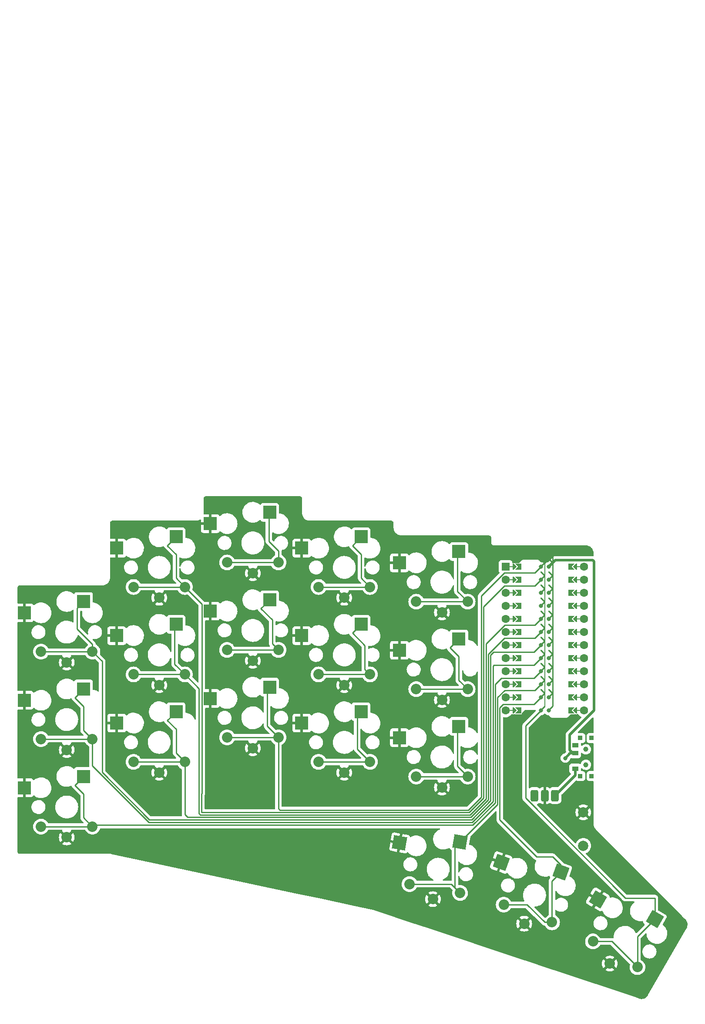
<source format=gbr>
%TF.GenerationSoftware,KiCad,Pcbnew,(6.0.7-1)-1*%
%TF.CreationDate,2022-10-05T14:36:58+03:00*%
%TF.ProjectId,board,626f6172-642e-46b6-9963-61645f706362,v1.0.0*%
%TF.SameCoordinates,Original*%
%TF.FileFunction,Copper,L1,Top*%
%TF.FilePolarity,Positive*%
%FSLAX46Y46*%
G04 Gerber Fmt 4.6, Leading zero omitted, Abs format (unit mm)*
G04 Created by KiCad (PCBNEW (6.0.7-1)-1) date 2022-10-05 14:36:58*
%MOMM*%
%LPD*%
G01*
G04 APERTURE LIST*
G04 Aperture macros list*
%AMRoundRect*
0 Rectangle with rounded corners*
0 $1 Rounding radius*
0 $2 $3 $4 $5 $6 $7 $8 $9 X,Y pos of 4 corners*
0 Add a 4 corners polygon primitive as box body*
4,1,4,$2,$3,$4,$5,$6,$7,$8,$9,$2,$3,0*
0 Add four circle primitives for the rounded corners*
1,1,$1+$1,$2,$3*
1,1,$1+$1,$4,$5*
1,1,$1+$1,$6,$7*
1,1,$1+$1,$8,$9*
0 Add four rect primitives between the rounded corners*
20,1,$1+$1,$2,$3,$4,$5,0*
20,1,$1+$1,$4,$5,$6,$7,0*
20,1,$1+$1,$6,$7,$8,$9,0*
20,1,$1+$1,$8,$9,$2,$3,0*%
%AMRotRect*
0 Rectangle, with rotation*
0 The origin of the aperture is its center*
0 $1 length*
0 $2 width*
0 $3 Rotation angle, in degrees counterclockwise*
0 Add horizontal line*
21,1,$1,$2,0,0,$3*%
%AMFreePoly0*
4,1,49,0.088388,4.152388,0.854389,3.386388,0.867708,3.368551,0.871189,3.365530,0.871982,3.362827,0.875852,3.357644,0.882333,3.327543,0.891000,3.298000,0.891000,0.766000,0.887805,0.743969,0.888131,0.739371,0.886780,0.736898,0.885852,0.730498,0.869154,0.704638,0.854389,0.677612,0.088388,-0.088388,0.064607,-0.106146,0.062500,-0.108253,0.061385,-0.108552,0.059644,-0.109852,
0.043810,-0.113261,0.000000,-0.125000,-0.004774,-0.123721,-0.009154,-0.124664,-0.028953,-0.117242,-0.062500,-0.108253,-0.068237,-0.102516,-0.075052,-0.099961,-0.087614,-0.083139,-0.108253,-0.062500,-0.111178,-0.051584,-0.117161,-0.043572,-0.118539,-0.024114,-0.125000,0.000000,-0.121239,0.014035,-0.122131,0.026629,-0.113759,0.041953,-0.108253,0.062500,-0.095642,0.075111,-0.088388,0.088388,
0.641000,0.817777,0.641000,3.246223,-0.088388,3.975612,-0.109852,4.004356,-0.124664,4.073154,-0.099961,4.139052,-0.043572,4.181161,0.026629,4.186131,0.088388,4.152388,0.088388,4.152388,$1*%
%AMFreePoly1*
4,1,6,0.600000,0.200000,0.000000,-0.400000,-0.600000,0.200000,-0.600000,0.400000,0.600000,0.400000,0.600000,0.200000,0.600000,0.200000,$1*%
%AMFreePoly2*
4,1,6,0.600000,-0.250000,-0.600000,-0.250000,-0.600000,1.000000,0.000000,0.400000,0.600000,1.000000,0.600000,-0.250000,0.600000,-0.250000,$1*%
%AMFreePoly3*
4,1,5,0.125000,-0.500000,-0.125000,-0.500000,-0.125000,0.500000,0.125000,0.500000,0.125000,-0.500000,0.125000,-0.500000,$1*%
%AMFreePoly4*
4,1,49,0.088388,4.152388,0.850389,3.390388,0.863708,3.372551,0.867189,3.369530,0.867982,3.366827,0.871852,3.361644,0.878333,3.331543,0.887000,3.302000,0.887000,0.762000,0.883805,0.739969,0.884131,0.735371,0.882780,0.732898,0.881852,0.726498,0.865154,0.700638,0.850389,0.673612,0.088388,-0.088388,0.064607,-0.106146,0.062500,-0.108253,0.061385,-0.108552,0.059644,-0.109852,
0.043810,-0.113261,0.000000,-0.125000,-0.004774,-0.123721,-0.009154,-0.124664,-0.028953,-0.117242,-0.062500,-0.108253,-0.068237,-0.102516,-0.075052,-0.099961,-0.087614,-0.083139,-0.108253,-0.062500,-0.111178,-0.051584,-0.117161,-0.043572,-0.118539,-0.024114,-0.125000,0.000000,-0.121239,0.014035,-0.122131,0.026629,-0.113759,0.041953,-0.108253,0.062500,-0.095642,0.075111,-0.088388,0.088388,
0.637000,0.813777,0.637000,3.250223,-0.088388,3.975612,-0.109852,4.004356,-0.124664,4.073154,-0.099961,4.139052,-0.043572,4.181161,0.026629,4.186131,0.088388,4.152388,0.088388,4.152388,$1*%
G04 Aperture macros list end*
%TA.AperFunction,SMDPad,CuDef*%
%ADD10R,2.600000X2.600000*%
%TD*%
%TA.AperFunction,ComponentPad*%
%ADD11C,2.032000*%
%TD*%
%TA.AperFunction,SMDPad,CuDef*%
%ADD12RotRect,2.600000X2.600000X350.000000*%
%TD*%
%TA.AperFunction,SMDPad,CuDef*%
%ADD13RotRect,2.600000X2.600000X340.000000*%
%TD*%
%TA.AperFunction,SMDPad,CuDef*%
%ADD14RotRect,2.600000X2.600000X330.000000*%
%TD*%
%TA.AperFunction,SMDPad,CuDef*%
%ADD15FreePoly0,270.000000*%
%TD*%
%TA.AperFunction,ComponentPad*%
%ADD16C,1.600000*%
%TD*%
%TA.AperFunction,SMDPad,CuDef*%
%ADD17FreePoly1,90.000000*%
%TD*%
%TA.AperFunction,SMDPad,CuDef*%
%ADD18FreePoly2,90.000000*%
%TD*%
%TA.AperFunction,SMDPad,CuDef*%
%ADD19FreePoly3,90.000000*%
%TD*%
%TA.AperFunction,ComponentPad*%
%ADD20R,1.600000X1.600000*%
%TD*%
%TA.AperFunction,SMDPad,CuDef*%
%ADD21FreePoly2,270.000000*%
%TD*%
%TA.AperFunction,SMDPad,CuDef*%
%ADD22FreePoly3,270.000000*%
%TD*%
%TA.AperFunction,SMDPad,CuDef*%
%ADD23FreePoly1,270.000000*%
%TD*%
%TA.AperFunction,SMDPad,CuDef*%
%ADD24FreePoly4,90.000000*%
%TD*%
%TA.AperFunction,ComponentPad*%
%ADD25C,0.800000*%
%TD*%
%TA.AperFunction,WasherPad*%
%ADD26C,1.000000*%
%TD*%
%TA.AperFunction,SMDPad,CuDef*%
%ADD27R,1.250000X0.900000*%
%TD*%
%TA.AperFunction,SMDPad,CuDef*%
%ADD28R,0.900000X0.900000*%
%TD*%
%TA.AperFunction,ComponentPad*%
%ADD29RoundRect,0.375000X-0.375000X-0.750000X0.375000X-0.750000X0.375000X0.750000X-0.375000X0.750000X0*%
%TD*%
%TA.AperFunction,ComponentPad*%
%ADD30C,2.000000*%
%TD*%
%TA.AperFunction,ViaPad*%
%ADD31C,0.800000*%
%TD*%
%TA.AperFunction,Conductor*%
%ADD32C,0.250000*%
%TD*%
%TA.AperFunction,Conductor*%
%ADD33C,0.500000*%
%TD*%
G04 APERTURE END LIST*
D10*
%TO.P,S1,1*%
%TO.N,P6*%
X71275000Y55950000D03*
%TO.P,S1,2*%
%TO.N,GND*%
X59725000Y53750000D03*
%TD*%
D11*
%TO.P,S2,1*%
%TO.N,P6*%
X63000000Y46200000D03*
%TO.P,S2,2*%
%TO.N,GND*%
X68000000Y44100000D03*
%TO.P,S2,1*%
%TO.N,P6*%
X73000000Y46200000D03*
%TO.P,S2,2*%
%TO.N,GND*%
X68000000Y44100000D03*
%TD*%
D10*
%TO.P,S3,1*%
%TO.N,P5*%
X71275000Y72950000D03*
%TO.P,S3,2*%
%TO.N,GND*%
X59725000Y70750000D03*
%TD*%
D11*
%TO.P,S4,1*%
%TO.N,P5*%
X63000000Y63200000D03*
%TO.P,S4,2*%
%TO.N,GND*%
X68000000Y61100000D03*
%TO.P,S4,1*%
%TO.N,P5*%
X73000000Y63200000D03*
%TO.P,S4,2*%
%TO.N,GND*%
X68000000Y61100000D03*
%TD*%
D10*
%TO.P,S5,1*%
%TO.N,P4*%
X71275000Y89950000D03*
%TO.P,S5,2*%
%TO.N,GND*%
X59725000Y87750000D03*
%TD*%
D11*
%TO.P,S6,1*%
%TO.N,P4*%
X63000000Y80200000D03*
%TO.P,S6,2*%
%TO.N,GND*%
X68000000Y78100000D03*
%TO.P,S6,1*%
%TO.N,P4*%
X73000000Y80200000D03*
%TO.P,S6,2*%
%TO.N,GND*%
X68000000Y78100000D03*
%TD*%
D10*
%TO.P,S7,1*%
%TO.N,P3*%
X89275000Y68523000D03*
%TO.P,S7,2*%
%TO.N,GND*%
X77725000Y66323000D03*
%TD*%
D11*
%TO.P,S8,1*%
%TO.N,P3*%
X81000000Y58773000D03*
%TO.P,S8,2*%
%TO.N,GND*%
X86000000Y56673000D03*
%TO.P,S8,1*%
%TO.N,P3*%
X91000000Y58773000D03*
%TO.P,S8,2*%
%TO.N,GND*%
X86000000Y56673000D03*
%TD*%
D10*
%TO.P,S9,1*%
%TO.N,P2*%
X89275000Y85523000D03*
%TO.P,S9,2*%
%TO.N,GND*%
X77725000Y83323000D03*
%TD*%
D11*
%TO.P,S10,1*%
%TO.N,P2*%
X81000000Y75773000D03*
%TO.P,S10,2*%
%TO.N,GND*%
X86000000Y73673000D03*
%TO.P,S10,1*%
%TO.N,P2*%
X91000000Y75773000D03*
%TO.P,S10,2*%
%TO.N,GND*%
X86000000Y73673000D03*
%TD*%
D10*
%TO.P,S11,1*%
%TO.N,P0*%
X89275000Y102523000D03*
%TO.P,S11,2*%
%TO.N,GND*%
X77725000Y100323000D03*
%TD*%
D11*
%TO.P,S12,1*%
%TO.N,P0*%
X81000000Y92773000D03*
%TO.P,S12,2*%
%TO.N,GND*%
X86000000Y90673000D03*
%TO.P,S12,1*%
%TO.N,P0*%
X91000000Y92773000D03*
%TO.P,S12,2*%
%TO.N,GND*%
X86000000Y90673000D03*
%TD*%
D10*
%TO.P,S13,1*%
%TO.N,P1*%
X107475000Y73285500D03*
%TO.P,S13,2*%
%TO.N,GND*%
X95925000Y71085500D03*
%TD*%
D11*
%TO.P,S14,1*%
%TO.N,P1*%
X99200000Y63535500D03*
%TO.P,S14,2*%
%TO.N,GND*%
X104200000Y61435500D03*
%TO.P,S14,1*%
%TO.N,P1*%
X109200000Y63535500D03*
%TO.P,S14,2*%
%TO.N,GND*%
X104200000Y61435500D03*
%TD*%
D10*
%TO.P,S15,1*%
%TO.N,P16*%
X107475000Y90285500D03*
%TO.P,S15,2*%
%TO.N,GND*%
X95925000Y88085500D03*
%TD*%
D11*
%TO.P,S16,1*%
%TO.N,P16*%
X99200000Y80535500D03*
%TO.P,S16,2*%
%TO.N,GND*%
X104200000Y78435500D03*
%TO.P,S16,1*%
%TO.N,P16*%
X109200000Y80535500D03*
%TO.P,S16,2*%
%TO.N,GND*%
X104200000Y78435500D03*
%TD*%
D10*
%TO.P,S17,1*%
%TO.N,P10*%
X107475000Y107285500D03*
%TO.P,S17,2*%
%TO.N,GND*%
X95925000Y105085500D03*
%TD*%
D11*
%TO.P,S18,1*%
%TO.N,P10*%
X99200000Y97535500D03*
%TO.P,S18,2*%
%TO.N,GND*%
X104200000Y95435500D03*
%TO.P,S18,1*%
%TO.N,P10*%
X109200000Y97535500D03*
%TO.P,S18,2*%
%TO.N,GND*%
X104200000Y95435500D03*
%TD*%
D10*
%TO.P,S19,1*%
%TO.N,P14*%
X125275000Y68523000D03*
%TO.P,S19,2*%
%TO.N,GND*%
X113725000Y66323000D03*
%TD*%
D11*
%TO.P,S20,1*%
%TO.N,P14*%
X117000000Y58773000D03*
%TO.P,S20,2*%
%TO.N,GND*%
X122000000Y56673000D03*
%TO.P,S20,1*%
%TO.N,P14*%
X127000000Y58773000D03*
%TO.P,S20,2*%
%TO.N,GND*%
X122000000Y56673000D03*
%TD*%
D10*
%TO.P,S21,1*%
%TO.N,P15*%
X125275000Y85523000D03*
%TO.P,S21,2*%
%TO.N,GND*%
X113725000Y83323000D03*
%TD*%
D11*
%TO.P,S22,1*%
%TO.N,P15*%
X117000000Y75773000D03*
%TO.P,S22,2*%
%TO.N,GND*%
X122000000Y73673000D03*
%TO.P,S22,1*%
%TO.N,P15*%
X127000000Y75773000D03*
%TO.P,S22,2*%
%TO.N,GND*%
X122000000Y73673000D03*
%TD*%
D10*
%TO.P,S23,1*%
%TO.N,P18*%
X125275000Y102523000D03*
%TO.P,S23,2*%
%TO.N,GND*%
X113725000Y100323000D03*
%TD*%
D11*
%TO.P,S24,1*%
%TO.N,P18*%
X117000000Y92773000D03*
%TO.P,S24,2*%
%TO.N,GND*%
X122000000Y90673000D03*
%TO.P,S24,1*%
%TO.N,P18*%
X127000000Y92773000D03*
%TO.P,S24,2*%
%TO.N,GND*%
X122000000Y90673000D03*
%TD*%
D10*
%TO.P,S25,1*%
%TO.N,P19*%
X144275000Y65665500D03*
%TO.P,S25,2*%
%TO.N,GND*%
X132725000Y63465500D03*
%TD*%
D11*
%TO.P,S26,1*%
%TO.N,P19*%
X136000000Y55915500D03*
%TO.P,S26,2*%
%TO.N,GND*%
X141000000Y53815500D03*
%TO.P,S26,1*%
%TO.N,P19*%
X146000000Y55915500D03*
%TO.P,S26,2*%
%TO.N,GND*%
X141000000Y53815500D03*
%TD*%
D10*
%TO.P,S27,1*%
%TO.N,P20*%
X144275000Y82665500D03*
%TO.P,S27,2*%
%TO.N,GND*%
X132725000Y80465500D03*
%TD*%
D11*
%TO.P,S28,1*%
%TO.N,P20*%
X136000000Y72915500D03*
%TO.P,S28,2*%
%TO.N,GND*%
X141000000Y70815500D03*
%TO.P,S28,1*%
%TO.N,P20*%
X146000000Y72915500D03*
%TO.P,S28,2*%
%TO.N,GND*%
X141000000Y70815500D03*
%TD*%
D10*
%TO.P,S29,1*%
%TO.N,P21*%
X144275000Y99665500D03*
%TO.P,S29,2*%
%TO.N,GND*%
X132725000Y97465500D03*
%TD*%
D11*
%TO.P,S30,1*%
%TO.N,P21*%
X136000000Y89915500D03*
%TO.P,S30,2*%
%TO.N,GND*%
X141000000Y87815500D03*
%TO.P,S30,1*%
%TO.N,P21*%
X146000000Y89915500D03*
%TO.P,S30,2*%
%TO.N,GND*%
X141000000Y87815500D03*
%TD*%
D12*
%TO.P,S31,1*%
%TO.N,P7*%
X144524271Y43188773D03*
%TO.P,S31,2*%
%TO.N,GND*%
X132767716Y43027833D03*
%TD*%
D11*
%TO.P,S32,1*%
%TO.N,P7*%
X134681917Y35023836D03*
%TO.P,S32,2*%
%TO.N,GND*%
X139241295Y32087499D03*
%TO.P,S32,1*%
%TO.N,P7*%
X144529995Y33287355D03*
%TO.P,S32,2*%
%TO.N,GND*%
X139241295Y32087499D03*
%TD*%
D13*
%TO.P,S33,1*%
%TO.N,P8*%
X164129997Y37344427D03*
%TO.P,S33,2*%
%TO.N,GND*%
X152524103Y39227436D03*
%TD*%
D11*
%TO.P,S34,1*%
%TO.N,P8*%
X153019344Y31012641D03*
%TO.P,S34,2*%
%TO.N,GND*%
X156999565Y27329186D03*
%TO.P,S34,1*%
%TO.N,P8*%
X162416271Y27592439D03*
%TO.P,S34,2*%
%TO.N,GND*%
X156999565Y27329186D03*
%TD*%
D14*
%TO.P,S35,1*%
%TO.N,P9*%
X182423008Y28184370D03*
%TO.P,S35,2*%
%TO.N,GND*%
X171320415Y32054114D03*
%TD*%
D11*
%TO.P,S36,1*%
%TO.N,P9*%
X170381648Y23878122D03*
%TO.P,S36,2*%
%TO.N,GND*%
X173661775Y19559469D03*
%TO.P,S36,1*%
%TO.N,P9*%
X179041902Y18878122D03*
%TO.P,S36,2*%
%TO.N,GND*%
X173661775Y19559469D03*
%TD*%
D15*
%TO.P,MCU1,2*%
%TO.N,GND*%
X161762000Y94145500D03*
D16*
%TO.P,MCU1,*%
%TO.N,*%
X153380000Y96685500D03*
X153380000Y94145500D03*
X153380000Y91605500D03*
X153380000Y89065500D03*
X153380000Y86525500D03*
X153380000Y83985500D03*
X153380000Y81445500D03*
X153380000Y78905500D03*
X153380000Y76365500D03*
X153380000Y73825500D03*
X153380000Y71285500D03*
X153380000Y68745500D03*
X168620000Y68745500D03*
X168620000Y71285500D03*
X168620000Y73825500D03*
X168620000Y76365500D03*
X168620000Y78905500D03*
X168620000Y81445500D03*
X168620000Y83985500D03*
X168620000Y86525500D03*
X168620000Y89065500D03*
X168620000Y91605500D03*
X168620000Y94145500D03*
X168620000Y96685500D03*
D17*
X155158000Y96685500D03*
D18*
%TO.P,MCU1,24*%
%TO.N,P1*%
X156174000Y96685500D03*
D19*
%TO.P,MCU1,*%
%TO.N,*%
X154650000Y96685500D03*
D20*
X153380000Y96685500D03*
D19*
X154650000Y94145500D03*
D17*
X155158000Y94145500D03*
D18*
%TO.P,MCU1,23*%
%TO.N,P0*%
X156174000Y94145500D03*
D19*
%TO.P,MCU1,*%
%TO.N,*%
X154650000Y91605500D03*
D17*
X155158000Y91605500D03*
D18*
%TO.P,MCU1,22*%
%TO.N,GND*%
X156174000Y91605500D03*
D19*
%TO.P,MCU1,*%
%TO.N,*%
X154650000Y89065500D03*
D17*
X155158000Y89065500D03*
D18*
%TO.P,MCU1,21*%
%TO.N,GND*%
X156174000Y89065500D03*
D19*
%TO.P,MCU1,*%
%TO.N,*%
X154650000Y86525500D03*
D17*
X155158000Y86525500D03*
D18*
%TO.P,MCU1,20*%
%TO.N,P2*%
X156174000Y86525500D03*
D19*
%TO.P,MCU1,*%
%TO.N,*%
X154650000Y83985500D03*
D17*
X155158000Y83985500D03*
D18*
%TO.P,MCU1,19*%
%TO.N,P3*%
X156174000Y83985500D03*
D19*
%TO.P,MCU1,*%
%TO.N,*%
X154650000Y81445500D03*
D17*
X155158000Y81445500D03*
D18*
%TO.P,MCU1,18*%
%TO.N,P4*%
X156174000Y81445500D03*
D19*
%TO.P,MCU1,*%
%TO.N,*%
X154650000Y78905500D03*
D17*
X155158000Y78905500D03*
D18*
%TO.P,MCU1,17*%
%TO.N,P5*%
X156174000Y78905500D03*
D19*
%TO.P,MCU1,*%
%TO.N,*%
X154650000Y76365500D03*
D17*
X155158000Y76365500D03*
D18*
%TO.P,MCU1,16*%
%TO.N,P6*%
X156174000Y76365500D03*
D19*
%TO.P,MCU1,*%
%TO.N,*%
X154650000Y73825500D03*
D17*
X155158000Y73825500D03*
D18*
%TO.P,MCU1,15*%
%TO.N,P7*%
X156174000Y73825500D03*
D19*
%TO.P,MCU1,*%
%TO.N,*%
X154650000Y71285500D03*
D17*
X155158000Y71285500D03*
D18*
%TO.P,MCU1,14*%
%TO.N,P8*%
X156174000Y71285500D03*
D19*
%TO.P,MCU1,*%
%TO.N,*%
X154650000Y68745500D03*
D17*
X155158000Y68745500D03*
D18*
%TO.P,MCU1,13*%
%TO.N,P9*%
X156174000Y68745500D03*
D21*
%TO.P,MCU1,1*%
%TO.N,RAW*%
X165826000Y96685500D03*
%TO.P,MCU1,3*%
%TO.N,RST*%
X165826000Y91605500D03*
D22*
%TO.P,MCU1,*%
%TO.N,*%
X167350000Y91605500D03*
D23*
X166842000Y91605500D03*
X166842000Y96685500D03*
D22*
X167350000Y94145500D03*
D21*
%TO.P,MCU1,2*%
%TO.N,GND*%
X165826000Y94145500D03*
D22*
%TO.P,MCU1,*%
%TO.N,*%
X167350000Y96685500D03*
D21*
%TO.P,MCU1,4*%
%TO.N,VCC*%
X165826000Y89065500D03*
D23*
%TO.P,MCU1,*%
%TO.N,*%
X166842000Y94145500D03*
X166842000Y89065500D03*
D21*
%TO.P,MCU1,6*%
%TO.N,P20*%
X165826000Y83985500D03*
%TO.P,MCU1,7*%
%TO.N,P19*%
X165826000Y81445500D03*
D22*
%TO.P,MCU1,*%
%TO.N,*%
X167350000Y68745500D03*
D23*
X166842000Y81445500D03*
D22*
X167350000Y73825500D03*
D21*
%TO.P,MCU1,8*%
%TO.N,P18*%
X165826000Y78905500D03*
D22*
%TO.P,MCU1,*%
%TO.N,*%
X167350000Y81445500D03*
D21*
%TO.P,MCU1,12*%
%TO.N,P10*%
X165826000Y68745500D03*
D23*
%TO.P,MCU1,*%
%TO.N,*%
X166842000Y78905500D03*
D22*
X167350000Y76365500D03*
D23*
X166842000Y68745500D03*
D22*
X167350000Y86525500D03*
X167350000Y78905500D03*
X167350000Y83985500D03*
D21*
%TO.P,MCU1,9*%
%TO.N,P15*%
X165826000Y76365500D03*
D22*
%TO.P,MCU1,*%
%TO.N,*%
X167350000Y89065500D03*
D23*
X166842000Y86525500D03*
X166842000Y83985500D03*
X166842000Y76365500D03*
D21*
%TO.P,MCU1,10*%
%TO.N,P14*%
X165826000Y73825500D03*
D23*
%TO.P,MCU1,*%
%TO.N,*%
X166842000Y73825500D03*
X166842000Y71285500D03*
D21*
%TO.P,MCU1,11*%
%TO.N,P16*%
X165826000Y71285500D03*
D22*
%TO.P,MCU1,*%
%TO.N,*%
X167350000Y71285500D03*
D21*
%TO.P,MCU1,5*%
%TO.N,P21*%
X165826000Y86525500D03*
D24*
%TO.P,MCU1,23*%
%TO.N,P0*%
X160238000Y94145500D03*
D25*
%TO.P,MCU1,2*%
%TO.N,GND*%
X161762000Y94145500D03*
%TO.P,MCU1,23*%
%TO.N,P0*%
X160238000Y94145500D03*
%TO.P,MCU1,24*%
%TO.N,P1*%
X160238000Y96685500D03*
%TO.P,MCU1,1*%
%TO.N,RAW*%
X161762000Y96685500D03*
D15*
X161762000Y96685500D03*
D24*
%TO.P,MCU1,24*%
%TO.N,P1*%
X160238000Y96685500D03*
D25*
%TO.P,MCU1,22*%
%TO.N,GND*%
X160238000Y91605500D03*
%TO.P,MCU1,3*%
%TO.N,RST*%
X161762000Y91605500D03*
D15*
X161762000Y91605500D03*
D24*
%TO.P,MCU1,22*%
%TO.N,GND*%
X160238000Y91605500D03*
D25*
%TO.P,MCU1,21*%
X160238000Y89065500D03*
%TO.P,MCU1,4*%
%TO.N,VCC*%
X161762000Y89065500D03*
D15*
X161762000Y89065500D03*
D24*
%TO.P,MCU1,21*%
%TO.N,GND*%
X160238000Y89065500D03*
D25*
%TO.P,MCU1,20*%
%TO.N,P2*%
X160238000Y86525500D03*
%TO.P,MCU1,5*%
%TO.N,P21*%
X161762000Y86525500D03*
D15*
X161762000Y86525500D03*
D24*
%TO.P,MCU1,20*%
%TO.N,P2*%
X160238000Y86525500D03*
D25*
%TO.P,MCU1,19*%
%TO.N,P3*%
X160238000Y83985500D03*
%TO.P,MCU1,6*%
%TO.N,P20*%
X161762000Y83985500D03*
D15*
X161762000Y83985500D03*
D24*
%TO.P,MCU1,19*%
%TO.N,P3*%
X160238000Y83985500D03*
D25*
%TO.P,MCU1,18*%
%TO.N,P4*%
X160238000Y81445500D03*
%TO.P,MCU1,7*%
%TO.N,P19*%
X161762000Y81445500D03*
D15*
X161762000Y81445500D03*
D24*
%TO.P,MCU1,18*%
%TO.N,P4*%
X160238000Y81445500D03*
D25*
%TO.P,MCU1,17*%
%TO.N,P5*%
X160238000Y78905500D03*
%TO.P,MCU1,8*%
%TO.N,P18*%
X161762000Y78905500D03*
D15*
X161762000Y78905500D03*
D24*
%TO.P,MCU1,17*%
%TO.N,P5*%
X160238000Y78905500D03*
D25*
%TO.P,MCU1,16*%
%TO.N,P6*%
X160238000Y76365500D03*
%TO.P,MCU1,9*%
%TO.N,P15*%
X161762000Y76365500D03*
D15*
X161762000Y76365500D03*
D24*
%TO.P,MCU1,16*%
%TO.N,P6*%
X160238000Y76365500D03*
D25*
%TO.P,MCU1,15*%
%TO.N,P7*%
X160238000Y73825500D03*
%TO.P,MCU1,10*%
%TO.N,P14*%
X161762000Y73825500D03*
D15*
X161762000Y73825500D03*
D24*
%TO.P,MCU1,15*%
%TO.N,P7*%
X160238000Y73825500D03*
D25*
%TO.P,MCU1,14*%
%TO.N,P8*%
X160238000Y71285500D03*
%TO.P,MCU1,11*%
%TO.N,P16*%
X161762000Y71285500D03*
D15*
X161762000Y71285500D03*
D24*
%TO.P,MCU1,14*%
%TO.N,P8*%
X160238000Y71285500D03*
D25*
%TO.P,MCU1,13*%
%TO.N,P9*%
X160238000Y68745500D03*
%TO.P,MCU1,12*%
%TO.N,P10*%
X161762000Y68745500D03*
D15*
X161762000Y68745500D03*
D24*
%TO.P,MCU1,13*%
%TO.N,P9*%
X160238000Y68745500D03*
%TD*%
D26*
%TO.P,T1,*%
%TO.N,*%
X169000000Y58215500D03*
X169000000Y61215500D03*
D27*
%TO.P,T1,1*%
%TO.N,Braw*%
X166925000Y57465500D03*
%TO.P,T1,2*%
%TO.N,RAW*%
X166925000Y60465500D03*
%TO.P,T1,3*%
%TO.N,N/C*%
X166925000Y61965500D03*
D28*
%TO.P,T1,*%
%TO.N,*%
X170100000Y56015500D03*
X167900000Y56015500D03*
X167900000Y63415500D03*
X170100000Y63415500D03*
%TD*%
D26*
%TO.P,T2,*%
%TO.N,*%
X169000000Y58215500D03*
X169000000Y61215500D03*
%TD*%
D29*
%TO.P,PAD1,1*%
%TO.N,Braw*%
X159000000Y52215500D03*
%TO.P,PAD1,2*%
%TO.N,GND*%
X161000000Y52215500D03*
%TO.P,PAD1,1*%
%TO.N,Braw*%
X163000000Y52215500D03*
%TD*%
D30*
%TO.P,B1,2*%
%TO.N,GND*%
X168500000Y48965500D03*
%TO.P,B1,1*%
%TO.N,RST*%
X168500000Y42465500D03*
%TD*%
D31*
%TO.N,RAW*%
X165000000Y59500000D03*
%TD*%
D32*
%TO.N,P6*%
X73000000Y46200000D02*
X73300000Y46500000D01*
X73300000Y46500000D02*
X147000000Y46500000D01*
X147000000Y46500000D02*
X151355000Y50855000D01*
D33*
%TO.N,Braw*%
X166925000Y57465500D02*
X166925000Y56140500D01*
X166925000Y56140500D02*
X163000000Y52215500D01*
D32*
%TO.N,P16*%
X109200000Y80535500D02*
X99200000Y80535500D01*
X107475000Y90285500D02*
X105771698Y88582198D01*
X108000000Y86353896D02*
X108000000Y81735500D01*
X105771698Y88582198D02*
X108000000Y86353896D01*
X108000000Y81735500D02*
X109200000Y80535500D01*
%TO.N,P15*%
X127000000Y75773000D02*
X117000000Y75773000D01*
X125275000Y85523000D02*
X123571698Y83819698D01*
X123571698Y83819698D02*
X126000000Y81391396D01*
X126000000Y81391396D02*
X126000000Y76773000D01*
X126000000Y76773000D02*
X127000000Y75773000D01*
%TO.N,P20*%
X146000000Y72915500D02*
X136000000Y72915500D01*
X144275000Y82665500D02*
X142571698Y80962198D01*
X142571698Y80962198D02*
X144275000Y79258896D01*
X144275000Y74640500D02*
X146000000Y72915500D01*
X144275000Y79258896D02*
X144275000Y74640500D01*
%TO.N,P21*%
X146000000Y89915500D02*
X136000000Y89915500D01*
X144275000Y99665500D02*
X144000000Y99390500D01*
X144000000Y91915500D02*
X146000000Y89915500D01*
X144000000Y99390500D02*
X144000000Y91915500D01*
%TO.N,P18*%
X127000000Y92773000D02*
X117000000Y92773000D01*
X125275000Y102523000D02*
X123571698Y100819698D01*
X123571698Y100819698D02*
X125275000Y99116396D01*
X125275000Y99116396D02*
X125275000Y94498000D01*
X125275000Y94498000D02*
X127000000Y92773000D01*
%TO.N,P10*%
X109200000Y97535500D02*
X99200000Y97535500D01*
X107324999Y107135499D02*
X107324999Y101657198D01*
X107475000Y107285500D02*
X107324999Y107135499D01*
X107324999Y101657198D02*
X109200000Y99782197D01*
X109200000Y99782197D02*
X109200000Y97535500D01*
%TO.N,P9*%
X179041902Y18878122D02*
X174041902Y23878122D01*
X174041902Y23878122D02*
X170381648Y23878122D01*
X182423008Y28184370D02*
X179041902Y24803264D01*
X179041902Y24803264D02*
X179041902Y18878122D01*
%TO.N,P8*%
X162416271Y27592439D02*
X160979431Y27592439D01*
X157559229Y31012641D02*
X153019344Y31012641D01*
X160979431Y27592439D02*
X157559229Y31012641D01*
X164129997Y37344427D02*
X162416271Y35630701D01*
X162416271Y35630701D02*
X162416271Y27592439D01*
%TO.N,P7*%
X144529995Y33287355D02*
X142793514Y35023836D01*
X142793514Y35023836D02*
X134681917Y35023836D01*
X144524271Y43188773D02*
X143500000Y42164502D01*
X143500000Y42164502D02*
X143500000Y34317350D01*
X143500000Y34317350D02*
X144529995Y33287355D01*
%TO.N,P19*%
X146000000Y55915500D02*
X136000000Y55915500D01*
X144275000Y65665500D02*
X144000000Y65390500D01*
X144000000Y65390500D02*
X144000000Y57915500D01*
X144000000Y57915500D02*
X146000000Y55915500D01*
%TO.N,P14*%
X127000000Y58773000D02*
X117000000Y58773000D01*
X125275000Y68523000D02*
X124500000Y67748000D01*
X124500000Y67748000D02*
X124500000Y61273000D01*
X124500000Y61273000D02*
X127000000Y58773000D01*
%TO.N,P1*%
X109200000Y63535500D02*
X99200000Y63535500D01*
X107475000Y73285500D02*
X107000000Y72810500D01*
X107000000Y72810500D02*
X107000000Y65735500D01*
X107000000Y65735500D02*
X109200000Y63535500D01*
%TO.N,P6*%
X73000000Y46200000D02*
X63000000Y46200000D01*
X71275000Y55950000D02*
X69571698Y54246698D01*
X69571698Y54246698D02*
X71275000Y52543396D01*
X71275000Y52543396D02*
X71275000Y47925000D01*
X71275000Y47925000D02*
X73000000Y46200000D01*
%TO.N,P3*%
X91000000Y58773000D02*
X81000000Y58773000D01*
X89275000Y68523000D02*
X87571698Y66819698D01*
X89275000Y60498000D02*
X91000000Y58773000D01*
X87571698Y66819698D02*
X89275000Y65116396D01*
X89275000Y65116396D02*
X89275000Y60498000D01*
%TO.N,P2*%
X91000000Y75773000D02*
X81000000Y75773000D01*
X89275000Y85523000D02*
X89000000Y85248000D01*
X89000000Y85248000D02*
X89000000Y77773000D01*
X89000000Y77773000D02*
X91000000Y75773000D01*
%TO.N,P0*%
X91000000Y92773000D02*
X81000000Y92773000D01*
X89275000Y102523000D02*
X87571698Y100819698D01*
X87571698Y100819698D02*
X89275000Y99116396D01*
X89275000Y99116396D02*
X89275000Y94498000D01*
X89275000Y94498000D02*
X91000000Y92773000D01*
%TO.N,P5*%
X73000000Y63200000D02*
X63000000Y63200000D01*
X71275000Y72950000D02*
X69571698Y71246698D01*
X69571698Y71246698D02*
X71275000Y69543396D01*
X71275000Y69543396D02*
X71275000Y64925000D01*
X71275000Y64925000D02*
X73000000Y63200000D01*
%TO.N,P4*%
X73000000Y80200000D02*
X73000000Y81636840D01*
X73000000Y81636840D02*
X70000000Y84636840D01*
X70000000Y84636840D02*
X70000000Y88675000D01*
X70000000Y88675000D02*
X71275000Y89950000D01*
X63000000Y80200000D02*
X73000000Y80200000D01*
D33*
%TO.N,RAW*%
X165965500Y60465500D02*
X165000000Y59500000D01*
X166925000Y60465500D02*
X165965500Y60465500D01*
X166925000Y60465500D02*
X166450000Y60465500D01*
X166450000Y60465500D02*
X165850000Y61065500D01*
X170576418Y97755501D02*
X170331919Y98000000D01*
X163076500Y98000000D02*
X161762000Y96685500D01*
X165850000Y61065500D02*
X165850000Y64025499D01*
X165850000Y64025499D02*
X170576418Y68751917D01*
X170576418Y68751917D02*
X170576418Y97755501D01*
X170331919Y98000000D02*
X163076500Y98000000D01*
D32*
%TO.N,P1*%
X109200000Y63535500D02*
X109200000Y49700000D01*
X109200000Y49700000D02*
X109500000Y49400000D01*
X146081624Y49400000D02*
X148650000Y51968376D01*
X109500000Y49400000D02*
X146081624Y49400000D01*
X148650000Y51968376D02*
X148650000Y91006491D01*
X148650000Y91006491D02*
X153143509Y95500000D01*
X153143509Y95500000D02*
X159052500Y95500000D01*
X159052500Y95500000D02*
X160238000Y96685500D01*
%TO.N,P0*%
X94300000Y52650000D02*
X94191470Y52541470D01*
X94300000Y89473000D02*
X94300000Y52650000D01*
X91000000Y92773000D02*
X94300000Y89473000D01*
X94191470Y48950000D02*
X146268020Y48950000D01*
X94191470Y52541470D02*
X94191470Y48950000D01*
X146268020Y48950000D02*
X149100000Y51781980D01*
X149100000Y51781980D02*
X149100000Y88916491D01*
X149100000Y88916491D02*
X153183509Y93000000D01*
X153183509Y93000000D02*
X159092500Y93000000D01*
X159092500Y93000000D02*
X160238000Y94145500D01*
%TO.N,P2*%
X91000000Y75773000D02*
X93741470Y73031530D01*
X93741470Y73031530D02*
X93741470Y48758530D01*
X93741470Y48758530D02*
X94000000Y48500000D01*
X94000000Y48500000D02*
X146454416Y48500000D01*
X146454416Y48500000D02*
X149550000Y51595584D01*
X159113000Y85400500D02*
X160238000Y86525500D01*
X149550000Y51595584D02*
X149550000Y81746491D01*
X149550000Y81746491D02*
X153204009Y85400500D01*
X153204009Y85400500D02*
X159113000Y85400500D01*
%TO.N,P3*%
X91000000Y58773000D02*
X91000000Y48518198D01*
X91500000Y48018198D02*
X146609010Y48018198D01*
X91000000Y48518198D02*
X91500000Y48018198D01*
X146609010Y48018198D02*
X150000000Y51409188D01*
X150000000Y79726396D02*
X153134104Y82860500D01*
X153134104Y82860500D02*
X159113000Y82860500D01*
X150000000Y51409188D02*
X150000000Y79726396D01*
X159113000Y82860500D02*
X160238000Y83985500D01*
%TO.N,P4*%
X150455000Y51227792D02*
X150455000Y79545000D01*
X160238000Y81445500D02*
X158910000Y80117500D01*
X158910000Y80117500D02*
X151027500Y80117500D01*
X151027500Y80117500D02*
X150455000Y79545000D01*
%TO.N,P5*%
X160238000Y78905500D02*
X158910000Y77577500D01*
X158910000Y77577500D02*
X151077500Y77577500D01*
X151077500Y77577500D02*
X150905000Y77405000D01*
X146863604Y47000000D02*
X84000000Y47000000D01*
X84000000Y47000000D02*
X73000000Y58000000D01*
X150905000Y77405000D02*
X150905000Y51041396D01*
X150905000Y51041396D02*
X146863604Y47000000D01*
X73000000Y58000000D02*
X73000000Y63200000D01*
%TO.N,P6*%
X158910000Y75037500D02*
X157000000Y75037500D01*
X157000000Y75037500D02*
X152537500Y75037500D01*
X160238000Y76365500D02*
X158910000Y75037500D01*
X151355000Y50855000D02*
X151000000Y50500000D01*
X152537500Y75037500D02*
X151355000Y73855000D01*
X151355000Y73855000D02*
X151355000Y50855000D01*
%TO.N,P4*%
X73000000Y80200000D02*
X74875001Y78324999D01*
X74875001Y78324999D02*
X74875001Y56761395D01*
X74875001Y56761395D02*
X84068198Y47568198D01*
X84068198Y47568198D02*
X146795406Y47568198D01*
X146795406Y47568198D02*
X150455000Y51227792D01*
%TO.N,P7*%
X144524271Y43188773D02*
X151805000Y50469502D01*
X159113000Y72700500D02*
X160238000Y73825500D01*
X151805000Y50469502D02*
X151805000Y71305000D01*
X151805000Y71305000D02*
X153200500Y72700500D01*
X153200500Y72700500D02*
X159113000Y72700500D01*
%TO.N,P9*%
X182423008Y28184370D02*
X182423008Y32288940D01*
X182423008Y32288940D02*
X176711060Y32288940D01*
X176711060Y32288940D02*
X157279266Y51720734D01*
X157279266Y65786766D02*
X160238000Y68745500D01*
X157279266Y51720734D02*
X157279266Y65786766D01*
%TO.N,P8*%
X158910000Y69957500D02*
X152907500Y69957500D01*
X152907500Y69957500D02*
X152255000Y69305000D01*
X152255000Y69305000D02*
X152255000Y47512047D01*
X160238000Y71285500D02*
X158910000Y69957500D01*
X152255000Y47512047D02*
X159427503Y40339544D01*
X159427503Y40339544D02*
X162518311Y40339544D01*
X162518311Y40339544D02*
X164129997Y38727858D01*
X164129997Y38727858D02*
X164129997Y37344427D01*
%TD*%
%TA.AperFunction,Conductor*%
%TO.N,GND*%
G36*
X113270018Y110425500D02*
G01*
X113284852Y110423190D01*
X113284855Y110423190D01*
X113293724Y110421809D01*
X113302626Y110422973D01*
X113302750Y110422989D01*
X113333192Y110423260D01*
X113340621Y110422423D01*
X113395264Y110416266D01*
X113422771Y110409987D01*
X113499853Y110383015D01*
X113525274Y110370773D01*
X113594426Y110327322D01*
X113616485Y110309730D01*
X113674230Y110251985D01*
X113691822Y110229926D01*
X113735273Y110160774D01*
X113747515Y110135353D01*
X113774487Y110058272D01*
X113780766Y110030764D01*
X113787018Y109975274D01*
X113786923Y109959632D01*
X113787800Y109959621D01*
X113787690Y109950649D01*
X113786309Y109941776D01*
X113787473Y109932874D01*
X113787473Y109932872D01*
X113790436Y109910217D01*
X113791500Y109893879D01*
X113791500Y107222367D01*
X113790000Y107202982D01*
X113787690Y107188149D01*
X113787690Y107188145D01*
X113786309Y107179276D01*
X113787792Y107167938D01*
X113788535Y107160594D01*
X113803041Y106957770D01*
X113803997Y106953376D01*
X113847415Y106753785D01*
X113848908Y106746921D01*
X113850480Y106742706D01*
X113850481Y106742703D01*
X113871415Y106686576D01*
X113924315Y106544746D01*
X114027728Y106355360D01*
X114157040Y106182619D01*
X114309619Y106030040D01*
X114482360Y105900728D01*
X114671746Y105797315D01*
X114736184Y105773281D01*
X114869703Y105723481D01*
X114869706Y105723480D01*
X114873921Y105721908D01*
X114878311Y105720953D01*
X114878318Y105720951D01*
X115033229Y105687253D01*
X115084770Y105676041D01*
X115259535Y105663541D01*
X115271446Y105662116D01*
X115282648Y105660231D01*
X115282655Y105660230D01*
X115287448Y105659424D01*
X115293724Y105659347D01*
X115295140Y105659330D01*
X115295143Y105659330D01*
X115300000Y105659271D01*
X115327624Y105663227D01*
X115345486Y105664500D01*
X131050633Y105664500D01*
X131070018Y105663000D01*
X131084852Y105660690D01*
X131084855Y105660690D01*
X131093724Y105659309D01*
X131102626Y105660473D01*
X131102750Y105660489D01*
X131133192Y105660760D01*
X131153870Y105658430D01*
X131195264Y105653766D01*
X131222771Y105647487D01*
X131299853Y105620515D01*
X131325274Y105608273D01*
X131394426Y105564822D01*
X131416485Y105547230D01*
X131474230Y105489485D01*
X131491822Y105467426D01*
X131535273Y105398274D01*
X131547515Y105372853D01*
X131574487Y105295772D01*
X131580766Y105268264D01*
X131587018Y105212774D01*
X131586923Y105197132D01*
X131587800Y105197121D01*
X131587690Y105188149D01*
X131586309Y105179276D01*
X131587473Y105170374D01*
X131587473Y105170372D01*
X131590436Y105147717D01*
X131591500Y105131379D01*
X131591500Y104364867D01*
X131590000Y104345482D01*
X131587690Y104330649D01*
X131587690Y104330645D01*
X131586309Y104321776D01*
X131587474Y104312872D01*
X131587792Y104310438D01*
X131588535Y104303094D01*
X131603041Y104100270D01*
X131603997Y104095876D01*
X131637750Y103940715D01*
X131648908Y103889421D01*
X131650480Y103885206D01*
X131650481Y103885203D01*
X131671415Y103829076D01*
X131724315Y103687246D01*
X131827728Y103497860D01*
X131957040Y103325119D01*
X132109619Y103172540D01*
X132282360Y103043228D01*
X132471746Y102939815D01*
X132572834Y102902111D01*
X132669703Y102865981D01*
X132669706Y102865980D01*
X132673921Y102864408D01*
X132678311Y102863453D01*
X132678318Y102863451D01*
X132833229Y102829753D01*
X132884770Y102818541D01*
X133059535Y102806041D01*
X133071446Y102804616D01*
X133082648Y102802731D01*
X133082655Y102802730D01*
X133087448Y102801924D01*
X133093724Y102801848D01*
X133095140Y102801830D01*
X133095143Y102801830D01*
X133100000Y102801771D01*
X133127624Y102805727D01*
X133145486Y102807000D01*
X150050633Y102807000D01*
X150070018Y102805500D01*
X150084852Y102803190D01*
X150084855Y102803190D01*
X150093724Y102801809D01*
X150102626Y102802973D01*
X150102750Y102802989D01*
X150133192Y102803260D01*
X150153870Y102800930D01*
X150195264Y102796266D01*
X150222771Y102789987D01*
X150299853Y102763015D01*
X150325274Y102750773D01*
X150394426Y102707322D01*
X150416485Y102689730D01*
X150474230Y102631985D01*
X150491822Y102609926D01*
X150535273Y102540774D01*
X150547515Y102515353D01*
X150574487Y102438272D01*
X150580766Y102410764D01*
X150587018Y102355274D01*
X150586923Y102339632D01*
X150587800Y102339621D01*
X150587690Y102330649D01*
X150586309Y102321776D01*
X150587473Y102312874D01*
X150587473Y102312872D01*
X150588771Y102302948D01*
X150590150Y102292407D01*
X150590436Y102290217D01*
X150591500Y102273879D01*
X150591500Y101374123D01*
X150591498Y101373353D01*
X150591024Y101295779D01*
X150593491Y101287148D01*
X150599150Y101267347D01*
X150602728Y101250585D01*
X150606920Y101221313D01*
X150610634Y101213145D01*
X150610634Y101213144D01*
X150617548Y101197938D01*
X150623996Y101180414D01*
X150631051Y101155729D01*
X150635843Y101148135D01*
X150635844Y101148132D01*
X150646830Y101130720D01*
X150654969Y101115637D01*
X150667208Y101088718D01*
X150673069Y101081916D01*
X150683970Y101069265D01*
X150695073Y101054261D01*
X150708776Y101032542D01*
X150715501Y101026603D01*
X150715504Y101026599D01*
X150730938Y101012968D01*
X150742982Y101000776D01*
X150756427Y100985173D01*
X150756430Y100985171D01*
X150762287Y100978373D01*
X150769816Y100973493D01*
X150769817Y100973492D01*
X150783835Y100964406D01*
X150798709Y100953115D01*
X150811217Y100942069D01*
X150817951Y100936122D01*
X150844711Y100923558D01*
X150859691Y100915237D01*
X150876983Y100904029D01*
X150876988Y100904027D01*
X150884515Y100899148D01*
X150893108Y100896578D01*
X150893113Y100896576D01*
X150909120Y100891789D01*
X150926564Y100885128D01*
X150941676Y100878033D01*
X150941678Y100878032D01*
X150949800Y100874219D01*
X150958667Y100872838D01*
X150958668Y100872838D01*
X150968310Y100871337D01*
X150979017Y100869670D01*
X150995732Y100865887D01*
X151015466Y100859985D01*
X151015472Y100859984D01*
X151024066Y100857414D01*
X151033037Y100857359D01*
X151033038Y100857359D01*
X151043097Y100857298D01*
X151058506Y100857204D01*
X151059289Y100857171D01*
X151060386Y100857000D01*
X151091377Y100857000D01*
X151092147Y100856998D01*
X151165785Y100856548D01*
X151165786Y100856548D01*
X151169721Y100856524D01*
X151171065Y100856908D01*
X151172410Y100857000D01*
X168950633Y100857000D01*
X168970018Y100855500D01*
X168984851Y100853190D01*
X168984855Y100853190D01*
X168993724Y100851809D01*
X169008981Y100853804D01*
X169034302Y100854547D01*
X169203285Y100842461D01*
X169221064Y100839904D01*
X169411392Y100798501D01*
X169428641Y100793437D01*
X169611150Y100725364D01*
X169627502Y100717896D01*
X169798458Y100624548D01*
X169813582Y100614828D01*
X169969514Y100498098D01*
X169983100Y100486325D01*
X170120825Y100348600D01*
X170132598Y100335014D01*
X170249328Y100179082D01*
X170259048Y100163958D01*
X170352396Y99993002D01*
X170359864Y99976650D01*
X170427937Y99794141D01*
X170433001Y99776893D01*
X170474404Y99586564D01*
X170476961Y99568785D01*
X170486623Y99433695D01*
X170488540Y99406899D01*
X170487793Y99388935D01*
X170487692Y99380655D01*
X170486309Y99371776D01*
X170488412Y99355695D01*
X170490436Y99340217D01*
X170491500Y99323879D01*
X170491500Y98885758D01*
X170471498Y98817637D01*
X170417842Y98771144D01*
X170368908Y98759804D01*
X170325327Y98758625D01*
X170322398Y98758546D01*
X170318991Y98758500D01*
X163143570Y98758500D01*
X163124620Y98759933D01*
X163110385Y98762099D01*
X163110381Y98762099D01*
X163103151Y98763199D01*
X163095859Y98762606D01*
X163095856Y98762606D01*
X163050482Y98758915D01*
X163040267Y98758500D01*
X163032207Y98758500D01*
X163028573Y98758076D01*
X163028567Y98758076D01*
X163015542Y98756557D01*
X163003980Y98755209D01*
X162999632Y98754779D01*
X162926864Y98748860D01*
X162919903Y98746605D01*
X162913963Y98745418D01*
X162908088Y98744029D01*
X162900819Y98743182D01*
X162832170Y98718264D01*
X162828042Y98716847D01*
X162765564Y98696607D01*
X162765562Y98696606D01*
X162758601Y98694351D01*
X162752346Y98690555D01*
X162746872Y98688049D01*
X162741442Y98685330D01*
X162734563Y98682833D01*
X162728443Y98678820D01*
X162728442Y98678820D01*
X162673524Y98642814D01*
X162669820Y98640477D01*
X162607393Y98602595D01*
X162599016Y98595197D01*
X162598992Y98595224D01*
X162596000Y98592571D01*
X162592767Y98589868D01*
X162586648Y98585856D01*
X162536687Y98533116D01*
X162533372Y98529617D01*
X162530994Y98527175D01*
X161605669Y97601850D01*
X161542772Y97567699D01*
X161486176Y97555669D01*
X161486167Y97555666D01*
X161479712Y97554294D01*
X161473682Y97551609D01*
X161473681Y97551609D01*
X161311278Y97479303D01*
X161311276Y97479302D01*
X161305248Y97476618D01*
X161150747Y97364366D01*
X161093635Y97300936D01*
X161033190Y97263698D01*
X160962206Y97265050D01*
X160906366Y97300936D01*
X160849253Y97364366D01*
X160694752Y97476618D01*
X160688724Y97479302D01*
X160688722Y97479303D01*
X160526319Y97551609D01*
X160526318Y97551609D01*
X160520288Y97554294D01*
X160426888Y97574147D01*
X160339944Y97592628D01*
X160339939Y97592628D01*
X160333487Y97594000D01*
X160284989Y97594000D01*
X160216868Y97614002D01*
X160195894Y97630905D01*
X159982149Y97844650D01*
X159974590Y97854048D01*
X159974322Y97853817D01*
X159968442Y97860631D01*
X159963587Y97868217D01*
X159925295Y97901540D01*
X159921582Y97905835D01*
X159921505Y97905746D01*
X159918221Y97908592D01*
X159918214Y97908585D01*
X159914930Y97911869D01*
X159910576Y97915129D01*
X159907854Y97917168D01*
X159900668Y97922972D01*
X159896758Y97926375D01*
X159853284Y97964208D01*
X159833618Y97976906D01*
X159834636Y97978482D01*
X159819293Y97987628D01*
X159818622Y97986589D01*
X159800145Y97998519D01*
X159791666Y98003994D01*
X159726960Y98039466D01*
X159685164Y98051791D01*
X159664870Y98057776D01*
X159656421Y98060596D01*
X159621750Y98073546D01*
X159613314Y98076697D01*
X159604330Y98077346D01*
X159600172Y98078253D01*
X159590864Y98079600D01*
X159586708Y98080826D01*
X159586101Y98080914D01*
X159583860Y98081076D01*
X159583847Y98081077D01*
X159548896Y98083597D01*
X159512394Y98086229D01*
X159507939Y98086229D01*
X159507939Y98086307D01*
X159507864Y98086310D01*
X159507878Y98086711D01*
X159494516Y98085280D01*
X159471960Y98086909D01*
X159471958Y98086909D01*
X159467472Y98087233D01*
X159462980Y98086915D01*
X159457740Y98086544D01*
X159448842Y98086229D01*
X157013072Y98086229D01*
X157001080Y98087530D01*
X157001054Y98087178D01*
X156992073Y98087839D01*
X156983280Y98089769D01*
X156974300Y98089146D01*
X156932638Y98086256D01*
X156926983Y98086666D01*
X156926991Y98086549D01*
X156922653Y98086239D01*
X156922653Y98086229D01*
X156918012Y98086229D01*
X156913554Y98085589D01*
X156913546Y98085588D01*
X156909274Y98084975D01*
X156900085Y98083997D01*
X156870265Y98081928D01*
X156837408Y98079648D01*
X156814520Y98074720D01*
X156814125Y98076556D01*
X156796820Y98072179D01*
X156797081Y98070965D01*
X156767908Y98064684D01*
X156767905Y98064683D01*
X156765707Y98064210D01*
X156695129Y98043633D01*
X156638113Y98012626D01*
X156638034Y98012583D01*
X156630130Y98008638D01*
X156588185Y97989505D01*
X156581375Y97983613D01*
X156577664Y97981231D01*
X156570378Y97975790D01*
X156566673Y97973775D01*
X156566181Y97973408D01*
X156552128Y97961252D01*
X156511808Y97926375D01*
X156511799Y97926367D01*
X156510085Y97924884D01*
X156506935Y97921734D01*
X156506880Y97921789D01*
X156506816Y97921730D01*
X156506543Y97922023D01*
X156498113Y97911570D01*
X156481018Y97896779D01*
X156481008Y97896769D01*
X156477609Y97893828D01*
X156471206Y97886449D01*
X156465135Y97879934D01*
X156010075Y97424874D01*
X155947763Y97390848D01*
X155920980Y97387969D01*
X155174000Y97387969D01*
X155134787Y97380169D01*
X155124470Y97373276D01*
X155114217Y97369029D01*
X155043628Y97361440D01*
X155017783Y97369029D01*
X155007530Y97373276D01*
X154997213Y97380169D01*
X154958000Y97387969D01*
X154814500Y97387969D01*
X154746379Y97407971D01*
X154699886Y97461627D01*
X154688500Y97513969D01*
X154688500Y97533634D01*
X154681745Y97595816D01*
X154630615Y97732205D01*
X154543261Y97848761D01*
X154426705Y97936115D01*
X154290316Y97987245D01*
X154228134Y97994000D01*
X153442634Y97994000D01*
X153431652Y97994479D01*
X153385475Y97998519D01*
X153380000Y97998998D01*
X153374525Y97998519D01*
X153328348Y97994479D01*
X153317366Y97994000D01*
X152531866Y97994000D01*
X152469684Y97987245D01*
X152333295Y97936115D01*
X152216739Y97848761D01*
X152129385Y97732205D01*
X152078255Y97595816D01*
X152071500Y97533634D01*
X152071500Y96748134D01*
X152071021Y96737152D01*
X152066502Y96685500D01*
X152066981Y96680025D01*
X152071021Y96633848D01*
X152071500Y96622866D01*
X152071500Y95837366D01*
X152078255Y95775184D01*
X152129385Y95638795D01*
X152134771Y95631609D01*
X152173975Y95579298D01*
X152198822Y95512792D01*
X152183769Y95443409D01*
X152162243Y95414639D01*
X148257747Y91510143D01*
X148249461Y91502603D01*
X148242982Y91498491D01*
X148237557Y91492714D01*
X148196357Y91448840D01*
X148193602Y91445998D01*
X148173865Y91426261D01*
X148171385Y91423064D01*
X148163682Y91414044D01*
X148133414Y91381812D01*
X148129595Y91374866D01*
X148129593Y91374863D01*
X148123652Y91364057D01*
X148112801Y91347538D01*
X148100386Y91331532D01*
X148097241Y91324263D01*
X148097238Y91324259D01*
X148082826Y91290954D01*
X148077609Y91280304D01*
X148056305Y91241551D01*
X148054334Y91233876D01*
X148054334Y91233875D01*
X148051267Y91221929D01*
X148044863Y91203225D01*
X148036819Y91184636D01*
X148035580Y91176813D01*
X148035577Y91176803D01*
X148029901Y91140967D01*
X148027495Y91129347D01*
X148020083Y91100477D01*
X148016500Y91086521D01*
X148016500Y91066267D01*
X148014949Y91046557D01*
X148011780Y91026548D01*
X148012526Y91018656D01*
X148015941Y90982530D01*
X148016500Y90970672D01*
X148016500Y81458564D01*
X147996498Y81390443D01*
X147942842Y81343950D01*
X147872568Y81333846D01*
X147807988Y81363340D01*
X147777252Y81403329D01*
X147759488Y81439749D01*
X147743660Y81472202D01*
X147741205Y81475841D01*
X147741202Y81475847D01*
X147646559Y81616161D01*
X147586585Y81705076D01*
X147570417Y81723033D01*
X147454899Y81851328D01*
X147398629Y81913822D01*
X147389757Y81921267D01*
X147283476Y82010447D01*
X147183450Y82094379D01*
X146945236Y82243231D01*
X146741032Y82334149D01*
X146692639Y82355695D01*
X146692637Y82355696D01*
X146688625Y82357482D01*
X146498601Y82411970D01*
X146422837Y82433695D01*
X146422836Y82433695D01*
X146418610Y82434907D01*
X146414260Y82435518D01*
X146414257Y82435519D01*
X146191964Y82466760D01*
X146127290Y82496048D01*
X146088717Y82555652D01*
X146083500Y82591534D01*
X146083500Y84013634D01*
X146076745Y84075816D01*
X146025615Y84212205D01*
X145938261Y84328761D01*
X145821705Y84416115D01*
X145685316Y84467245D01*
X145623134Y84474000D01*
X142926866Y84474000D01*
X142864684Y84467245D01*
X142728295Y84416115D01*
X142611739Y84328761D01*
X142524385Y84212205D01*
X142521951Y84205713D01*
X142472421Y84156295D01*
X142403030Y84141281D01*
X142331169Y84170428D01*
X142200405Y84280152D01*
X142183450Y84294379D01*
X141945236Y84443231D01*
X141756298Y84527352D01*
X141692639Y84555695D01*
X141692637Y84555696D01*
X141688625Y84557482D01*
X141423273Y84633570D01*
X141422837Y84633695D01*
X141422836Y84633695D01*
X141418610Y84634907D01*
X141414260Y84635518D01*
X141414257Y84635519D01*
X141311310Y84649987D01*
X141140448Y84674000D01*
X140929854Y84674000D01*
X140927668Y84673847D01*
X140927664Y84673847D01*
X140724173Y84659618D01*
X140724168Y84659617D01*
X140719788Y84659311D01*
X140445030Y84600909D01*
X140440901Y84599406D01*
X140440897Y84599405D01*
X140185219Y84506346D01*
X140185215Y84506344D01*
X140181074Y84504837D01*
X139933058Y84372964D01*
X139929499Y84370378D01*
X139929497Y84370377D01*
X139721682Y84219391D01*
X139705808Y84207858D01*
X139702644Y84204802D01*
X139702641Y84204800D01*
X139662740Y84166268D01*
X139503748Y84012731D01*
X139330812Y83791382D01*
X139328616Y83787578D01*
X139328611Y83787571D01*
X139239257Y83632805D01*
X139190364Y83548119D01*
X139085138Y83287676D01*
X139084073Y83283403D01*
X139084072Y83283401D01*
X139022817Y83037719D01*
X139017183Y83015124D01*
X139016724Y83010756D01*
X139016723Y83010751D01*
X138988281Y82740136D01*
X138987822Y82735767D01*
X138987975Y82731379D01*
X138987975Y82731373D01*
X138997344Y82463093D01*
X138997625Y82455042D01*
X138998387Y82450719D01*
X138998388Y82450712D01*
X139027140Y82287656D01*
X139046402Y82178413D01*
X139133203Y81911265D01*
X139135131Y81907312D01*
X139135133Y81907307D01*
X139169550Y81836742D01*
X139256340Y81658798D01*
X139258795Y81655159D01*
X139258798Y81655153D01*
X139316453Y81569676D01*
X139413415Y81425924D01*
X139416360Y81422653D01*
X139416361Y81422652D01*
X139498611Y81331304D01*
X139601371Y81217178D01*
X139816550Y81036621D01*
X140054764Y80887769D01*
X140193133Y80826163D01*
X140297861Y80779535D01*
X140311375Y80773518D01*
X140356262Y80760647D01*
X140576944Y80697368D01*
X140581390Y80696093D01*
X140585740Y80695482D01*
X140585743Y80695481D01*
X140688690Y80681013D01*
X140859552Y80657000D01*
X141070146Y80657000D01*
X141072332Y80657153D01*
X141072336Y80657153D01*
X141275827Y80671382D01*
X141275832Y80671383D01*
X141280212Y80671689D01*
X141554970Y80730091D01*
X141812321Y80823759D01*
X141883173Y80828262D01*
X141945213Y80793744D01*
X141976411Y80740510D01*
X141985680Y80708605D01*
X141989715Y80701782D01*
X141989717Y80701778D01*
X141989875Y80701510D01*
X141999965Y80680066D01*
X142000070Y80679775D01*
X142000074Y80679767D01*
X142002759Y80672309D01*
X142034344Y80625833D01*
X142038553Y80619202D01*
X142067156Y80570836D01*
X142072976Y80565016D01*
X142088092Y80546745D01*
X142092726Y80539927D01*
X142098674Y80534683D01*
X142098675Y80534682D01*
X142134861Y80502780D01*
X142140631Y80497361D01*
X143604595Y79033396D01*
X143638621Y78971084D01*
X143641500Y78944301D01*
X143641500Y74719267D01*
X143640973Y74708084D01*
X143639298Y74700591D01*
X143639547Y74692665D01*
X143639547Y74692664D01*
X143641438Y74632514D01*
X143641500Y74628555D01*
X143641500Y74600644D01*
X143641997Y74596710D01*
X143641997Y74596709D01*
X143642005Y74596644D01*
X143642938Y74584807D01*
X143644327Y74540611D01*
X143649563Y74522589D01*
X143649978Y74521161D01*
X143653987Y74501800D01*
X143654473Y74497957D01*
X143656526Y74481703D01*
X143659445Y74474332D01*
X143659445Y74474330D01*
X143672804Y74440588D01*
X143676649Y74429358D01*
X143685666Y74398322D01*
X143688982Y74386907D01*
X143693015Y74380088D01*
X143693017Y74380083D01*
X143699293Y74369472D01*
X143707988Y74351724D01*
X143715448Y74332883D01*
X143720110Y74326467D01*
X143720110Y74326466D01*
X143741436Y74297113D01*
X143747952Y74287193D01*
X143762489Y74262613D01*
X143770458Y74249138D01*
X143784779Y74234817D01*
X143797619Y74219784D01*
X143809528Y74203393D01*
X143835538Y74181876D01*
X143843605Y74175202D01*
X143852384Y74167212D01*
X144255501Y73764095D01*
X144289527Y73701783D01*
X144284462Y73630968D01*
X144241915Y73574132D01*
X144175395Y73549321D01*
X144166406Y73549000D01*
X137470270Y73549000D01*
X137402149Y73569002D01*
X137364291Y73610822D01*
X137362540Y73609749D01*
X137256650Y73782545D01*
X137237160Y73814349D01*
X137081318Y73996818D01*
X136898849Y74152660D01*
X136694249Y74278040D01*
X136689679Y74279933D01*
X136689677Y74279934D01*
X136477126Y74367975D01*
X136477124Y74367976D01*
X136472553Y74369869D01*
X136369887Y74394517D01*
X136244035Y74424732D01*
X136244029Y74424733D01*
X136239222Y74425887D01*
X136000000Y74444714D01*
X135760778Y74425887D01*
X135755971Y74424733D01*
X135755965Y74424732D01*
X135630113Y74394517D01*
X135527447Y74369869D01*
X135522876Y74367976D01*
X135522874Y74367975D01*
X135310323Y74279934D01*
X135310321Y74279933D01*
X135305751Y74278040D01*
X135101151Y74152660D01*
X134918682Y73996818D01*
X134762840Y73814349D01*
X134637460Y73609749D01*
X134635567Y73605179D01*
X134635566Y73605177D01*
X134547525Y73392626D01*
X134545631Y73388053D01*
X134544476Y73383241D01*
X134490768Y73159535D01*
X134490767Y73159529D01*
X134489613Y73154722D01*
X134470786Y72915500D01*
X134489613Y72676278D01*
X134490767Y72671471D01*
X134490768Y72671465D01*
X134523580Y72534797D01*
X134545631Y72442947D01*
X134547524Y72438376D01*
X134547525Y72438374D01*
X134631673Y72235223D01*
X134637460Y72221251D01*
X134762840Y72016651D01*
X134766057Y72012884D01*
X134766058Y72012883D01*
X134824692Y71944231D01*
X134918682Y71834182D01*
X134922444Y71830969D01*
X135089588Y71688216D01*
X135101151Y71678340D01*
X135305751Y71552960D01*
X135310321Y71551067D01*
X135310323Y71551066D01*
X135522874Y71463025D01*
X135527447Y71461131D01*
X135609037Y71441543D01*
X135755965Y71406268D01*
X135755971Y71406267D01*
X135760778Y71405113D01*
X136000000Y71386286D01*
X136239222Y71405113D01*
X136244029Y71406267D01*
X136244035Y71406268D01*
X136390963Y71441543D01*
X136472553Y71461131D01*
X136477126Y71463025D01*
X136689677Y71551066D01*
X136689679Y71551067D01*
X136694249Y71552960D01*
X136898849Y71678340D01*
X136910413Y71688216D01*
X137077556Y71830969D01*
X137081318Y71834182D01*
X137175308Y71944231D01*
X137233942Y72012883D01*
X137233943Y72012884D01*
X137237160Y72016651D01*
X137362540Y72221251D01*
X137364468Y72220070D01*
X137406816Y72264856D01*
X137470270Y72282000D01*
X140038078Y72282000D01*
X140106199Y72261998D01*
X140152692Y72208342D01*
X140162796Y72138068D01*
X140131514Y72071468D01*
X140120457Y72059247D01*
X140124241Y72050469D01*
X140987188Y71187522D01*
X141001132Y71179908D01*
X141002965Y71180039D01*
X141009580Y71184290D01*
X141872716Y72047426D01*
X141879476Y72059806D01*
X141863991Y72080491D01*
X141839180Y72147011D01*
X141854271Y72216385D01*
X141904473Y72266587D01*
X141964859Y72282000D01*
X144529730Y72282000D01*
X144597851Y72261998D01*
X144635709Y72220178D01*
X144637460Y72221251D01*
X144762840Y72016651D01*
X144766057Y72012884D01*
X144766058Y72012883D01*
X144824692Y71944231D01*
X144918682Y71834182D01*
X144922444Y71830969D01*
X145089588Y71688216D01*
X145101151Y71678340D01*
X145305751Y71552960D01*
X145310321Y71551067D01*
X145310323Y71551066D01*
X145522874Y71463025D01*
X145527447Y71461131D01*
X145609037Y71441543D01*
X145755965Y71406268D01*
X145755971Y71406267D01*
X145760778Y71405113D01*
X146000000Y71386286D01*
X146239222Y71405113D01*
X146244029Y71406267D01*
X146244035Y71406268D01*
X146390963Y71441543D01*
X146472553Y71461131D01*
X146477126Y71463025D01*
X146689677Y71551066D01*
X146689679Y71551067D01*
X146694249Y71552960D01*
X146898849Y71678340D01*
X146910413Y71688216D01*
X147077556Y71830969D01*
X147081318Y71834182D01*
X147175308Y71944231D01*
X147233942Y72012883D01*
X147233943Y72012884D01*
X147237160Y72016651D01*
X147362540Y72221251D01*
X147368328Y72235223D01*
X147452475Y72438374D01*
X147452476Y72438376D01*
X147454369Y72442947D01*
X147476420Y72534797D01*
X147509232Y72671465D01*
X147509233Y72671471D01*
X147510387Y72676278D01*
X147529214Y72915500D01*
X147510387Y73154722D01*
X147509233Y73159529D01*
X147509232Y73159535D01*
X147455524Y73383241D01*
X147454369Y73388053D01*
X147452475Y73392626D01*
X147364434Y73605177D01*
X147364433Y73605179D01*
X147362540Y73609749D01*
X147237160Y73814349D01*
X147081318Y73996818D01*
X146898849Y74152660D01*
X146694249Y74278040D01*
X146689679Y74279933D01*
X146689677Y74279934D01*
X146477126Y74367975D01*
X146477124Y74367976D01*
X146472553Y74369869D01*
X146369887Y74394517D01*
X146244035Y74424732D01*
X146244029Y74424733D01*
X146239222Y74425887D01*
X146000000Y74444714D01*
X145760778Y74425887D01*
X145755971Y74424733D01*
X145755965Y74424732D01*
X145527447Y74369869D01*
X145526910Y74372104D01*
X145465480Y74370298D01*
X145408315Y74403090D01*
X144945405Y74866000D01*
X144911379Y74928312D01*
X144908500Y74955095D01*
X144908500Y76466353D01*
X144928502Y76534474D01*
X144982158Y76580967D01*
X145052432Y76591071D01*
X145117012Y76561577D01*
X145155396Y76501851D01*
X145157814Y76492230D01*
X145193228Y76323450D01*
X145195186Y76318491D01*
X145195187Y76318489D01*
X145226884Y76238229D01*
X145277967Y76108878D01*
X145397647Y75911651D01*
X145401144Y75907621D01*
X145542556Y75744658D01*
X145548847Y75737408D01*
X145552978Y75734021D01*
X145723115Y75594516D01*
X145723121Y75594512D01*
X145727243Y75591132D01*
X145927735Y75477006D01*
X145932751Y75475185D01*
X145932756Y75475183D01*
X146139575Y75400111D01*
X146139579Y75400110D01*
X146144590Y75398291D01*
X146149839Y75397342D01*
X146149842Y75397341D01*
X146367523Y75357978D01*
X146367530Y75357977D01*
X146371607Y75357240D01*
X146389344Y75356404D01*
X146394292Y75356170D01*
X146394299Y75356170D01*
X146395780Y75356100D01*
X146557925Y75356100D01*
X146624881Y75361781D01*
X146724562Y75370239D01*
X146724566Y75370240D01*
X146729873Y75370690D01*
X146735028Y75372028D01*
X146735034Y75372029D01*
X146948003Y75427305D01*
X146948007Y75427306D01*
X146953172Y75428647D01*
X146958038Y75430839D01*
X146958041Y75430840D01*
X147158649Y75521207D01*
X147163515Y75523399D01*
X147167935Y75526375D01*
X147167939Y75526377D01*
X147314503Y75625051D01*
X147354885Y75652238D01*
X147521812Y75811478D01*
X147599770Y75916257D01*
X147656337Y75992286D01*
X147656339Y75992289D01*
X147659521Y75996566D01*
X147714305Y76104317D01*
X147761658Y76197454D01*
X147761658Y76197455D01*
X147764077Y76202212D01*
X147770169Y76221830D01*
X147809471Y76280954D01*
X147874500Y76309444D01*
X147944609Y76298254D01*
X147997539Y76250937D01*
X148016500Y76184464D01*
X148016500Y64458564D01*
X147996498Y64390443D01*
X147942842Y64343950D01*
X147872568Y64333846D01*
X147807988Y64363340D01*
X147777252Y64403329D01*
X147754872Y64449214D01*
X147743660Y64472202D01*
X147741205Y64475841D01*
X147741202Y64475847D01*
X147646980Y64615536D01*
X147586585Y64705076D01*
X147573536Y64719569D01*
X147452501Y64853991D01*
X147398629Y64913822D01*
X147183450Y65094379D01*
X146945236Y65243231D01*
X146750761Y65329817D01*
X146692639Y65355695D01*
X146692637Y65355696D01*
X146688625Y65357482D01*
X146498601Y65411970D01*
X146422837Y65433695D01*
X146422836Y65433695D01*
X146418610Y65434907D01*
X146414260Y65435518D01*
X146414257Y65435519D01*
X146191964Y65466760D01*
X146127290Y65496048D01*
X146088717Y65555652D01*
X146083500Y65591534D01*
X146083500Y67013634D01*
X146076745Y67075816D01*
X146025615Y67212205D01*
X145938261Y67328761D01*
X145821705Y67416115D01*
X145685316Y67467245D01*
X145623134Y67474000D01*
X142926866Y67474000D01*
X142864684Y67467245D01*
X142728295Y67416115D01*
X142611739Y67328761D01*
X142524385Y67212205D01*
X142521951Y67205713D01*
X142472421Y67156295D01*
X142403030Y67141281D01*
X142331169Y67170428D01*
X142200405Y67280152D01*
X142183450Y67294379D01*
X141945236Y67443231D01*
X141743226Y67533172D01*
X141692639Y67555695D01*
X141692637Y67555696D01*
X141688625Y67557482D01*
X141418610Y67634907D01*
X141414260Y67635518D01*
X141414257Y67635519D01*
X141311310Y67649987D01*
X141140448Y67674000D01*
X140929854Y67674000D01*
X140927668Y67673847D01*
X140927664Y67673847D01*
X140724173Y67659618D01*
X140724168Y67659617D01*
X140719788Y67659311D01*
X140445030Y67600909D01*
X140440901Y67599406D01*
X140440897Y67599405D01*
X140185219Y67506346D01*
X140185215Y67506344D01*
X140181074Y67504837D01*
X139933058Y67372964D01*
X139929499Y67370378D01*
X139929497Y67370377D01*
X139721682Y67219391D01*
X139705808Y67207858D01*
X139702644Y67204802D01*
X139702641Y67204800D01*
X139662740Y67166268D01*
X139503748Y67012731D01*
X139330812Y66791382D01*
X139328616Y66787578D01*
X139328611Y66787571D01*
X139249903Y66651244D01*
X139190364Y66548119D01*
X139085138Y66287676D01*
X139084073Y66283403D01*
X139084072Y66283401D01*
X139019225Y66023312D01*
X139017183Y66015124D01*
X139016724Y66010756D01*
X139016723Y66010751D01*
X138990042Y65756891D01*
X138987822Y65735767D01*
X138987975Y65731379D01*
X138987975Y65731373D01*
X138997296Y65464472D01*
X138997625Y65455042D01*
X138998387Y65450719D01*
X138998388Y65450712D01*
X139024475Y65302767D01*
X139046402Y65178413D01*
X139133203Y64911265D01*
X139135131Y64907312D01*
X139135133Y64907307D01*
X139162436Y64851328D01*
X139256340Y64658798D01*
X139258795Y64655159D01*
X139258798Y64655153D01*
X139306787Y64584007D01*
X139413415Y64425924D01*
X139416360Y64422653D01*
X139416361Y64422652D01*
X139498871Y64331016D01*
X139601371Y64217178D01*
X139816550Y64036621D01*
X140054764Y63887769D01*
X140131729Y63853502D01*
X140297861Y63779535D01*
X140311375Y63773518D01*
X140396472Y63749117D01*
X140576944Y63697368D01*
X140581390Y63696093D01*
X140585740Y63695482D01*
X140585743Y63695481D01*
X140688690Y63681013D01*
X140859552Y63657000D01*
X141070146Y63657000D01*
X141072332Y63657153D01*
X141072336Y63657153D01*
X141275827Y63671382D01*
X141275832Y63671383D01*
X141280212Y63671689D01*
X141554970Y63730091D01*
X141559099Y63731594D01*
X141559103Y63731595D01*
X141814781Y63824654D01*
X141814785Y63824656D01*
X141818926Y63826163D01*
X142066942Y63958036D01*
X142070503Y63960623D01*
X142290629Y64120553D01*
X142290632Y64120556D01*
X142294192Y64123142D01*
X142325403Y64153282D01*
X142388297Y64186214D01*
X142459013Y64179915D01*
X142515099Y64136384D01*
X142521729Y64125879D01*
X142524385Y64118795D01*
X142529769Y64111612D01*
X142529769Y64111611D01*
X142544643Y64091765D01*
X142611739Y64002239D01*
X142728295Y63914885D01*
X142864684Y63863755D01*
X142926866Y63857000D01*
X143240500Y63857000D01*
X143308621Y63836998D01*
X143355114Y63783342D01*
X143366500Y63731000D01*
X143366500Y60429038D01*
X143346498Y60360917D01*
X143292842Y60314424D01*
X143222568Y60304320D01*
X143157988Y60333814D01*
X143122250Y60385530D01*
X143116279Y60401759D01*
X143035356Y60621699D01*
X143027439Y60636716D01*
X142942425Y60797958D01*
X142897626Y60882927D01*
X142837229Y60967914D01*
X142728981Y61120235D01*
X142728976Y61120241D01*
X142726557Y61123645D01*
X142723713Y61126695D01*
X142723708Y61126701D01*
X142528000Y61336572D01*
X142525154Y61339624D01*
X142296955Y61527068D01*
X142045971Y61682685D01*
X142038631Y61685984D01*
X141905910Y61745631D01*
X141776610Y61803741D01*
X141493605Y61888108D01*
X141489485Y61888761D01*
X141489483Y61888761D01*
X141205408Y61933755D01*
X141205402Y61933756D01*
X141201927Y61934306D01*
X141177368Y61935421D01*
X141110983Y61938436D01*
X141110962Y61938436D01*
X141109563Y61938500D01*
X140925099Y61938500D01*
X140705336Y61923903D01*
X140701237Y61923077D01*
X140701233Y61923076D01*
X140558639Y61894324D01*
X140415849Y61865533D01*
X140136625Y61769388D01*
X140089183Y61745631D01*
X139922126Y61661975D01*
X139872569Y61637159D01*
X139628322Y61471168D01*
X139408173Y61274332D01*
X139405456Y61271162D01*
X139405455Y61271161D01*
X139223586Y61058971D01*
X139215991Y61050110D01*
X139213717Y61046608D01*
X139213713Y61046603D01*
X139057430Y60805949D01*
X139055151Y60802439D01*
X139053357Y60798661D01*
X139053356Y60798659D01*
X139043908Y60778762D01*
X138928481Y60535672D01*
X138927202Y60531689D01*
X138927201Y60531686D01*
X138839485Y60258483D01*
X138838205Y60254496D01*
X138831850Y60219174D01*
X138792986Y60003175D01*
X138785910Y59963850D01*
X138785721Y59959683D01*
X138785720Y59959676D01*
X138772703Y59673011D01*
X138772514Y59668841D01*
X138772877Y59664693D01*
X138772877Y59664689D01*
X138788629Y59484640D01*
X138798252Y59374651D01*
X138799162Y59370579D01*
X138799163Y59370574D01*
X138858139Y59106730D01*
X138862672Y59086450D01*
X138864115Y59082527D01*
X138864116Y59082525D01*
X138891798Y59007288D01*
X138964644Y58809301D01*
X138966591Y58805608D01*
X138966592Y58805606D01*
X139002549Y58737408D01*
X139102374Y58548073D01*
X139104794Y58544668D01*
X139271019Y58310765D01*
X139271024Y58310759D01*
X139273443Y58307355D01*
X139276287Y58304305D01*
X139276292Y58304299D01*
X139428570Y58141001D01*
X139474846Y58091376D01*
X139703045Y57903932D01*
X139954029Y57748315D01*
X139957846Y57746599D01*
X139957849Y57746598D01*
X139999830Y57727731D01*
X140223390Y57627259D01*
X140377856Y57581211D01*
X140498130Y57545356D01*
X140506395Y57542892D01*
X140510515Y57542239D01*
X140510517Y57542239D01*
X140794592Y57497245D01*
X140794598Y57497244D01*
X140798073Y57496694D01*
X140822632Y57495579D01*
X140889017Y57492564D01*
X140889038Y57492564D01*
X140890437Y57492500D01*
X141074901Y57492500D01*
X141294664Y57507097D01*
X141298763Y57507923D01*
X141298767Y57507924D01*
X141473137Y57543083D01*
X141584151Y57565467D01*
X141863375Y57661612D01*
X142033089Y57746598D01*
X142123695Y57791970D01*
X142123697Y57791971D01*
X142127431Y57793841D01*
X142371678Y57959832D01*
X142376461Y57964108D01*
X142503361Y58077570D01*
X142591827Y58156668D01*
X142607176Y58174576D01*
X142781289Y58377716D01*
X142781292Y58377720D01*
X142784009Y58380890D01*
X142786283Y58384392D01*
X142786287Y58384397D01*
X142942570Y58625051D01*
X142942573Y58625056D01*
X142944849Y58628561D01*
X142954680Y58649264D01*
X143012415Y58770855D01*
X143071519Y58895328D01*
X143082511Y58929562D01*
X143120532Y59047985D01*
X143160401Y59106730D01*
X143225700Y59134595D01*
X143295699Y59122733D01*
X143348172Y59074909D01*
X143366500Y59009467D01*
X143366500Y57994267D01*
X143365973Y57983084D01*
X143364298Y57975591D01*
X143364547Y57967665D01*
X143364547Y57967664D01*
X143366438Y57907514D01*
X143366500Y57903555D01*
X143366500Y57875644D01*
X143366997Y57871710D01*
X143366997Y57871709D01*
X143367005Y57871644D01*
X143367938Y57859807D01*
X143369327Y57815611D01*
X143372898Y57803321D01*
X143374978Y57796161D01*
X143378987Y57776800D01*
X143381526Y57756703D01*
X143384445Y57749332D01*
X143384445Y57749330D01*
X143397804Y57715588D01*
X143401649Y57704358D01*
X143404239Y57695444D01*
X143413982Y57661907D01*
X143418015Y57655088D01*
X143418017Y57655083D01*
X143424293Y57644472D01*
X143432988Y57626724D01*
X143440448Y57607883D01*
X143445110Y57601467D01*
X143445110Y57601466D01*
X143466436Y57572113D01*
X143472952Y57562193D01*
X143490069Y57533251D01*
X143495458Y57524138D01*
X143509779Y57509817D01*
X143522619Y57494784D01*
X143534528Y57478393D01*
X143540634Y57473342D01*
X143568605Y57450202D01*
X143577384Y57442212D01*
X144255501Y56764095D01*
X144289527Y56701783D01*
X144284462Y56630968D01*
X144241915Y56574132D01*
X144175395Y56549321D01*
X144166406Y56549000D01*
X137470270Y56549000D01*
X137402149Y56569002D01*
X137364291Y56610822D01*
X137362540Y56609749D01*
X137239749Y56810124D01*
X137237160Y56814349D01*
X137165900Y56897785D01*
X137084531Y56993056D01*
X137081318Y56996818D01*
X136984688Y57079347D01*
X136902617Y57149442D01*
X136902616Y57149443D01*
X136898849Y57152660D01*
X136694249Y57278040D01*
X136689679Y57279933D01*
X136689677Y57279934D01*
X136477126Y57367975D01*
X136477124Y57367976D01*
X136472553Y57369869D01*
X136390963Y57389457D01*
X136244035Y57424732D01*
X136244029Y57424733D01*
X136239222Y57425887D01*
X136000000Y57444714D01*
X135760778Y57425887D01*
X135755971Y57424733D01*
X135755965Y57424732D01*
X135609037Y57389457D01*
X135527447Y57369869D01*
X135522876Y57367976D01*
X135522874Y57367975D01*
X135310323Y57279934D01*
X135310321Y57279933D01*
X135305751Y57278040D01*
X135101151Y57152660D01*
X135097384Y57149443D01*
X135097383Y57149442D01*
X135015312Y57079347D01*
X134918682Y56996818D01*
X134915469Y56993056D01*
X134834101Y56897785D01*
X134762840Y56814349D01*
X134637460Y56609749D01*
X134635567Y56605179D01*
X134635566Y56605177D01*
X134620126Y56567901D01*
X134545631Y56388053D01*
X134526554Y56308592D01*
X134490768Y56159535D01*
X134490767Y56159529D01*
X134489613Y56154722D01*
X134470786Y55915500D01*
X134489613Y55676278D01*
X134490767Y55671471D01*
X134490768Y55671465D01*
X134518700Y55555123D01*
X134545631Y55442947D01*
X134547524Y55438376D01*
X134547525Y55438374D01*
X134631673Y55235223D01*
X134637460Y55221251D01*
X134762840Y55016651D01*
X134766057Y55012884D01*
X134766058Y55012883D01*
X134825489Y54943298D01*
X134918682Y54834182D01*
X134922444Y54830969D01*
X135089588Y54688216D01*
X135101151Y54678340D01*
X135305751Y54552960D01*
X135310321Y54551067D01*
X135310323Y54551066D01*
X135421665Y54504947D01*
X135527447Y54461131D01*
X135609037Y54441543D01*
X135755965Y54406268D01*
X135755971Y54406267D01*
X135760778Y54405113D01*
X136000000Y54386286D01*
X136239222Y54405113D01*
X136244029Y54406267D01*
X136244035Y54406268D01*
X136390963Y54441543D01*
X136472553Y54461131D01*
X136578335Y54504947D01*
X136689677Y54551066D01*
X136689679Y54551067D01*
X136694249Y54552960D01*
X136898849Y54678340D01*
X136910413Y54688216D01*
X137077556Y54830969D01*
X137081318Y54834182D01*
X137174511Y54943298D01*
X137233942Y55012883D01*
X137233943Y55012884D01*
X137237160Y55016651D01*
X137362540Y55221251D01*
X137364468Y55220070D01*
X137406816Y55264856D01*
X137470270Y55282000D01*
X140038078Y55282000D01*
X140106199Y55261998D01*
X140152692Y55208342D01*
X140162796Y55138068D01*
X140131514Y55071468D01*
X140120457Y55059247D01*
X140124241Y55050469D01*
X140987188Y54187522D01*
X141001132Y54179908D01*
X141002965Y54180039D01*
X141009580Y54184290D01*
X141872716Y55047426D01*
X141879476Y55059806D01*
X141863991Y55080491D01*
X141839180Y55147011D01*
X141854271Y55216385D01*
X141904473Y55266587D01*
X141964859Y55282000D01*
X144529730Y55282000D01*
X144597851Y55261998D01*
X144635709Y55220178D01*
X144637460Y55221251D01*
X144762840Y55016651D01*
X144766057Y55012884D01*
X144766058Y55012883D01*
X144825489Y54943298D01*
X144918682Y54834182D01*
X144922444Y54830969D01*
X145089588Y54688216D01*
X145101151Y54678340D01*
X145305751Y54552960D01*
X145310321Y54551067D01*
X145310323Y54551066D01*
X145421665Y54504947D01*
X145527447Y54461131D01*
X145609037Y54441543D01*
X145755965Y54406268D01*
X145755971Y54406267D01*
X145760778Y54405113D01*
X146000000Y54386286D01*
X146239222Y54405113D01*
X146244029Y54406267D01*
X146244035Y54406268D01*
X146390963Y54441543D01*
X146472553Y54461131D01*
X146578335Y54504947D01*
X146689677Y54551066D01*
X146689679Y54551067D01*
X146694249Y54552960D01*
X146898849Y54678340D01*
X146910413Y54688216D01*
X147077556Y54830969D01*
X147081318Y54834182D01*
X147174511Y54943298D01*
X147233942Y55012883D01*
X147233943Y55012884D01*
X147237160Y55016651D01*
X147362540Y55221251D01*
X147368328Y55235223D01*
X147452475Y55438374D01*
X147452476Y55438376D01*
X147454369Y55442947D01*
X147481300Y55555123D01*
X147509232Y55671465D01*
X147509233Y55671471D01*
X147510387Y55676278D01*
X147529214Y55915500D01*
X147510387Y56154722D01*
X147509233Y56159529D01*
X147509232Y56159535D01*
X147473446Y56308592D01*
X147454369Y56388053D01*
X147379874Y56567901D01*
X147364434Y56605177D01*
X147364433Y56605179D01*
X147362540Y56609749D01*
X147237160Y56814349D01*
X147165900Y56897785D01*
X147084531Y56993056D01*
X147081318Y56996818D01*
X146984688Y57079347D01*
X146902617Y57149442D01*
X146902616Y57149443D01*
X146898849Y57152660D01*
X146694249Y57278040D01*
X146689679Y57279933D01*
X146689677Y57279934D01*
X146477126Y57367975D01*
X146477124Y57367976D01*
X146472553Y57369869D01*
X146390963Y57389457D01*
X146244035Y57424732D01*
X146244029Y57424733D01*
X146239222Y57425887D01*
X146000000Y57444714D01*
X145760778Y57425887D01*
X145755971Y57424733D01*
X145755965Y57424732D01*
X145527447Y57369869D01*
X145526910Y57372104D01*
X145465480Y57370298D01*
X145408314Y57403090D01*
X145046835Y57764570D01*
X144670404Y58141001D01*
X144636379Y58203313D01*
X144633500Y58230096D01*
X144633500Y61723693D01*
X144653502Y61791814D01*
X144707158Y61838307D01*
X144777432Y61848411D01*
X144826270Y61830547D01*
X144942313Y61758036D01*
X145054764Y61687769D01*
X145168436Y61637159D01*
X145290128Y61582978D01*
X145311375Y61573518D01*
X145444292Y61535405D01*
X145544176Y61506764D01*
X145581390Y61496093D01*
X145585740Y61495482D01*
X145585743Y61495481D01*
X145688690Y61481013D01*
X145859552Y61457000D01*
X146070146Y61457000D01*
X146072332Y61457153D01*
X146072336Y61457153D01*
X146275827Y61471382D01*
X146275832Y61471383D01*
X146280212Y61471689D01*
X146554970Y61530091D01*
X146559099Y61531594D01*
X146559103Y61531595D01*
X146814781Y61624654D01*
X146814785Y61624656D01*
X146818926Y61626163D01*
X147066942Y61758036D01*
X147082567Y61769388D01*
X147290629Y61920553D01*
X147290632Y61920556D01*
X147294192Y61923142D01*
X147305919Y61934466D01*
X147413258Y62038123D01*
X147496252Y62118269D01*
X147649988Y62315043D01*
X147666481Y62336153D01*
X147666482Y62336154D01*
X147669188Y62339618D01*
X147671384Y62343422D01*
X147671389Y62343429D01*
X147781381Y62533942D01*
X147832763Y62582935D01*
X147902477Y62596371D01*
X147968388Y62569985D01*
X148009570Y62512153D01*
X148016500Y62470942D01*
X148016500Y60238568D01*
X147996498Y60170447D01*
X147942842Y60123954D01*
X147872568Y60113850D01*
X147807988Y60143344D01*
X147773308Y60192286D01*
X147759610Y60226972D01*
X147722033Y60322122D01*
X147602353Y60519349D01*
X147570528Y60556024D01*
X147454653Y60689559D01*
X147454651Y60689561D01*
X147451153Y60693592D01*
X147397897Y60737259D01*
X147276885Y60836484D01*
X147276879Y60836488D01*
X147272757Y60839868D01*
X147072265Y60953994D01*
X147067249Y60955815D01*
X147067244Y60955817D01*
X146860425Y61030889D01*
X146860421Y61030890D01*
X146855410Y61032709D01*
X146850161Y61033658D01*
X146850158Y61033659D01*
X146632477Y61073022D01*
X146632470Y61073023D01*
X146628393Y61073760D01*
X146610656Y61074596D01*
X146605708Y61074830D01*
X146605701Y61074830D01*
X146604220Y61074900D01*
X146442075Y61074900D01*
X146395653Y61070961D01*
X146275438Y61060761D01*
X146275434Y61060760D01*
X146270127Y61060310D01*
X146264972Y61058972D01*
X146264966Y61058971D01*
X146051997Y61003695D01*
X146051993Y61003694D01*
X146046828Y61002353D01*
X146041962Y61000161D01*
X146041959Y61000160D01*
X145922232Y60946227D01*
X145836485Y60907601D01*
X145832065Y60904625D01*
X145832061Y60904623D01*
X145776649Y60867317D01*
X145645115Y60778762D01*
X145478188Y60619522D01*
X145475000Y60615237D01*
X145355144Y60454144D01*
X145340479Y60434434D01*
X145338064Y60429684D01*
X145265457Y60286876D01*
X145235923Y60228788D01*
X145221177Y60181297D01*
X145169095Y60013570D01*
X145169094Y60013564D01*
X145167511Y60008467D01*
X145156682Y59926763D01*
X145147081Y59854318D01*
X145137200Y59779768D01*
X145137400Y59774438D01*
X145137400Y59774437D01*
X145141251Y59671849D01*
X145145854Y59549232D01*
X145193228Y59323450D01*
X145195186Y59318491D01*
X145195187Y59318489D01*
X145230586Y59228855D01*
X145277967Y59108878D01*
X145397647Y58911651D01*
X145401144Y58907621D01*
X145509612Y58782623D01*
X145548847Y58737408D01*
X145552978Y58734021D01*
X145723115Y58594516D01*
X145723121Y58594512D01*
X145727243Y58591132D01*
X145927735Y58477006D01*
X145932751Y58475185D01*
X145932756Y58475183D01*
X146139575Y58400111D01*
X146139579Y58400110D01*
X146144590Y58398291D01*
X146149839Y58397342D01*
X146149842Y58397341D01*
X146367523Y58357978D01*
X146367530Y58357977D01*
X146371607Y58357240D01*
X146389344Y58356404D01*
X146394292Y58356170D01*
X146394299Y58356170D01*
X146395780Y58356100D01*
X146557925Y58356100D01*
X146624881Y58361781D01*
X146724562Y58370239D01*
X146724566Y58370240D01*
X146729873Y58370690D01*
X146735028Y58372028D01*
X146735034Y58372029D01*
X146948003Y58427305D01*
X146948007Y58427306D01*
X146953172Y58428647D01*
X146958038Y58430839D01*
X146958041Y58430840D01*
X147158649Y58521207D01*
X147163515Y58523399D01*
X147167935Y58526375D01*
X147167939Y58526377D01*
X147279773Y58601669D01*
X147354885Y58652238D01*
X147521812Y58811478D01*
X147619962Y58943396D01*
X147656337Y58992286D01*
X147656339Y58992289D01*
X147659521Y58996566D01*
X147715531Y59106730D01*
X147761658Y59197454D01*
X147761658Y59197455D01*
X147764077Y59202212D01*
X147770169Y59221830D01*
X147809471Y59280954D01*
X147874500Y59309444D01*
X147944609Y59298254D01*
X147997539Y59250937D01*
X148016500Y59184464D01*
X148016500Y52282971D01*
X147996498Y52214850D01*
X147979595Y52193876D01*
X145856124Y50070405D01*
X145793812Y50036379D01*
X145767029Y50033500D01*
X109959500Y50033500D01*
X109891379Y50053502D01*
X109844886Y50107158D01*
X109833500Y50159500D01*
X109833500Y52571194D01*
X140120524Y52571194D01*
X140126251Y52563544D01*
X140301759Y52455993D01*
X140310553Y52451512D01*
X140523029Y52363502D01*
X140532414Y52360453D01*
X140756044Y52306763D01*
X140765791Y52305220D01*
X140995070Y52287175D01*
X141004930Y52287175D01*
X141234209Y52305220D01*
X141243956Y52306763D01*
X141467586Y52360453D01*
X141476971Y52363502D01*
X141689447Y52451512D01*
X141698241Y52455993D01*
X141870083Y52561297D01*
X141879543Y52571753D01*
X141875759Y52580531D01*
X141012812Y53443478D01*
X140998868Y53451092D01*
X140997035Y53450961D01*
X140990420Y53446710D01*
X140127284Y52583574D01*
X140120524Y52571194D01*
X109833500Y52571194D01*
X109833500Y53810570D01*
X139471675Y53810570D01*
X139489720Y53581291D01*
X139491263Y53571544D01*
X139544953Y53347914D01*
X139548002Y53338529D01*
X139636012Y53126053D01*
X139640493Y53117259D01*
X139745797Y52945417D01*
X139756253Y52935957D01*
X139765031Y52939741D01*
X140627978Y53802688D01*
X140634356Y53814368D01*
X141364408Y53814368D01*
X141364539Y53812535D01*
X141368790Y53805920D01*
X142231926Y52942784D01*
X142244306Y52936024D01*
X142251956Y52941751D01*
X142359507Y53117259D01*
X142363988Y53126053D01*
X142451998Y53338529D01*
X142455047Y53347914D01*
X142508737Y53571544D01*
X142510280Y53581291D01*
X142528325Y53810570D01*
X142528325Y53820430D01*
X142510280Y54049709D01*
X142508737Y54059456D01*
X142455047Y54283086D01*
X142451998Y54292471D01*
X142363988Y54504947D01*
X142359507Y54513741D01*
X142254203Y54685583D01*
X142243747Y54695043D01*
X142234969Y54691259D01*
X141372022Y53828312D01*
X141364408Y53814368D01*
X140634356Y53814368D01*
X140635592Y53816632D01*
X140635461Y53818465D01*
X140631210Y53825080D01*
X139768074Y54688216D01*
X139755694Y54694976D01*
X139748044Y54689249D01*
X139640493Y54513741D01*
X139636012Y54504947D01*
X139548002Y54292471D01*
X139544953Y54283086D01*
X139491263Y54059456D01*
X139489720Y54049709D01*
X139471675Y53820430D01*
X139471675Y53810570D01*
X109833500Y53810570D01*
X109833500Y55428694D01*
X121120524Y55428694D01*
X121126251Y55421044D01*
X121301759Y55313493D01*
X121310553Y55309012D01*
X121523029Y55221002D01*
X121532414Y55217953D01*
X121756044Y55164263D01*
X121765791Y55162720D01*
X121995070Y55144675D01*
X122004930Y55144675D01*
X122234209Y55162720D01*
X122243956Y55164263D01*
X122467586Y55217953D01*
X122476971Y55221002D01*
X122689447Y55309012D01*
X122698241Y55313493D01*
X122870083Y55418797D01*
X122879543Y55429253D01*
X122875759Y55438031D01*
X122012812Y56300978D01*
X121998868Y56308592D01*
X121997035Y56308461D01*
X121990420Y56304210D01*
X121127284Y55441074D01*
X121120524Y55428694D01*
X109833500Y55428694D01*
X109833500Y56668070D01*
X120471675Y56668070D01*
X120489720Y56438791D01*
X120491263Y56429044D01*
X120544953Y56205414D01*
X120548002Y56196029D01*
X120636012Y55983553D01*
X120640493Y55974759D01*
X120745797Y55802917D01*
X120756253Y55793457D01*
X120765031Y55797241D01*
X121627978Y56660188D01*
X121634356Y56671868D01*
X122364408Y56671868D01*
X122364539Y56670035D01*
X122368790Y56663420D01*
X123231926Y55800284D01*
X123244306Y55793524D01*
X123251956Y55799251D01*
X123359507Y55974759D01*
X123363988Y55983553D01*
X123451998Y56196029D01*
X123455047Y56205414D01*
X123508737Y56429044D01*
X123510280Y56438791D01*
X123528325Y56668070D01*
X123528325Y56677930D01*
X123510280Y56907209D01*
X123508737Y56916956D01*
X123455047Y57140586D01*
X123451998Y57149971D01*
X123363988Y57362447D01*
X123359507Y57371241D01*
X123254203Y57543083D01*
X123243747Y57552543D01*
X123234969Y57548759D01*
X122372022Y56685812D01*
X122364408Y56671868D01*
X121634356Y56671868D01*
X121635592Y56674132D01*
X121635461Y56675965D01*
X121631210Y56682580D01*
X120768074Y57545716D01*
X120755694Y57552476D01*
X120748044Y57546749D01*
X120640493Y57371241D01*
X120636012Y57362447D01*
X120548002Y57149971D01*
X120544953Y57140586D01*
X120491263Y56916956D01*
X120489720Y56907209D01*
X120471675Y56677930D01*
X120471675Y56668070D01*
X109833500Y56668070D01*
X109833500Y58773000D01*
X115470786Y58773000D01*
X115489613Y58533778D01*
X115490767Y58528971D01*
X115490768Y58528965D01*
X115503680Y58475183D01*
X115545631Y58300447D01*
X115547524Y58295876D01*
X115547525Y58295874D01*
X115632231Y58091376D01*
X115637460Y58078751D01*
X115762840Y57874151D01*
X115766057Y57870384D01*
X115766058Y57870383D01*
X115790315Y57841982D01*
X115918682Y57691682D01*
X115922444Y57688469D01*
X116089588Y57545716D01*
X116101151Y57535840D01*
X116305751Y57410460D01*
X116310321Y57408567D01*
X116310323Y57408566D01*
X116464496Y57344706D01*
X116527447Y57318631D01*
X116593679Y57302730D01*
X116755965Y57263768D01*
X116755971Y57263767D01*
X116760778Y57262613D01*
X117000000Y57243786D01*
X117239222Y57262613D01*
X117244029Y57263767D01*
X117244035Y57263768D01*
X117406321Y57302730D01*
X117472553Y57318631D01*
X117535504Y57344706D01*
X117689677Y57408566D01*
X117689679Y57408567D01*
X117694249Y57410460D01*
X117898849Y57535840D01*
X117910413Y57545716D01*
X118077556Y57688469D01*
X118081318Y57691682D01*
X118209685Y57841982D01*
X118233942Y57870383D01*
X118233943Y57870384D01*
X118237160Y57874151D01*
X118362540Y58078751D01*
X118364468Y58077570D01*
X118406816Y58122356D01*
X118470270Y58139500D01*
X121038078Y58139500D01*
X121106199Y58119498D01*
X121152692Y58065842D01*
X121162796Y57995568D01*
X121131514Y57928968D01*
X121120457Y57916747D01*
X121124241Y57907969D01*
X121987188Y57045022D01*
X122001132Y57037408D01*
X122002965Y57037539D01*
X122009580Y57041790D01*
X122872716Y57904926D01*
X122879476Y57917306D01*
X122863991Y57937991D01*
X122839180Y58004511D01*
X122854271Y58073885D01*
X122904473Y58124087D01*
X122964859Y58139500D01*
X125529730Y58139500D01*
X125597851Y58119498D01*
X125635709Y58077678D01*
X125637460Y58078751D01*
X125762840Y57874151D01*
X125766057Y57870384D01*
X125766058Y57870383D01*
X125790315Y57841982D01*
X125918682Y57691682D01*
X125922444Y57688469D01*
X126089588Y57545716D01*
X126101151Y57535840D01*
X126305751Y57410460D01*
X126310321Y57408567D01*
X126310323Y57408566D01*
X126464496Y57344706D01*
X126527447Y57318631D01*
X126593679Y57302730D01*
X126755965Y57263768D01*
X126755971Y57263767D01*
X126760778Y57262613D01*
X127000000Y57243786D01*
X127239222Y57262613D01*
X127244029Y57263767D01*
X127244035Y57263768D01*
X127406321Y57302730D01*
X127472553Y57318631D01*
X127535504Y57344706D01*
X127689677Y57408566D01*
X127689679Y57408567D01*
X127694249Y57410460D01*
X127898849Y57535840D01*
X127910413Y57545716D01*
X128077556Y57688469D01*
X128081318Y57691682D01*
X128209685Y57841982D01*
X128233942Y57870383D01*
X128233943Y57870384D01*
X128237160Y57874151D01*
X128362540Y58078751D01*
X128367770Y58091376D01*
X128452475Y58295874D01*
X128452476Y58295876D01*
X128454369Y58300447D01*
X128496320Y58475183D01*
X128509232Y58528965D01*
X128509233Y58528971D01*
X128510387Y58533778D01*
X128529214Y58773000D01*
X128510387Y59012222D01*
X128509233Y59017029D01*
X128509232Y59017035D01*
X128469035Y59184464D01*
X128454369Y59245553D01*
X128427905Y59309444D01*
X128364434Y59462677D01*
X128364433Y59462679D01*
X128362540Y59467249D01*
X128237160Y59671849D01*
X128227325Y59683365D01*
X128144989Y59779768D01*
X134137200Y59779768D01*
X134137400Y59774438D01*
X134137400Y59774437D01*
X134141251Y59671849D01*
X134145854Y59549232D01*
X134193228Y59323450D01*
X134195186Y59318491D01*
X134195187Y59318489D01*
X134230586Y59228855D01*
X134277967Y59108878D01*
X134397647Y58911651D01*
X134401144Y58907621D01*
X134509612Y58782623D01*
X134548847Y58737408D01*
X134552978Y58734021D01*
X134723115Y58594516D01*
X134723121Y58594512D01*
X134727243Y58591132D01*
X134927735Y58477006D01*
X134932751Y58475185D01*
X134932756Y58475183D01*
X135139575Y58400111D01*
X135139579Y58400110D01*
X135144590Y58398291D01*
X135149839Y58397342D01*
X135149842Y58397341D01*
X135367523Y58357978D01*
X135367530Y58357977D01*
X135371607Y58357240D01*
X135389344Y58356404D01*
X135394292Y58356170D01*
X135394299Y58356170D01*
X135395780Y58356100D01*
X135557925Y58356100D01*
X135624881Y58361781D01*
X135724562Y58370239D01*
X135724566Y58370240D01*
X135729873Y58370690D01*
X135735028Y58372028D01*
X135735034Y58372029D01*
X135948003Y58427305D01*
X135948007Y58427306D01*
X135953172Y58428647D01*
X135958038Y58430839D01*
X135958041Y58430840D01*
X136158649Y58521207D01*
X136163515Y58523399D01*
X136167935Y58526375D01*
X136167939Y58526377D01*
X136279773Y58601669D01*
X136354885Y58652238D01*
X136521812Y58811478D01*
X136619962Y58943396D01*
X136656337Y58992286D01*
X136656339Y58992289D01*
X136659521Y58996566D01*
X136715531Y59106730D01*
X136761658Y59197454D01*
X136761658Y59197455D01*
X136764077Y59202212D01*
X136817621Y59374651D01*
X136830905Y59417430D01*
X136830906Y59417436D01*
X136832489Y59422533D01*
X136849988Y59554563D01*
X136862100Y59645947D01*
X136862100Y59645952D01*
X136862800Y59651232D01*
X136861983Y59673011D01*
X136854346Y59876437D01*
X136854146Y59881768D01*
X136806772Y60107550D01*
X136792104Y60144693D01*
X136759610Y60226972D01*
X136722033Y60322122D01*
X136602353Y60519349D01*
X136570528Y60556024D01*
X136454653Y60689559D01*
X136454651Y60689561D01*
X136451153Y60693592D01*
X136397897Y60737259D01*
X136276885Y60836484D01*
X136276879Y60836488D01*
X136272757Y60839868D01*
X136072265Y60953994D01*
X136067249Y60955815D01*
X136067244Y60955817D01*
X135860425Y61030889D01*
X135860421Y61030890D01*
X135855410Y61032709D01*
X135850161Y61033658D01*
X135850158Y61033659D01*
X135632477Y61073022D01*
X135632470Y61073023D01*
X135628393Y61073760D01*
X135610656Y61074596D01*
X135605708Y61074830D01*
X135605701Y61074830D01*
X135604220Y61074900D01*
X135442075Y61074900D01*
X135395653Y61070961D01*
X135275438Y61060761D01*
X135275434Y61060760D01*
X135270127Y61060310D01*
X135264972Y61058972D01*
X135264966Y61058971D01*
X135051997Y61003695D01*
X135051993Y61003694D01*
X135046828Y61002353D01*
X135041962Y61000161D01*
X135041959Y61000160D01*
X134922232Y60946227D01*
X134836485Y60907601D01*
X134832065Y60904625D01*
X134832061Y60904623D01*
X134776649Y60867317D01*
X134645115Y60778762D01*
X134478188Y60619522D01*
X134475000Y60615237D01*
X134355144Y60454144D01*
X134340479Y60434434D01*
X134338064Y60429684D01*
X134265457Y60286876D01*
X134235923Y60228788D01*
X134221177Y60181297D01*
X134169095Y60013570D01*
X134169094Y60013564D01*
X134167511Y60008467D01*
X134156682Y59926763D01*
X134147081Y59854318D01*
X134137200Y59779768D01*
X128144989Y59779768D01*
X128084531Y59850556D01*
X128081318Y59854318D01*
X127957959Y59959676D01*
X127902617Y60006942D01*
X127902616Y60006943D01*
X127898849Y60010160D01*
X127694249Y60135540D01*
X127689679Y60137433D01*
X127689677Y60137434D01*
X127477126Y60225475D01*
X127477124Y60225476D01*
X127472553Y60227369D01*
X127369887Y60252017D01*
X127244035Y60282232D01*
X127244029Y60282233D01*
X127239222Y60283387D01*
X127000000Y60302214D01*
X126760778Y60283387D01*
X126755971Y60282233D01*
X126755965Y60282232D01*
X126527447Y60227369D01*
X126526913Y60229592D01*
X126465422Y60227813D01*
X126408314Y60260590D01*
X125792878Y60876027D01*
X125170405Y61498500D01*
X125136379Y61560812D01*
X125133500Y61587595D01*
X125133500Y62637268D01*
X126137200Y62637268D01*
X126137400Y62631938D01*
X126137400Y62631937D01*
X126141214Y62530340D01*
X126145854Y62406732D01*
X126193228Y62180950D01*
X126195186Y62175991D01*
X126195187Y62175989D01*
X126205570Y62149698D01*
X126277967Y61966378D01*
X126397647Y61769151D01*
X126401144Y61765121D01*
X126523035Y61624654D01*
X126548847Y61594908D01*
X126590430Y61560812D01*
X126723115Y61452016D01*
X126723121Y61452012D01*
X126727243Y61448632D01*
X126927735Y61334506D01*
X126932751Y61332685D01*
X126932756Y61332683D01*
X127139575Y61257611D01*
X127139579Y61257610D01*
X127144590Y61255791D01*
X127149839Y61254842D01*
X127149842Y61254841D01*
X127367523Y61215478D01*
X127367530Y61215477D01*
X127371607Y61214740D01*
X127389344Y61213904D01*
X127394292Y61213670D01*
X127394299Y61213670D01*
X127395780Y61213600D01*
X127557925Y61213600D01*
X127624881Y61219281D01*
X127724562Y61227739D01*
X127724566Y61227740D01*
X127729873Y61228190D01*
X127735028Y61229528D01*
X127735034Y61229529D01*
X127948003Y61284805D01*
X127948007Y61284806D01*
X127953172Y61286147D01*
X127958038Y61288339D01*
X127958041Y61288340D01*
X128158649Y61378707D01*
X128163515Y61380899D01*
X128167935Y61383875D01*
X128167939Y61383877D01*
X128287749Y61464539D01*
X128354885Y61509738D01*
X128521812Y61668978D01*
X128578843Y61745631D01*
X128656337Y61849786D01*
X128656339Y61849789D01*
X128659521Y61854066D01*
X128716461Y61966058D01*
X128761658Y62054954D01*
X128761658Y62054955D01*
X128764077Y62059712D01*
X128783055Y62120831D01*
X130917001Y62120831D01*
X130917371Y62114010D01*
X130922895Y62063148D01*
X130926521Y62047896D01*
X130971676Y61927446D01*
X130980214Y61911851D01*
X131056715Y61809776D01*
X131069276Y61797215D01*
X131171351Y61720714D01*
X131186946Y61712176D01*
X131307394Y61667022D01*
X131322649Y61663395D01*
X131373514Y61657869D01*
X131380328Y61657500D01*
X132452885Y61657500D01*
X132468124Y61661975D01*
X132469329Y61663365D01*
X132471000Y61671048D01*
X132471000Y61675616D01*
X132979000Y61675616D01*
X132983475Y61660377D01*
X132984865Y61659172D01*
X132992548Y61657501D01*
X134069669Y61657501D01*
X134076490Y61657871D01*
X134127352Y61663395D01*
X134142604Y61667021D01*
X134263054Y61712176D01*
X134278649Y61720714D01*
X134380724Y61797215D01*
X134393285Y61809776D01*
X134469788Y61911854D01*
X134476925Y61924890D01*
X134527183Y61975036D01*
X134596574Y61990050D01*
X134668436Y61960903D01*
X134813179Y61839449D01*
X134813184Y61839445D01*
X134816550Y61836621D01*
X135054764Y61687769D01*
X135168436Y61637159D01*
X135290128Y61582978D01*
X135311375Y61573518D01*
X135444292Y61535405D01*
X135544176Y61506764D01*
X135581390Y61496093D01*
X135585740Y61495482D01*
X135585743Y61495481D01*
X135688690Y61481013D01*
X135859552Y61457000D01*
X136070146Y61457000D01*
X136072332Y61457153D01*
X136072336Y61457153D01*
X136275827Y61471382D01*
X136275832Y61471383D01*
X136280212Y61471689D01*
X136554970Y61530091D01*
X136559099Y61531594D01*
X136559103Y61531595D01*
X136814781Y61624654D01*
X136814785Y61624656D01*
X136818926Y61626163D01*
X137066942Y61758036D01*
X137082567Y61769388D01*
X137290629Y61920553D01*
X137290632Y61920556D01*
X137294192Y61923142D01*
X137305919Y61934466D01*
X137413258Y62038123D01*
X137496252Y62118269D01*
X137649988Y62315043D01*
X137666481Y62336153D01*
X137666482Y62336154D01*
X137669188Y62339618D01*
X137671384Y62343422D01*
X137671389Y62343429D01*
X137807435Y62579069D01*
X137809636Y62582881D01*
X137914862Y62843324D01*
X137929492Y62902000D01*
X137981753Y63111607D01*
X137981754Y63111612D01*
X137982817Y63115876D01*
X137988996Y63174661D01*
X138011719Y63390864D01*
X138011719Y63390867D01*
X138012178Y63395233D01*
X138012025Y63399627D01*
X138002529Y63671561D01*
X138002528Y63671567D01*
X138002375Y63675958D01*
X137998135Y63700008D01*
X137964429Y63891159D01*
X137953598Y63952587D01*
X137866797Y64219735D01*
X137861390Y64230822D01*
X137804180Y64348119D01*
X137743660Y64472202D01*
X137741205Y64475841D01*
X137741202Y64475847D01*
X137646980Y64615536D01*
X137586585Y64705076D01*
X137573536Y64719569D01*
X137452501Y64853991D01*
X137398629Y64913822D01*
X137183450Y65094379D01*
X136945236Y65243231D01*
X136750761Y65329817D01*
X136692639Y65355695D01*
X136692637Y65355696D01*
X136688625Y65357482D01*
X136498601Y65411970D01*
X136422837Y65433695D01*
X136422836Y65433695D01*
X136418610Y65434907D01*
X136414260Y65435518D01*
X136414257Y65435519D01*
X136306151Y65450712D01*
X136140448Y65474000D01*
X135929854Y65474000D01*
X135927668Y65473847D01*
X135927664Y65473847D01*
X135724173Y65459618D01*
X135724168Y65459617D01*
X135719788Y65459311D01*
X135445030Y65400909D01*
X135440901Y65399406D01*
X135440897Y65399405D01*
X135185219Y65306346D01*
X135185215Y65306344D01*
X135181074Y65304837D01*
X134933058Y65172964D01*
X134929499Y65170378D01*
X134929497Y65170377D01*
X134721341Y65019143D01*
X134705808Y65007858D01*
X134702644Y65004802D01*
X134702641Y65004800D01*
X134674221Y64977355D01*
X134611324Y64944423D01*
X134540607Y64950723D01*
X134484523Y64994255D01*
X134476176Y65007480D01*
X134469790Y65019143D01*
X134393285Y65121224D01*
X134380724Y65133785D01*
X134278649Y65210286D01*
X134263054Y65218824D01*
X134142606Y65263978D01*
X134127351Y65267605D01*
X134076486Y65273131D01*
X134069672Y65273500D01*
X132997115Y65273500D01*
X132981876Y65269025D01*
X132980671Y65267635D01*
X132979000Y65259952D01*
X132979000Y61675616D01*
X132471000Y61675616D01*
X132471000Y63193385D01*
X132466525Y63208624D01*
X132465135Y63209829D01*
X132457452Y63211500D01*
X130935116Y63211500D01*
X130919877Y63207025D01*
X130918672Y63205635D01*
X130917001Y63197952D01*
X130917001Y62120831D01*
X128783055Y62120831D01*
X128810179Y62208182D01*
X128830905Y62274930D01*
X128830906Y62274936D01*
X128832489Y62280033D01*
X128849988Y62412063D01*
X128862100Y62503447D01*
X128862100Y62503452D01*
X128862800Y62508732D01*
X128861983Y62530511D01*
X128855940Y62691468D01*
X128854146Y62739268D01*
X128806772Y62965050D01*
X128793895Y62997658D01*
X128758893Y63086288D01*
X128722033Y63179622D01*
X128602353Y63376849D01*
X128515428Y63477022D01*
X128454653Y63547059D01*
X128454651Y63547061D01*
X128451153Y63551092D01*
X128409018Y63585640D01*
X128276885Y63693984D01*
X128276879Y63693988D01*
X128272757Y63697368D01*
X128202053Y63737615D01*
X130917000Y63737615D01*
X130921475Y63722376D01*
X130922865Y63721171D01*
X130930548Y63719500D01*
X132452885Y63719500D01*
X132468124Y63723975D01*
X132469329Y63725365D01*
X132471000Y63733048D01*
X132471000Y65255384D01*
X132466525Y65270623D01*
X132465135Y65271828D01*
X132457452Y65273499D01*
X131380331Y65273499D01*
X131373510Y65273129D01*
X131322648Y65267605D01*
X131307396Y65263979D01*
X131186946Y65218824D01*
X131171351Y65210286D01*
X131069276Y65133785D01*
X131056715Y65121224D01*
X130980214Y65019149D01*
X130971676Y65003554D01*
X130926522Y64883106D01*
X130922895Y64867851D01*
X130917369Y64816986D01*
X130917000Y64810172D01*
X130917000Y63737615D01*
X128202053Y63737615D01*
X128072265Y63811494D01*
X128067249Y63813315D01*
X128067244Y63813317D01*
X127860425Y63888389D01*
X127860421Y63888390D01*
X127855410Y63890209D01*
X127850161Y63891158D01*
X127850158Y63891159D01*
X127632477Y63930522D01*
X127632470Y63930523D01*
X127628393Y63931260D01*
X127610656Y63932096D01*
X127605708Y63932330D01*
X127605701Y63932330D01*
X127604220Y63932400D01*
X127442075Y63932400D01*
X127375119Y63926719D01*
X127275438Y63918261D01*
X127275434Y63918260D01*
X127270127Y63917810D01*
X127264972Y63916472D01*
X127264966Y63916471D01*
X127051997Y63861195D01*
X127051993Y63861194D01*
X127046828Y63859853D01*
X127041962Y63857661D01*
X127041959Y63857660D01*
X126846890Y63769788D01*
X126836485Y63765101D01*
X126832065Y63762125D01*
X126832061Y63762123D01*
X126794350Y63736734D01*
X126645115Y63636262D01*
X126478188Y63477022D01*
X126340479Y63291934D01*
X126338064Y63287184D01*
X126283377Y63179622D01*
X126235923Y63086288D01*
X126203503Y62981879D01*
X126169095Y62871070D01*
X126169094Y62871064D01*
X126167511Y62865967D01*
X126154396Y62767011D01*
X126142764Y62679247D01*
X126137200Y62637268D01*
X125133500Y62637268D01*
X125133500Y65086288D01*
X125153502Y65154409D01*
X125207158Y65200902D01*
X125277432Y65211006D01*
X125342012Y65181512D01*
X125363958Y65156747D01*
X125413415Y65083424D01*
X125416360Y65080153D01*
X125416361Y65080152D01*
X125471294Y65019143D01*
X125601371Y64874678D01*
X125816550Y64694121D01*
X126054764Y64545269D01*
X126173716Y64492308D01*
X126304808Y64433942D01*
X126311375Y64431018D01*
X126407939Y64403329D01*
X126543454Y64364471D01*
X126581390Y64353593D01*
X126585740Y64352982D01*
X126585743Y64352981D01*
X126688690Y64338513D01*
X126859552Y64314500D01*
X127070146Y64314500D01*
X127072332Y64314653D01*
X127072336Y64314653D01*
X127275827Y64328882D01*
X127275832Y64328883D01*
X127280212Y64329189D01*
X127554970Y64387591D01*
X127559099Y64389094D01*
X127559103Y64389095D01*
X127814781Y64482154D01*
X127814785Y64482156D01*
X127818926Y64483663D01*
X128066942Y64615536D01*
X128082567Y64626888D01*
X128290629Y64778053D01*
X128290632Y64778056D01*
X128294192Y64780642D01*
X128305250Y64791320D01*
X128415761Y64898040D01*
X128496252Y64975769D01*
X128661149Y65186828D01*
X128666481Y65193653D01*
X128666482Y65193654D01*
X128669188Y65197118D01*
X128671384Y65200922D01*
X128671389Y65200929D01*
X128805776Y65433695D01*
X128809636Y65440381D01*
X128914862Y65700824D01*
X128915928Y65705099D01*
X128981753Y65969107D01*
X128981754Y65969112D01*
X128982817Y65973376D01*
X128984590Y65990239D01*
X129011719Y66248364D01*
X129011719Y66248367D01*
X129012178Y66252733D01*
X129012025Y66257127D01*
X129002529Y66529061D01*
X129002528Y66529067D01*
X129002375Y66533458D01*
X129000510Y66544039D01*
X128969261Y66721255D01*
X128953598Y66810087D01*
X128866797Y67077235D01*
X128864866Y67081196D01*
X128800967Y67212205D01*
X128743660Y67329702D01*
X128741205Y67333341D01*
X128741202Y67333347D01*
X128627600Y67501768D01*
X128586585Y67562576D01*
X128577243Y67572952D01*
X128441946Y67723214D01*
X128398629Y67771322D01*
X128183450Y67951879D01*
X127945236Y68100731D01*
X127688625Y68214982D01*
X127433299Y68288195D01*
X127422837Y68291195D01*
X127422836Y68291195D01*
X127418610Y68292407D01*
X127414260Y68293018D01*
X127414257Y68293019D01*
X127191964Y68324260D01*
X127127290Y68353548D01*
X127088717Y68413152D01*
X127083500Y68449034D01*
X127083500Y69571194D01*
X140120524Y69571194D01*
X140126251Y69563544D01*
X140301759Y69455993D01*
X140310553Y69451512D01*
X140523029Y69363502D01*
X140532414Y69360453D01*
X140756044Y69306763D01*
X140765791Y69305220D01*
X140995070Y69287175D01*
X141004930Y69287175D01*
X141234209Y69305220D01*
X141243956Y69306763D01*
X141467586Y69360453D01*
X141476971Y69363502D01*
X141689447Y69451512D01*
X141698241Y69455993D01*
X141870083Y69561297D01*
X141879543Y69571753D01*
X141875759Y69580531D01*
X141012812Y70443478D01*
X140998868Y70451092D01*
X140997035Y70450961D01*
X140990420Y70446710D01*
X140127284Y69583574D01*
X140120524Y69571194D01*
X127083500Y69571194D01*
X127083500Y69871134D01*
X127076745Y69933316D01*
X127025615Y70069705D01*
X126938261Y70186261D01*
X126821705Y70273615D01*
X126685316Y70324745D01*
X126623134Y70331500D01*
X123926866Y70331500D01*
X123864684Y70324745D01*
X123728295Y70273615D01*
X123611739Y70186261D01*
X123524385Y70069705D01*
X123521951Y70063213D01*
X123472421Y70013795D01*
X123403030Y69998781D01*
X123331169Y70027928D01*
X123214228Y70126053D01*
X123183450Y70151879D01*
X122945236Y70300731D01*
X122731019Y70396107D01*
X122692639Y70413195D01*
X122692637Y70413196D01*
X122688625Y70414982D01*
X122418610Y70492407D01*
X122414260Y70493018D01*
X122414257Y70493019D01*
X122311310Y70507487D01*
X122140448Y70531500D01*
X121929854Y70531500D01*
X121927668Y70531347D01*
X121927664Y70531347D01*
X121724173Y70517118D01*
X121724168Y70517117D01*
X121719788Y70516811D01*
X121445030Y70458409D01*
X121440901Y70456906D01*
X121440897Y70456905D01*
X121185219Y70363846D01*
X121185215Y70363844D01*
X121181074Y70362337D01*
X120933058Y70230464D01*
X120929499Y70227878D01*
X120929497Y70227877D01*
X120721682Y70076891D01*
X120705808Y70065358D01*
X120702644Y70062302D01*
X120702641Y70062300D01*
X120641019Y70002792D01*
X120503748Y69870231D01*
X120398261Y69735213D01*
X120334811Y69654000D01*
X120330812Y69648882D01*
X120328616Y69645078D01*
X120328611Y69645071D01*
X120221443Y69459449D01*
X120190364Y69405619D01*
X120085138Y69145176D01*
X120084073Y69140903D01*
X120084072Y69140901D01*
X120020050Y68884121D01*
X120017183Y68872624D01*
X120016724Y68868256D01*
X120016723Y68868251D01*
X119988281Y68597636D01*
X119987822Y68593267D01*
X119987975Y68588879D01*
X119987975Y68588873D01*
X119997429Y68318159D01*
X119997625Y68312542D01*
X119998387Y68308219D01*
X119998388Y68308212D01*
X120028968Y68134786D01*
X120046402Y68035913D01*
X120133203Y67768765D01*
X120135131Y67764812D01*
X120135133Y67764807D01*
X120155420Y67723214D01*
X120256340Y67516298D01*
X120258795Y67512659D01*
X120258798Y67512653D01*
X120302058Y67448518D01*
X120413415Y67283424D01*
X120601371Y67074678D01*
X120604733Y67071857D01*
X120604734Y67071856D01*
X120633373Y67047825D01*
X120816550Y66894121D01*
X121054764Y66745269D01*
X121188484Y66685733D01*
X121257345Y66655074D01*
X121311375Y66631018D01*
X121426488Y66598010D01*
X121562499Y66559010D01*
X121581390Y66553593D01*
X121585740Y66552982D01*
X121585743Y66552981D01*
X121649370Y66544039D01*
X121859552Y66514500D01*
X122070146Y66514500D01*
X122072332Y66514653D01*
X122072336Y66514653D01*
X122275827Y66528882D01*
X122275832Y66528883D01*
X122280212Y66529189D01*
X122554970Y66587591D01*
X122559099Y66589094D01*
X122559103Y66589095D01*
X122814781Y66682154D01*
X122814785Y66682156D01*
X122818926Y66683663D01*
X123066942Y66815536D01*
X123076739Y66822654D01*
X123290629Y66978053D01*
X123290632Y66978056D01*
X123294192Y66980642D01*
X123325403Y67010782D01*
X123388297Y67043714D01*
X123459013Y67037415D01*
X123515099Y66993884D01*
X123521729Y66983379D01*
X123524385Y66976295D01*
X123529769Y66969112D01*
X123529769Y66969111D01*
X123547707Y66945176D01*
X123611739Y66859739D01*
X123728295Y66772385D01*
X123736703Y66769233D01*
X123784730Y66751228D01*
X123841495Y66708586D01*
X123866194Y66642024D01*
X123866500Y66633246D01*
X123866500Y64150945D01*
X123846498Y64082824D01*
X123792842Y64036331D01*
X123722568Y64026227D01*
X123657988Y64055721D01*
X123648349Y64065013D01*
X123627216Y64087676D01*
X123525154Y64197124D01*
X123296955Y64384568D01*
X123045971Y64540185D01*
X123038631Y64543484D01*
X122938799Y64588350D01*
X122776610Y64661241D01*
X122562432Y64725090D01*
X122497604Y64744416D01*
X122497602Y64744416D01*
X122493605Y64745608D01*
X122489485Y64746261D01*
X122489483Y64746261D01*
X122205408Y64791255D01*
X122205402Y64791256D01*
X122201927Y64791806D01*
X122177368Y64792921D01*
X122110983Y64795936D01*
X122110962Y64795936D01*
X122109563Y64796000D01*
X121925099Y64796000D01*
X121705336Y64781403D01*
X121701237Y64780577D01*
X121701233Y64780576D01*
X121558639Y64751824D01*
X121415849Y64723033D01*
X121136625Y64626888D01*
X121101441Y64609269D01*
X120883235Y64500000D01*
X120872569Y64494659D01*
X120628322Y64328668D01*
X120625208Y64325884D01*
X120625207Y64325883D01*
X120614282Y64316115D01*
X120408173Y64131832D01*
X120405456Y64128662D01*
X120405455Y64128661D01*
X120219525Y63911733D01*
X120215991Y63907610D01*
X120213717Y63904108D01*
X120213713Y63904103D01*
X120057430Y63663449D01*
X120055151Y63659939D01*
X120053357Y63656161D01*
X120053356Y63656159D01*
X120043908Y63636262D01*
X119928481Y63393172D01*
X119927202Y63389189D01*
X119927201Y63389186D01*
X119840855Y63120249D01*
X119838205Y63111996D01*
X119832661Y63081185D01*
X119789298Y62840178D01*
X119785910Y62821350D01*
X119785721Y62817183D01*
X119785720Y62817176D01*
X119773559Y62549356D01*
X119772514Y62526341D01*
X119772877Y62522193D01*
X119772877Y62522189D01*
X119788850Y62339618D01*
X119798252Y62232151D01*
X119799162Y62228079D01*
X119799163Y62228074D01*
X119858883Y61960903D01*
X119862672Y61943950D01*
X119864115Y61940027D01*
X119864116Y61940025D01*
X119874254Y61912471D01*
X119964644Y61666801D01*
X119966591Y61663108D01*
X119966592Y61663106D01*
X120002095Y61595769D01*
X120102374Y61405573D01*
X120104794Y61402168D01*
X120271019Y61168265D01*
X120271024Y61168259D01*
X120273443Y61164855D01*
X120276287Y61161805D01*
X120276292Y61161799D01*
X120424978Y61002353D01*
X120474846Y60948876D01*
X120703045Y60761432D01*
X120954029Y60605815D01*
X120957846Y60604099D01*
X120957849Y60604098D01*
X121030708Y60571354D01*
X121223390Y60484759D01*
X121326087Y60454144D01*
X121487483Y60406030D01*
X121506395Y60400392D01*
X121510515Y60399739D01*
X121510517Y60399739D01*
X121794592Y60354745D01*
X121794598Y60354744D01*
X121798073Y60354194D01*
X121822632Y60353079D01*
X121889017Y60350064D01*
X121889038Y60350064D01*
X121890437Y60350000D01*
X122074901Y60350000D01*
X122294664Y60364597D01*
X122298763Y60365423D01*
X122298767Y60365424D01*
X122472190Y60400392D01*
X122584151Y60422967D01*
X122863375Y60519112D01*
X123033089Y60604098D01*
X123123695Y60649470D01*
X123123697Y60649471D01*
X123127431Y60651341D01*
X123371678Y60817332D01*
X123419739Y60860303D01*
X123481879Y60915863D01*
X123591827Y61014168D01*
X123604769Y61029267D01*
X123658667Y61092151D01*
X123681151Y61118384D01*
X123740669Y61157089D01*
X123811665Y61157472D01*
X123871597Y61119411D01*
X123893971Y61082770D01*
X123897804Y61073089D01*
X123901649Y61061858D01*
X123910646Y61030889D01*
X123913982Y61019407D01*
X123918015Y61012588D01*
X123918017Y61012583D01*
X123924293Y61001972D01*
X123932988Y60984224D01*
X123940448Y60965383D01*
X123945110Y60958967D01*
X123945110Y60958966D01*
X123966436Y60929613D01*
X123972952Y60919693D01*
X123990620Y60889819D01*
X123995458Y60881638D01*
X124009779Y60867317D01*
X124022619Y60852284D01*
X124034528Y60835893D01*
X124057308Y60817048D01*
X124068605Y60807702D01*
X124077384Y60799712D01*
X125255500Y59621595D01*
X125289526Y59559283D01*
X125284461Y59488467D01*
X125241914Y59431632D01*
X125175394Y59406821D01*
X125166405Y59406500D01*
X118470270Y59406500D01*
X118402149Y59426502D01*
X118364291Y59468322D01*
X118362540Y59467249D01*
X118312300Y59549232D01*
X118237160Y59671849D01*
X118227325Y59683365D01*
X118084531Y59850556D01*
X118081318Y59854318D01*
X117957959Y59959676D01*
X117902617Y60006942D01*
X117902616Y60006943D01*
X117898849Y60010160D01*
X117694249Y60135540D01*
X117689679Y60137433D01*
X117689677Y60137434D01*
X117477126Y60225475D01*
X117477124Y60225476D01*
X117472553Y60227369D01*
X117369887Y60252017D01*
X117244035Y60282232D01*
X117244029Y60282233D01*
X117239222Y60283387D01*
X117000000Y60302214D01*
X116760778Y60283387D01*
X116755971Y60282233D01*
X116755965Y60282232D01*
X116630113Y60252017D01*
X116527447Y60227369D01*
X116522876Y60225476D01*
X116522874Y60225475D01*
X116310323Y60137434D01*
X116310321Y60137433D01*
X116305751Y60135540D01*
X116101151Y60010160D01*
X116097384Y60006943D01*
X116097383Y60006942D01*
X116042041Y59959676D01*
X115918682Y59854318D01*
X115915469Y59850556D01*
X115772676Y59683365D01*
X115762840Y59671849D01*
X115637460Y59467249D01*
X115635567Y59462679D01*
X115635566Y59462677D01*
X115572095Y59309444D01*
X115545631Y59245553D01*
X115530965Y59184464D01*
X115490768Y59017035D01*
X115490767Y59017029D01*
X115489613Y59012222D01*
X115470786Y58773000D01*
X109833500Y58773000D01*
X109833500Y62065230D01*
X109853502Y62133351D01*
X109895322Y62171209D01*
X109894249Y62172960D01*
X109951726Y62208182D01*
X110098849Y62298340D01*
X110110413Y62308216D01*
X110277556Y62450969D01*
X110281318Y62454182D01*
X110306426Y62483580D01*
X110433942Y62632883D01*
X110433943Y62632884D01*
X110437160Y62636651D01*
X110437538Y62637268D01*
X115137200Y62637268D01*
X115137400Y62631938D01*
X115137400Y62631937D01*
X115141214Y62530340D01*
X115145854Y62406732D01*
X115193228Y62180950D01*
X115195186Y62175991D01*
X115195187Y62175989D01*
X115205570Y62149698D01*
X115277967Y61966378D01*
X115397647Y61769151D01*
X115401144Y61765121D01*
X115523035Y61624654D01*
X115548847Y61594908D01*
X115590430Y61560812D01*
X115723115Y61452016D01*
X115723121Y61452012D01*
X115727243Y61448632D01*
X115927735Y61334506D01*
X115932751Y61332685D01*
X115932756Y61332683D01*
X116139575Y61257611D01*
X116139579Y61257610D01*
X116144590Y61255791D01*
X116149839Y61254842D01*
X116149842Y61254841D01*
X116367523Y61215478D01*
X116367530Y61215477D01*
X116371607Y61214740D01*
X116389344Y61213904D01*
X116394292Y61213670D01*
X116394299Y61213670D01*
X116395780Y61213600D01*
X116557925Y61213600D01*
X116624881Y61219281D01*
X116724562Y61227739D01*
X116724566Y61227740D01*
X116729873Y61228190D01*
X116735028Y61229528D01*
X116735034Y61229529D01*
X116948003Y61284805D01*
X116948007Y61284806D01*
X116953172Y61286147D01*
X116958038Y61288339D01*
X116958041Y61288340D01*
X117158649Y61378707D01*
X117163515Y61380899D01*
X117167935Y61383875D01*
X117167939Y61383877D01*
X117287749Y61464539D01*
X117354885Y61509738D01*
X117521812Y61668978D01*
X117578843Y61745631D01*
X117656337Y61849786D01*
X117656339Y61849789D01*
X117659521Y61854066D01*
X117716461Y61966058D01*
X117761658Y62054954D01*
X117761658Y62054955D01*
X117764077Y62059712D01*
X117810179Y62208182D01*
X117830905Y62274930D01*
X117830906Y62274936D01*
X117832489Y62280033D01*
X117849988Y62412063D01*
X117862100Y62503447D01*
X117862100Y62503452D01*
X117862800Y62508732D01*
X117861983Y62530511D01*
X117855940Y62691468D01*
X117854146Y62739268D01*
X117806772Y62965050D01*
X117793895Y62997658D01*
X117758893Y63086288D01*
X117722033Y63179622D01*
X117602353Y63376849D01*
X117515428Y63477022D01*
X117454653Y63547059D01*
X117454651Y63547061D01*
X117451153Y63551092D01*
X117409018Y63585640D01*
X117276885Y63693984D01*
X117276879Y63693988D01*
X117272757Y63697368D01*
X117072265Y63811494D01*
X117067249Y63813315D01*
X117067244Y63813317D01*
X116860425Y63888389D01*
X116860421Y63888390D01*
X116855410Y63890209D01*
X116850161Y63891158D01*
X116850158Y63891159D01*
X116632477Y63930522D01*
X116632470Y63930523D01*
X116628393Y63931260D01*
X116610656Y63932096D01*
X116605708Y63932330D01*
X116605701Y63932330D01*
X116604220Y63932400D01*
X116442075Y63932400D01*
X116375119Y63926719D01*
X116275438Y63918261D01*
X116275434Y63918260D01*
X116270127Y63917810D01*
X116264972Y63916472D01*
X116264966Y63916471D01*
X116051997Y63861195D01*
X116051993Y63861194D01*
X116046828Y63859853D01*
X116041962Y63857661D01*
X116041959Y63857660D01*
X115846890Y63769788D01*
X115836485Y63765101D01*
X115832065Y63762125D01*
X115832061Y63762123D01*
X115794350Y63736734D01*
X115645115Y63636262D01*
X115478188Y63477022D01*
X115340479Y63291934D01*
X115338064Y63287184D01*
X115283377Y63179622D01*
X115235923Y63086288D01*
X115203503Y62981879D01*
X115169095Y62871070D01*
X115169094Y62871064D01*
X115167511Y62865967D01*
X115154396Y62767011D01*
X115142764Y62679247D01*
X115137200Y62637268D01*
X110437538Y62637268D01*
X110562540Y62841251D01*
X110565170Y62847599D01*
X110652475Y63058374D01*
X110652476Y63058376D01*
X110654369Y63062947D01*
X110683475Y63184183D01*
X110709232Y63291465D01*
X110709233Y63291471D01*
X110710387Y63296278D01*
X110729214Y63535500D01*
X110710387Y63774722D01*
X110709233Y63779529D01*
X110709232Y63779535D01*
X110665756Y63960623D01*
X110654369Y64008053D01*
X110651791Y64014278D01*
X110564434Y64225177D01*
X110564433Y64225179D01*
X110562540Y64229749D01*
X110437160Y64434349D01*
X110395744Y64482842D01*
X110284531Y64613056D01*
X110281318Y64616818D01*
X110154547Y64725090D01*
X110102617Y64769442D01*
X110102616Y64769443D01*
X110098849Y64772660D01*
X109894249Y64898040D01*
X109889679Y64899933D01*
X109889677Y64899934D01*
X109700409Y64978331D01*
X111917001Y64978331D01*
X111917371Y64971510D01*
X111922895Y64920648D01*
X111926521Y64905396D01*
X111971676Y64784946D01*
X111980214Y64769351D01*
X112056715Y64667276D01*
X112069276Y64654715D01*
X112171351Y64578214D01*
X112186946Y64569676D01*
X112307394Y64524522D01*
X112322649Y64520895D01*
X112373514Y64515369D01*
X112380328Y64515000D01*
X113452885Y64515000D01*
X113468124Y64519475D01*
X113469329Y64520865D01*
X113471000Y64528548D01*
X113471000Y64533116D01*
X113979000Y64533116D01*
X113983475Y64517877D01*
X113984865Y64516672D01*
X113992548Y64515001D01*
X115069669Y64515001D01*
X115076490Y64515371D01*
X115127352Y64520895D01*
X115142604Y64524521D01*
X115263054Y64569676D01*
X115278649Y64578214D01*
X115380724Y64654715D01*
X115393285Y64667276D01*
X115469788Y64769354D01*
X115476925Y64782390D01*
X115527183Y64832536D01*
X115596574Y64847550D01*
X115668436Y64818403D01*
X115813179Y64696949D01*
X115813184Y64696945D01*
X115816550Y64694121D01*
X116054764Y64545269D01*
X116173716Y64492308D01*
X116304808Y64433942D01*
X116311375Y64431018D01*
X116407939Y64403329D01*
X116543454Y64364471D01*
X116581390Y64353593D01*
X116585740Y64352982D01*
X116585743Y64352981D01*
X116688690Y64338513D01*
X116859552Y64314500D01*
X117070146Y64314500D01*
X117072332Y64314653D01*
X117072336Y64314653D01*
X117275827Y64328882D01*
X117275832Y64328883D01*
X117280212Y64329189D01*
X117554970Y64387591D01*
X117559099Y64389094D01*
X117559103Y64389095D01*
X117814781Y64482154D01*
X117814785Y64482156D01*
X117818926Y64483663D01*
X118066942Y64615536D01*
X118082567Y64626888D01*
X118290629Y64778053D01*
X118290632Y64778056D01*
X118294192Y64780642D01*
X118305250Y64791320D01*
X118415761Y64898040D01*
X118496252Y64975769D01*
X118661149Y65186828D01*
X118666481Y65193653D01*
X118666482Y65193654D01*
X118669188Y65197118D01*
X118671384Y65200922D01*
X118671389Y65200929D01*
X118805776Y65433695D01*
X118809636Y65440381D01*
X118914862Y65700824D01*
X118915928Y65705099D01*
X118981753Y65969107D01*
X118981754Y65969112D01*
X118982817Y65973376D01*
X118984590Y65990239D01*
X119011719Y66248364D01*
X119011719Y66248367D01*
X119012178Y66252733D01*
X119012025Y66257127D01*
X119002529Y66529061D01*
X119002528Y66529067D01*
X119002375Y66533458D01*
X119000510Y66544039D01*
X118969261Y66721255D01*
X118953598Y66810087D01*
X118866797Y67077235D01*
X118864866Y67081196D01*
X118800967Y67212205D01*
X118743660Y67329702D01*
X118741205Y67333341D01*
X118741202Y67333347D01*
X118627600Y67501768D01*
X118586585Y67562576D01*
X118577243Y67572952D01*
X118441946Y67723214D01*
X118398629Y67771322D01*
X118183450Y67951879D01*
X117945236Y68100731D01*
X117688625Y68214982D01*
X117433299Y68288195D01*
X117422837Y68291195D01*
X117422836Y68291195D01*
X117418610Y68292407D01*
X117414260Y68293018D01*
X117414257Y68293019D01*
X117296567Y68309559D01*
X117140448Y68331500D01*
X116929854Y68331500D01*
X116927668Y68331347D01*
X116927664Y68331347D01*
X116724173Y68317118D01*
X116724168Y68317117D01*
X116719788Y68316811D01*
X116445030Y68258409D01*
X116440901Y68256906D01*
X116440897Y68256905D01*
X116185219Y68163846D01*
X116185215Y68163844D01*
X116181074Y68162337D01*
X115933058Y68030464D01*
X115929499Y68027878D01*
X115929497Y68027877D01*
X115719539Y67875334D01*
X115705808Y67865358D01*
X115702644Y67862302D01*
X115702641Y67862300D01*
X115674221Y67834855D01*
X115611324Y67801923D01*
X115540607Y67808223D01*
X115484523Y67851755D01*
X115476176Y67864980D01*
X115469790Y67876643D01*
X115393285Y67978724D01*
X115380724Y67991285D01*
X115278649Y68067786D01*
X115263054Y68076324D01*
X115142606Y68121478D01*
X115127351Y68125105D01*
X115076486Y68130631D01*
X115069672Y68131000D01*
X113997115Y68131000D01*
X113981876Y68126525D01*
X113980671Y68125135D01*
X113979000Y68117452D01*
X113979000Y64533116D01*
X113471000Y64533116D01*
X113471000Y66050885D01*
X113466525Y66066124D01*
X113465135Y66067329D01*
X113457452Y66069000D01*
X111935116Y66069000D01*
X111919877Y66064525D01*
X111918672Y66063135D01*
X111917001Y66055452D01*
X111917001Y64978331D01*
X109700409Y64978331D01*
X109677126Y64987975D01*
X109677124Y64987976D01*
X109672553Y64989869D01*
X109586840Y65010447D01*
X109444035Y65044732D01*
X109444029Y65044733D01*
X109439222Y65045887D01*
X109200000Y65064714D01*
X108960778Y65045887D01*
X108955971Y65044733D01*
X108955965Y65044732D01*
X108727447Y64989869D01*
X108726913Y64992092D01*
X108665422Y64990313D01*
X108608315Y65023089D01*
X107670403Y65961002D01*
X107636379Y66023312D01*
X107633500Y66050095D01*
X107633500Y67399768D01*
X108337200Y67399768D01*
X108337400Y67394438D01*
X108337400Y67394437D01*
X108341209Y67292967D01*
X108345854Y67169232D01*
X108393228Y66943450D01*
X108477967Y66728878D01*
X108597647Y66531651D01*
X108601144Y66527621D01*
X108740502Y66367025D01*
X108748847Y66357408D01*
X108752978Y66354021D01*
X108923115Y66214516D01*
X108923121Y66214512D01*
X108927243Y66211132D01*
X109127735Y66097006D01*
X109132751Y66095185D01*
X109132756Y66095183D01*
X109339575Y66020111D01*
X109339579Y66020110D01*
X109344590Y66018291D01*
X109349839Y66017342D01*
X109349842Y66017341D01*
X109567523Y65977978D01*
X109567530Y65977977D01*
X109571607Y65977240D01*
X109589344Y65976404D01*
X109594292Y65976170D01*
X109594299Y65976170D01*
X109595780Y65976100D01*
X109757925Y65976100D01*
X109824881Y65981781D01*
X109924562Y65990239D01*
X109924566Y65990240D01*
X109929873Y65990690D01*
X109935028Y65992028D01*
X109935034Y65992029D01*
X110148003Y66047305D01*
X110148007Y66047306D01*
X110153172Y66048647D01*
X110158038Y66050839D01*
X110158041Y66050840D01*
X110358649Y66141207D01*
X110363515Y66143399D01*
X110367935Y66146375D01*
X110367939Y66146377D01*
X110486611Y66226273D01*
X110554885Y66272238D01*
X110721812Y66431478D01*
X110793344Y66527621D01*
X110843561Y66595115D01*
X111917000Y66595115D01*
X111921475Y66579876D01*
X111922865Y66578671D01*
X111930548Y66577000D01*
X113452885Y66577000D01*
X113468124Y66581475D01*
X113469329Y66582865D01*
X113471000Y66590548D01*
X113471000Y68112884D01*
X113466525Y68128123D01*
X113465135Y68129328D01*
X113457452Y68130999D01*
X112380331Y68130999D01*
X112373510Y68130629D01*
X112322648Y68125105D01*
X112307396Y68121479D01*
X112186946Y68076324D01*
X112171351Y68067786D01*
X112069276Y67991285D01*
X112056715Y67978724D01*
X111980214Y67876649D01*
X111971676Y67861054D01*
X111926522Y67740606D01*
X111922895Y67725351D01*
X111917369Y67674486D01*
X111917000Y67667672D01*
X111917000Y66595115D01*
X110843561Y66595115D01*
X110856337Y66612286D01*
X110856339Y66612289D01*
X110859521Y66616566D01*
X110907294Y66710528D01*
X110961658Y66817454D01*
X110961658Y66817455D01*
X110964077Y66822212D01*
X111000182Y66938489D01*
X111030905Y67037430D01*
X111030906Y67037436D01*
X111032489Y67042533D01*
X111049988Y67174563D01*
X111062100Y67265947D01*
X111062100Y67265952D01*
X111062800Y67271232D01*
X111061983Y67293011D01*
X111055909Y67454797D01*
X111054146Y67501768D01*
X111006772Y67727550D01*
X111003379Y67736143D01*
X110957721Y67851755D01*
X110922033Y67942122D01*
X110823869Y68103892D01*
X110805122Y68134786D01*
X110805121Y68134787D01*
X110802353Y68139349D01*
X110775034Y68170832D01*
X110654653Y68309559D01*
X110654651Y68309561D01*
X110651153Y68313592D01*
X110561028Y68387490D01*
X110476885Y68456484D01*
X110476879Y68456488D01*
X110472757Y68459868D01*
X110272265Y68573994D01*
X110267249Y68575815D01*
X110267244Y68575817D01*
X110060425Y68650889D01*
X110060421Y68650890D01*
X110055410Y68652709D01*
X110050161Y68653658D01*
X110050158Y68653659D01*
X109832477Y68693022D01*
X109832470Y68693023D01*
X109828393Y68693760D01*
X109810656Y68694596D01*
X109805708Y68694830D01*
X109805701Y68694830D01*
X109804220Y68694900D01*
X109642075Y68694900D01*
X109575119Y68689219D01*
X109475438Y68680761D01*
X109475434Y68680760D01*
X109470127Y68680310D01*
X109464972Y68678972D01*
X109464966Y68678971D01*
X109251997Y68623695D01*
X109251993Y68623694D01*
X109246828Y68622353D01*
X109241962Y68620161D01*
X109241959Y68620160D01*
X109098776Y68555661D01*
X109036485Y68527601D01*
X109032065Y68524625D01*
X109032061Y68524623D01*
X108998613Y68502104D01*
X108845115Y68398762D01*
X108678188Y68239522D01*
X108655149Y68208556D01*
X108546087Y68061971D01*
X108540479Y68054434D01*
X108538064Y68049684D01*
X108483377Y67942122D01*
X108435923Y67848788D01*
X108402331Y67740606D01*
X108369095Y67633570D01*
X108369094Y67633564D01*
X108367511Y67628467D01*
X108360184Y67573183D01*
X108338653Y67410729D01*
X108337200Y67399768D01*
X107633500Y67399768D01*
X107633500Y69507830D01*
X107653502Y69575951D01*
X107707158Y69622444D01*
X107777432Y69632548D01*
X107840491Y69604352D01*
X108013179Y69459449D01*
X108013184Y69459445D01*
X108016550Y69456621D01*
X108020282Y69454289D01*
X108227109Y69325050D01*
X108254764Y69307769D01*
X108511375Y69193518D01*
X108515603Y69192306D01*
X108515602Y69192306D01*
X108753993Y69123949D01*
X108781390Y69116093D01*
X108785740Y69115482D01*
X108785743Y69115481D01*
X108888690Y69101013D01*
X109059552Y69077000D01*
X109270146Y69077000D01*
X109272332Y69077153D01*
X109272336Y69077153D01*
X109475827Y69091382D01*
X109475832Y69091383D01*
X109480212Y69091689D01*
X109754970Y69150091D01*
X109759099Y69151594D01*
X109759103Y69151595D01*
X110014781Y69244654D01*
X110014785Y69244656D01*
X110018926Y69246163D01*
X110266942Y69378036D01*
X110282567Y69389388D01*
X110490629Y69540553D01*
X110490632Y69540556D01*
X110494192Y69543142D01*
X110505919Y69554466D01*
X110608989Y69654000D01*
X110696252Y69738269D01*
X110853109Y69939038D01*
X110866481Y69956153D01*
X110866482Y69956154D01*
X110869188Y69959618D01*
X110871384Y69963422D01*
X110871389Y69963429D01*
X111007435Y70199069D01*
X111009636Y70202881D01*
X111114862Y70463324D01*
X111128198Y70516811D01*
X111181753Y70731607D01*
X111181754Y70731612D01*
X111182817Y70735876D01*
X111184308Y70750057D01*
X111190668Y70810570D01*
X139471675Y70810570D01*
X139489720Y70581291D01*
X139491263Y70571544D01*
X139544953Y70347914D01*
X139548002Y70338529D01*
X139636012Y70126053D01*
X139640493Y70117259D01*
X139745797Y69945417D01*
X139756253Y69935957D01*
X139765031Y69939741D01*
X140627978Y70802688D01*
X140634356Y70814368D01*
X141364408Y70814368D01*
X141364539Y70812535D01*
X141368790Y70805920D01*
X142231926Y69942784D01*
X142244306Y69936024D01*
X142251956Y69941751D01*
X142359507Y70117259D01*
X142363988Y70126053D01*
X142451998Y70338529D01*
X142455047Y70347914D01*
X142508737Y70571544D01*
X142510280Y70581291D01*
X142528325Y70810570D01*
X142528325Y70820430D01*
X142510280Y71049709D01*
X142508737Y71059456D01*
X142455047Y71283086D01*
X142451998Y71292471D01*
X142363988Y71504947D01*
X142359507Y71513741D01*
X142254203Y71685583D01*
X142243747Y71695043D01*
X142234969Y71691259D01*
X141372022Y70828312D01*
X141364408Y70814368D01*
X140634356Y70814368D01*
X140635592Y70816632D01*
X140635461Y70818465D01*
X140631210Y70825080D01*
X139768074Y71688216D01*
X139755694Y71694976D01*
X139748044Y71689249D01*
X139640493Y71513741D01*
X139636012Y71504947D01*
X139548002Y71292471D01*
X139544953Y71283086D01*
X139491263Y71059456D01*
X139489720Y71049709D01*
X139471675Y70820430D01*
X139471675Y70810570D01*
X111190668Y70810570D01*
X111211719Y71010864D01*
X111211719Y71010867D01*
X111212178Y71015233D01*
X111211837Y71025010D01*
X111202529Y71291561D01*
X111202528Y71291567D01*
X111202375Y71295958D01*
X111200149Y71308586D01*
X111163974Y71513741D01*
X111153598Y71572587D01*
X111066797Y71839735D01*
X111055110Y71863698D01*
X111006010Y71964366D01*
X110943660Y72092202D01*
X110941205Y72095841D01*
X110941202Y72095847D01*
X110857339Y72220178D01*
X110786585Y72325076D01*
X110738141Y72378879D01*
X110693287Y72428694D01*
X121120524Y72428694D01*
X121126251Y72421044D01*
X121301759Y72313493D01*
X121310553Y72309012D01*
X121523029Y72221002D01*
X121532414Y72217953D01*
X121756044Y72164263D01*
X121765791Y72162720D01*
X121995070Y72144675D01*
X122004930Y72144675D01*
X122234209Y72162720D01*
X122243956Y72164263D01*
X122467586Y72217953D01*
X122476971Y72221002D01*
X122689447Y72309012D01*
X122698241Y72313493D01*
X122870083Y72418797D01*
X122879543Y72429253D01*
X122875759Y72438031D01*
X122012812Y73300978D01*
X121998868Y73308592D01*
X121997035Y73308461D01*
X121990420Y73304210D01*
X121127284Y72441074D01*
X121120524Y72428694D01*
X110693287Y72428694D01*
X110626376Y72503006D01*
X110598629Y72533822D01*
X110576805Y72552135D01*
X110492616Y72622778D01*
X110383450Y72714379D01*
X110145236Y72863231D01*
X109938370Y72955334D01*
X109892639Y72975695D01*
X109892637Y72975696D01*
X109888625Y72977482D01*
X109724178Y73024636D01*
X109622837Y73053695D01*
X109622836Y73053695D01*
X109618610Y73054907D01*
X109614260Y73055518D01*
X109614257Y73055519D01*
X109391964Y73086760D01*
X109327290Y73116048D01*
X109288717Y73175652D01*
X109283500Y73211534D01*
X109283500Y73668070D01*
X120471675Y73668070D01*
X120489720Y73438791D01*
X120491263Y73429044D01*
X120544953Y73205414D01*
X120548002Y73196029D01*
X120636012Y72983553D01*
X120640493Y72974759D01*
X120745797Y72802917D01*
X120756253Y72793457D01*
X120765031Y72797241D01*
X121627978Y73660188D01*
X121634356Y73671868D01*
X122364408Y73671868D01*
X122364539Y73670035D01*
X122368790Y73663420D01*
X123231926Y72800284D01*
X123244306Y72793524D01*
X123251956Y72799251D01*
X123359507Y72974759D01*
X123363988Y72983553D01*
X123451998Y73196029D01*
X123455047Y73205414D01*
X123508737Y73429044D01*
X123510280Y73438791D01*
X123528325Y73668070D01*
X123528325Y73677930D01*
X123510280Y73907209D01*
X123508737Y73916956D01*
X123455047Y74140586D01*
X123451998Y74149971D01*
X123363988Y74362447D01*
X123359507Y74371241D01*
X123254203Y74543083D01*
X123243747Y74552543D01*
X123234969Y74548759D01*
X122372022Y73685812D01*
X122364408Y73671868D01*
X121634356Y73671868D01*
X121635592Y73674132D01*
X121635461Y73675965D01*
X121631210Y73682580D01*
X120768074Y74545716D01*
X120755694Y74552476D01*
X120748044Y74546749D01*
X120640493Y74371241D01*
X120636012Y74362447D01*
X120548002Y74149971D01*
X120544953Y74140586D01*
X120491263Y73916956D01*
X120489720Y73907209D01*
X120471675Y73677930D01*
X120471675Y73668070D01*
X109283500Y73668070D01*
X109283500Y74633634D01*
X109276745Y74695816D01*
X109225615Y74832205D01*
X109138261Y74948761D01*
X109021705Y75036115D01*
X108885316Y75087245D01*
X108823134Y75094000D01*
X106126866Y75094000D01*
X106064684Y75087245D01*
X105928295Y75036115D01*
X105811739Y74948761D01*
X105724385Y74832205D01*
X105721951Y74825713D01*
X105672421Y74776295D01*
X105603030Y74761281D01*
X105531169Y74790428D01*
X105431392Y74874151D01*
X105383450Y74914379D01*
X105145236Y75063231D01*
X104888625Y75177482D01*
X104675501Y75238594D01*
X104622837Y75253695D01*
X104622836Y75253695D01*
X104618610Y75254907D01*
X104614260Y75255518D01*
X104614257Y75255519D01*
X104511310Y75269987D01*
X104340448Y75294000D01*
X104129854Y75294000D01*
X104127668Y75293847D01*
X104127664Y75293847D01*
X103924173Y75279618D01*
X103924168Y75279617D01*
X103919788Y75279311D01*
X103645030Y75220909D01*
X103640901Y75219406D01*
X103640897Y75219405D01*
X103385219Y75126346D01*
X103385215Y75126344D01*
X103381074Y75124837D01*
X103133058Y74992964D01*
X103129499Y74990378D01*
X103129497Y74990377D01*
X102921682Y74839391D01*
X102905808Y74827858D01*
X102902644Y74824802D01*
X102902641Y74824800D01*
X102829328Y74754002D01*
X102703748Y74632731D01*
X102530812Y74411382D01*
X102528616Y74407578D01*
X102528611Y74407571D01*
X102459111Y74287193D01*
X102390364Y74168119D01*
X102285138Y73907676D01*
X102284073Y73903403D01*
X102284072Y73903401D01*
X102260679Y73809575D01*
X102217183Y73635124D01*
X102216724Y73630756D01*
X102216723Y73630751D01*
X102189413Y73370905D01*
X102187822Y73355767D01*
X102187975Y73351379D01*
X102187975Y73351373D01*
X102197238Y73086126D01*
X102197625Y73075042D01*
X102198387Y73070719D01*
X102198388Y73070712D01*
X102216648Y72967157D01*
X102246402Y72798413D01*
X102333203Y72531265D01*
X102335131Y72527312D01*
X102335133Y72527307D01*
X102378676Y72438031D01*
X102456340Y72278798D01*
X102458795Y72275159D01*
X102458798Y72275153D01*
X102512346Y72195765D01*
X102613415Y72045924D01*
X102616360Y72042653D01*
X102616361Y72042652D01*
X102643165Y72012883D01*
X102801371Y71837178D01*
X102804733Y71834357D01*
X102804734Y71834356D01*
X102813081Y71827352D01*
X103016550Y71656621D01*
X103254764Y71507769D01*
X103368797Y71456998D01*
X103483583Y71405892D01*
X103511375Y71393518D01*
X103515603Y71392306D01*
X103515602Y71392306D01*
X103753993Y71323949D01*
X103781390Y71316093D01*
X103785740Y71315482D01*
X103785743Y71315481D01*
X103888690Y71301013D01*
X104059552Y71277000D01*
X104270146Y71277000D01*
X104272332Y71277153D01*
X104272336Y71277153D01*
X104475827Y71291382D01*
X104475832Y71291383D01*
X104480212Y71291689D01*
X104754970Y71350091D01*
X104759099Y71351594D01*
X104759103Y71351595D01*
X105014781Y71444654D01*
X105014785Y71444656D01*
X105018926Y71446163D01*
X105266942Y71578036D01*
X105337665Y71629419D01*
X105490629Y71740553D01*
X105490632Y71740556D01*
X105494192Y71743142D01*
X105525403Y71773282D01*
X105588297Y71806214D01*
X105659013Y71799915D01*
X105715099Y71756384D01*
X105721729Y71745879D01*
X105724385Y71738795D01*
X105811739Y71622239D01*
X105928295Y71534885D01*
X106064684Y71483755D01*
X106126866Y71477000D01*
X106240500Y71477000D01*
X106308621Y71456998D01*
X106355114Y71403342D01*
X106366500Y71351000D01*
X106366500Y68502104D01*
X106346498Y68433983D01*
X106292842Y68387490D01*
X106222568Y68377386D01*
X106157988Y68406880D01*
X106129043Y68443340D01*
X106099577Y68499228D01*
X106099572Y68499236D01*
X106097626Y68502927D01*
X106045826Y68575817D01*
X105928981Y68740235D01*
X105928976Y68740241D01*
X105926557Y68743645D01*
X105923713Y68746695D01*
X105923708Y68746701D01*
X105728000Y68956572D01*
X105725154Y68959624D01*
X105496955Y69147068D01*
X105245971Y69302685D01*
X105240331Y69305220D01*
X105161353Y69340714D01*
X104976610Y69423741D01*
X104693605Y69508108D01*
X104689485Y69508761D01*
X104689483Y69508761D01*
X104405408Y69553755D01*
X104405402Y69553756D01*
X104401927Y69554306D01*
X104377368Y69555421D01*
X104310983Y69558436D01*
X104310962Y69558436D01*
X104309563Y69558500D01*
X104125099Y69558500D01*
X103905336Y69543903D01*
X103901237Y69543077D01*
X103901233Y69543076D01*
X103758639Y69514324D01*
X103615849Y69485533D01*
X103336625Y69389388D01*
X103239425Y69340714D01*
X103077316Y69259536D01*
X103072569Y69257159D01*
X102828322Y69091168D01*
X102825208Y69088384D01*
X102825207Y69088383D01*
X102786627Y69053888D01*
X102608173Y68894332D01*
X102605456Y68891162D01*
X102605455Y68891161D01*
X102423586Y68678971D01*
X102415991Y68670110D01*
X102413717Y68666608D01*
X102413713Y68666603D01*
X102257430Y68425949D01*
X102255151Y68422439D01*
X102253357Y68418661D01*
X102253356Y68418659D01*
X102243908Y68398762D01*
X102128481Y68155672D01*
X102127202Y68151689D01*
X102127201Y68151686D01*
X102039777Y67879391D01*
X102038205Y67874496D01*
X102026281Y67808223D01*
X101988709Y67599405D01*
X101985910Y67583850D01*
X101985721Y67579683D01*
X101985720Y67579676D01*
X101972933Y67298070D01*
X101972514Y67288841D01*
X101972877Y67284693D01*
X101972877Y67284689D01*
X101991699Y67069553D01*
X101998252Y66994651D01*
X101999162Y66990579D01*
X101999163Y66990574D01*
X102061359Y66712325D01*
X102062672Y66706450D01*
X102064115Y66702527D01*
X102064116Y66702525D01*
X102072254Y66680406D01*
X102164644Y66429301D01*
X102166591Y66425608D01*
X102166592Y66425606D01*
X102243695Y66279367D01*
X102302374Y66168073D01*
X102330985Y66127813D01*
X102471019Y65930765D01*
X102471024Y65930759D01*
X102473443Y65927355D01*
X102476287Y65924305D01*
X102476292Y65924299D01*
X102645473Y65742875D01*
X102674846Y65711376D01*
X102903045Y65523932D01*
X103154029Y65368315D01*
X103157846Y65366599D01*
X103157849Y65366598D01*
X103192634Y65350965D01*
X103423390Y65247259D01*
X103436902Y65243231D01*
X103665679Y65175030D01*
X103706395Y65162892D01*
X103710515Y65162239D01*
X103710517Y65162239D01*
X103994592Y65117245D01*
X103994598Y65117244D01*
X103998073Y65116694D01*
X104022632Y65115579D01*
X104089017Y65112564D01*
X104089038Y65112564D01*
X104090437Y65112500D01*
X104274901Y65112500D01*
X104494664Y65127097D01*
X104498763Y65127923D01*
X104498767Y65127924D01*
X104672190Y65162892D01*
X104784151Y65185467D01*
X105063375Y65281612D01*
X105233089Y65366598D01*
X105323695Y65411970D01*
X105323697Y65411971D01*
X105327431Y65413841D01*
X105571678Y65579832D01*
X105580758Y65587950D01*
X105788712Y65773883D01*
X105791827Y65776668D01*
X105813888Y65802407D01*
X105981289Y65997716D01*
X105981292Y65997720D01*
X105984009Y66000890D01*
X105986283Y66004392D01*
X105986287Y66004397D01*
X106134828Y66233130D01*
X106188704Y66279367D01*
X106259025Y66289136D01*
X106323465Y66259335D01*
X106361564Y66199427D01*
X106366500Y66164505D01*
X106366500Y65814267D01*
X106365973Y65803084D01*
X106364298Y65795591D01*
X106364547Y65787665D01*
X106364547Y65787664D01*
X106366438Y65727514D01*
X106366500Y65723555D01*
X106366500Y65695644D01*
X106366997Y65691710D01*
X106366997Y65691709D01*
X106367005Y65691644D01*
X106367938Y65679807D01*
X106369327Y65635611D01*
X106374978Y65616161D01*
X106378987Y65596800D01*
X106381526Y65576703D01*
X106384445Y65569332D01*
X106384445Y65569330D01*
X106397804Y65535588D01*
X106401648Y65524362D01*
X106413982Y65481907D01*
X106418015Y65475088D01*
X106418017Y65475083D01*
X106424293Y65464472D01*
X106432988Y65446724D01*
X106440448Y65427883D01*
X106445110Y65421467D01*
X106445110Y65421466D01*
X106466436Y65392113D01*
X106472952Y65382193D01*
X106481160Y65368315D01*
X106495458Y65344138D01*
X106509779Y65329817D01*
X106522619Y65314784D01*
X106534528Y65298393D01*
X106568096Y65270623D01*
X106568605Y65270202D01*
X106577374Y65262222D01*
X107455502Y64384093D01*
X107489526Y64321783D01*
X107484461Y64250967D01*
X107441914Y64194132D01*
X107375394Y64169321D01*
X107366405Y64169000D01*
X100670270Y64169000D01*
X100602149Y64189002D01*
X100564291Y64230822D01*
X100562540Y64229749D01*
X100466317Y64386769D01*
X100437160Y64434349D01*
X100395744Y64482842D01*
X100284531Y64613056D01*
X100281318Y64616818D01*
X100154547Y64725090D01*
X100102617Y64769442D01*
X100102616Y64769443D01*
X100098849Y64772660D01*
X99894249Y64898040D01*
X99889679Y64899933D01*
X99889677Y64899934D01*
X99677126Y64987975D01*
X99677124Y64987976D01*
X99672553Y64989869D01*
X99586840Y65010447D01*
X99444035Y65044732D01*
X99444029Y65044733D01*
X99439222Y65045887D01*
X99200000Y65064714D01*
X98960778Y65045887D01*
X98955971Y65044733D01*
X98955965Y65044732D01*
X98813160Y65010447D01*
X98727447Y64989869D01*
X98722876Y64987976D01*
X98722874Y64987975D01*
X98510323Y64899934D01*
X98510321Y64899933D01*
X98505751Y64898040D01*
X98301151Y64772660D01*
X98297384Y64769443D01*
X98297383Y64769442D01*
X98245453Y64725090D01*
X98118682Y64616818D01*
X98115469Y64613056D01*
X98004257Y64482842D01*
X97962840Y64434349D01*
X97837460Y64229749D01*
X97835567Y64225179D01*
X97835566Y64225177D01*
X97748209Y64014278D01*
X97745631Y64008053D01*
X97734244Y63960623D01*
X97690768Y63779535D01*
X97690767Y63779529D01*
X97689613Y63774722D01*
X97670786Y63535500D01*
X97689613Y63296278D01*
X97690767Y63291471D01*
X97690768Y63291465D01*
X97716525Y63184183D01*
X97745631Y63062947D01*
X97747524Y63058376D01*
X97747525Y63058374D01*
X97834831Y62847599D01*
X97837460Y62841251D01*
X97962840Y62636651D01*
X97966057Y62632884D01*
X97966058Y62632883D01*
X98093574Y62483580D01*
X98118682Y62454182D01*
X98122444Y62450969D01*
X98289588Y62308216D01*
X98301151Y62298340D01*
X98505751Y62172960D01*
X98510321Y62171067D01*
X98510323Y62171066D01*
X98690550Y62096414D01*
X98727447Y62081131D01*
X98789168Y62066313D01*
X98955965Y62026268D01*
X98955971Y62026267D01*
X98960778Y62025113D01*
X99200000Y62006286D01*
X99439222Y62025113D01*
X99444029Y62026267D01*
X99444035Y62026268D01*
X99610832Y62066313D01*
X99672553Y62081131D01*
X99709450Y62096414D01*
X99889677Y62171066D01*
X99889679Y62171067D01*
X99894249Y62172960D01*
X100098849Y62298340D01*
X100110413Y62308216D01*
X100277556Y62450969D01*
X100281318Y62454182D01*
X100306426Y62483580D01*
X100433942Y62632883D01*
X100433943Y62632884D01*
X100437160Y62636651D01*
X100562540Y62841251D01*
X100564468Y62840070D01*
X100606816Y62884856D01*
X100670270Y62902000D01*
X103238078Y62902000D01*
X103306199Y62881998D01*
X103352692Y62828342D01*
X103362796Y62758068D01*
X103331514Y62691468D01*
X103320457Y62679247D01*
X103324241Y62670469D01*
X104187188Y61807522D01*
X104201132Y61799908D01*
X104202965Y61800039D01*
X104209580Y61804290D01*
X105072716Y62667426D01*
X105079476Y62679806D01*
X105063991Y62700491D01*
X105039180Y62767011D01*
X105054271Y62836385D01*
X105104473Y62886587D01*
X105164859Y62902000D01*
X107729730Y62902000D01*
X107797851Y62881998D01*
X107835709Y62840178D01*
X107837460Y62841251D01*
X107962840Y62636651D01*
X107966057Y62632884D01*
X107966058Y62632883D01*
X108093574Y62483580D01*
X108118682Y62454182D01*
X108122444Y62450969D01*
X108289588Y62308216D01*
X108301151Y62298340D01*
X108448274Y62208182D01*
X108505751Y62172960D01*
X108504570Y62171032D01*
X108549356Y62128684D01*
X108566500Y62065230D01*
X108566500Y49778767D01*
X108565973Y49767584D01*
X108564298Y49760091D01*
X108564547Y49752166D01*
X108564547Y49752165D01*
X108565764Y49713459D01*
X108547912Y49644744D01*
X108495744Y49596588D01*
X108439826Y49583500D01*
X94950970Y49583500D01*
X94882849Y49603502D01*
X94836356Y49657158D01*
X94824970Y49709500D01*
X94824970Y52250772D01*
X94842516Y52314911D01*
X94844753Y52318693D01*
X94849614Y52324960D01*
X94867174Y52365540D01*
X94872391Y52376188D01*
X94889875Y52407991D01*
X94889876Y52407993D01*
X94893695Y52414940D01*
X94898733Y52434563D01*
X94905137Y52453266D01*
X94910033Y52464580D01*
X94910033Y52464581D01*
X94913181Y52471855D01*
X94914420Y52479678D01*
X94914423Y52479688D01*
X94920099Y52515524D01*
X94922505Y52527144D01*
X94931528Y52562289D01*
X94931528Y52562290D01*
X94933500Y52569970D01*
X94933500Y52590224D01*
X94935051Y52609935D01*
X94936980Y52622114D01*
X94938220Y52629943D01*
X94934059Y52673962D01*
X94933500Y52685819D01*
X94933500Y60191194D01*
X103320524Y60191194D01*
X103326251Y60183544D01*
X103501759Y60075993D01*
X103510553Y60071512D01*
X103723029Y59983502D01*
X103732414Y59980453D01*
X103956044Y59926763D01*
X103965791Y59925220D01*
X104195070Y59907175D01*
X104204930Y59907175D01*
X104434209Y59925220D01*
X104443956Y59926763D01*
X104667586Y59980453D01*
X104676971Y59983502D01*
X104889447Y60071512D01*
X104898241Y60075993D01*
X105070083Y60181297D01*
X105079543Y60191753D01*
X105075759Y60200531D01*
X104212812Y61063478D01*
X104198868Y61071092D01*
X104197035Y61070961D01*
X104190420Y61066710D01*
X103327284Y60203574D01*
X103320524Y60191194D01*
X94933500Y60191194D01*
X94933500Y61430570D01*
X102671675Y61430570D01*
X102689720Y61201291D01*
X102691263Y61191544D01*
X102744953Y60967914D01*
X102748002Y60958529D01*
X102836012Y60746053D01*
X102840493Y60737259D01*
X102945797Y60565417D01*
X102956253Y60555957D01*
X102965031Y60559741D01*
X103827978Y61422688D01*
X103834356Y61434368D01*
X104564408Y61434368D01*
X104564539Y61432535D01*
X104568790Y61425920D01*
X105431926Y60562784D01*
X105444306Y60556024D01*
X105451956Y60561751D01*
X105559507Y60737259D01*
X105563988Y60746053D01*
X105651998Y60958529D01*
X105655047Y60967914D01*
X105708737Y61191544D01*
X105710280Y61201291D01*
X105728325Y61430570D01*
X105728325Y61440430D01*
X105710280Y61669709D01*
X105708737Y61679456D01*
X105655047Y61903086D01*
X105651998Y61912471D01*
X105563988Y62124947D01*
X105559507Y62133741D01*
X105454203Y62305583D01*
X105443747Y62315043D01*
X105434969Y62311259D01*
X104572022Y61448312D01*
X104564408Y61434368D01*
X103834356Y61434368D01*
X103835592Y61436632D01*
X103835461Y61438465D01*
X103831210Y61445080D01*
X102968074Y62308216D01*
X102955694Y62314976D01*
X102948044Y62309249D01*
X102840493Y62133741D01*
X102836012Y62124947D01*
X102748002Y61912471D01*
X102744953Y61903086D01*
X102691263Y61679456D01*
X102689720Y61669709D01*
X102671675Y61440430D01*
X102671675Y61430570D01*
X94933500Y61430570D01*
X94933500Y67399768D01*
X97337200Y67399768D01*
X97337400Y67394438D01*
X97337400Y67394437D01*
X97341209Y67292967D01*
X97345854Y67169232D01*
X97393228Y66943450D01*
X97477967Y66728878D01*
X97597647Y66531651D01*
X97601144Y66527621D01*
X97740502Y66367025D01*
X97748847Y66357408D01*
X97752978Y66354021D01*
X97923115Y66214516D01*
X97923121Y66214512D01*
X97927243Y66211132D01*
X98127735Y66097006D01*
X98132751Y66095185D01*
X98132756Y66095183D01*
X98339575Y66020111D01*
X98339579Y66020110D01*
X98344590Y66018291D01*
X98349839Y66017342D01*
X98349842Y66017341D01*
X98567523Y65977978D01*
X98567530Y65977977D01*
X98571607Y65977240D01*
X98589344Y65976404D01*
X98594292Y65976170D01*
X98594299Y65976170D01*
X98595780Y65976100D01*
X98757925Y65976100D01*
X98824881Y65981781D01*
X98924562Y65990239D01*
X98924566Y65990240D01*
X98929873Y65990690D01*
X98935028Y65992028D01*
X98935034Y65992029D01*
X99148003Y66047305D01*
X99148007Y66047306D01*
X99153172Y66048647D01*
X99158038Y66050839D01*
X99158041Y66050840D01*
X99358649Y66141207D01*
X99363515Y66143399D01*
X99367935Y66146375D01*
X99367939Y66146377D01*
X99486611Y66226273D01*
X99554885Y66272238D01*
X99721812Y66431478D01*
X99793344Y66527621D01*
X99856337Y66612286D01*
X99856339Y66612289D01*
X99859521Y66616566D01*
X99907294Y66710528D01*
X99961658Y66817454D01*
X99961658Y66817455D01*
X99964077Y66822212D01*
X100000182Y66938489D01*
X100030905Y67037430D01*
X100030906Y67037436D01*
X100032489Y67042533D01*
X100049988Y67174563D01*
X100062100Y67265947D01*
X100062100Y67265952D01*
X100062800Y67271232D01*
X100061983Y67293011D01*
X100055909Y67454797D01*
X100054146Y67501768D01*
X100006772Y67727550D01*
X100003379Y67736143D01*
X99957721Y67851755D01*
X99922033Y67942122D01*
X99823869Y68103892D01*
X99805122Y68134786D01*
X99805121Y68134787D01*
X99802353Y68139349D01*
X99775034Y68170832D01*
X99654653Y68309559D01*
X99654651Y68309561D01*
X99651153Y68313592D01*
X99561028Y68387490D01*
X99476885Y68456484D01*
X99476879Y68456488D01*
X99472757Y68459868D01*
X99272265Y68573994D01*
X99267249Y68575815D01*
X99267244Y68575817D01*
X99060425Y68650889D01*
X99060421Y68650890D01*
X99055410Y68652709D01*
X99050161Y68653658D01*
X99050158Y68653659D01*
X98832477Y68693022D01*
X98832470Y68693023D01*
X98828393Y68693760D01*
X98810656Y68694596D01*
X98805708Y68694830D01*
X98805701Y68694830D01*
X98804220Y68694900D01*
X98642075Y68694900D01*
X98575119Y68689219D01*
X98475438Y68680761D01*
X98475434Y68680760D01*
X98470127Y68680310D01*
X98464972Y68678972D01*
X98464966Y68678971D01*
X98251997Y68623695D01*
X98251993Y68623694D01*
X98246828Y68622353D01*
X98241962Y68620161D01*
X98241959Y68620160D01*
X98098776Y68555661D01*
X98036485Y68527601D01*
X98032065Y68524625D01*
X98032061Y68524623D01*
X97998613Y68502104D01*
X97845115Y68398762D01*
X97678188Y68239522D01*
X97655149Y68208556D01*
X97546087Y68061971D01*
X97540479Y68054434D01*
X97538064Y68049684D01*
X97483377Y67942122D01*
X97435923Y67848788D01*
X97402331Y67740606D01*
X97369095Y67633570D01*
X97369094Y67633564D01*
X97367511Y67628467D01*
X97360184Y67573183D01*
X97338653Y67410729D01*
X97337200Y67399768D01*
X94933500Y67399768D01*
X94933500Y69151500D01*
X94953502Y69219621D01*
X95007158Y69266114D01*
X95059500Y69277500D01*
X95652885Y69277500D01*
X95668124Y69281975D01*
X95669329Y69283365D01*
X95671000Y69291048D01*
X95671000Y69295616D01*
X96179000Y69295616D01*
X96183475Y69280377D01*
X96184865Y69279172D01*
X96192548Y69277501D01*
X97269669Y69277501D01*
X97276490Y69277871D01*
X97327352Y69283395D01*
X97342604Y69287021D01*
X97463054Y69332176D01*
X97478649Y69340714D01*
X97580724Y69417215D01*
X97593285Y69429776D01*
X97669788Y69531854D01*
X97676925Y69544890D01*
X97727183Y69595036D01*
X97796574Y69610050D01*
X97868436Y69580903D01*
X98013179Y69459449D01*
X98013184Y69459445D01*
X98016550Y69456621D01*
X98020282Y69454289D01*
X98227109Y69325050D01*
X98254764Y69307769D01*
X98511375Y69193518D01*
X98515603Y69192306D01*
X98515602Y69192306D01*
X98753993Y69123949D01*
X98781390Y69116093D01*
X98785740Y69115482D01*
X98785743Y69115481D01*
X98888690Y69101013D01*
X99059552Y69077000D01*
X99270146Y69077000D01*
X99272332Y69077153D01*
X99272336Y69077153D01*
X99475827Y69091382D01*
X99475832Y69091383D01*
X99480212Y69091689D01*
X99754970Y69150091D01*
X99759099Y69151594D01*
X99759103Y69151595D01*
X100014781Y69244654D01*
X100014785Y69244656D01*
X100018926Y69246163D01*
X100266942Y69378036D01*
X100282567Y69389388D01*
X100490629Y69540553D01*
X100490632Y69540556D01*
X100494192Y69543142D01*
X100505919Y69554466D01*
X100608989Y69654000D01*
X100696252Y69738269D01*
X100853109Y69939038D01*
X100866481Y69956153D01*
X100866482Y69956154D01*
X100869188Y69959618D01*
X100871384Y69963422D01*
X100871389Y69963429D01*
X101007435Y70199069D01*
X101009636Y70202881D01*
X101114862Y70463324D01*
X101128198Y70516811D01*
X101181753Y70731607D01*
X101181754Y70731612D01*
X101182817Y70735876D01*
X101184308Y70750057D01*
X101211719Y71010864D01*
X101211719Y71010867D01*
X101212178Y71015233D01*
X101211837Y71025010D01*
X101202529Y71291561D01*
X101202528Y71291567D01*
X101202375Y71295958D01*
X101200149Y71308586D01*
X101163974Y71513741D01*
X101153598Y71572587D01*
X101066797Y71839735D01*
X101055110Y71863698D01*
X101006010Y71964366D01*
X100943660Y72092202D01*
X100941205Y72095841D01*
X100941202Y72095847D01*
X100857339Y72220178D01*
X100786585Y72325076D01*
X100738141Y72378879D01*
X100626376Y72503006D01*
X100598629Y72533822D01*
X100576805Y72552135D01*
X100492616Y72622778D01*
X100383450Y72714379D01*
X100145236Y72863231D01*
X99938370Y72955334D01*
X99892639Y72975695D01*
X99892637Y72975696D01*
X99888625Y72977482D01*
X99724178Y73024636D01*
X99622837Y73053695D01*
X99622836Y73053695D01*
X99618610Y73054907D01*
X99614260Y73055518D01*
X99614257Y73055519D01*
X99506151Y73070712D01*
X99340448Y73094000D01*
X99129854Y73094000D01*
X99127668Y73093847D01*
X99127664Y73093847D01*
X98924173Y73079618D01*
X98924168Y73079617D01*
X98919788Y73079311D01*
X98645030Y73020909D01*
X98640901Y73019406D01*
X98640897Y73019405D01*
X98385219Y72926346D01*
X98385215Y72926344D01*
X98381074Y72924837D01*
X98133058Y72792964D01*
X98129499Y72790378D01*
X98129497Y72790377D01*
X97911037Y72631657D01*
X97905808Y72627858D01*
X97902644Y72624802D01*
X97902641Y72624800D01*
X97874221Y72597355D01*
X97811324Y72564423D01*
X97740607Y72570723D01*
X97684523Y72614255D01*
X97676176Y72627480D01*
X97669790Y72639143D01*
X97593285Y72741224D01*
X97580724Y72753785D01*
X97478649Y72830286D01*
X97463054Y72838824D01*
X97342606Y72883978D01*
X97327351Y72887605D01*
X97276486Y72893131D01*
X97269672Y72893500D01*
X96197115Y72893500D01*
X96181876Y72889025D01*
X96180671Y72887635D01*
X96179000Y72879952D01*
X96179000Y69295616D01*
X95671000Y69295616D01*
X95671000Y72875384D01*
X95666525Y72890623D01*
X95665135Y72891828D01*
X95657452Y72893499D01*
X95059500Y72893499D01*
X94991379Y72913501D01*
X94944886Y72967157D01*
X94933500Y73019499D01*
X94933500Y75773000D01*
X115470786Y75773000D01*
X115489613Y75533778D01*
X115490767Y75528971D01*
X115490768Y75528965D01*
X115507716Y75458372D01*
X115545631Y75300447D01*
X115547524Y75295876D01*
X115547525Y75295874D01*
X115635091Y75084471D01*
X115637460Y75078751D01*
X115762840Y74874151D01*
X115766057Y74870384D01*
X115766058Y74870383D01*
X115796400Y74834857D01*
X115918682Y74691682D01*
X115922444Y74688469D01*
X116089588Y74545716D01*
X116101151Y74535840D01*
X116305751Y74410460D01*
X116310321Y74408567D01*
X116310323Y74408566D01*
X116517681Y74322676D01*
X116527447Y74318631D01*
X116599773Y74301267D01*
X116755965Y74263768D01*
X116755971Y74263767D01*
X116760778Y74262613D01*
X117000000Y74243786D01*
X117239222Y74262613D01*
X117244029Y74263767D01*
X117244035Y74263768D01*
X117400227Y74301267D01*
X117472553Y74318631D01*
X117482319Y74322676D01*
X117689677Y74408566D01*
X117689679Y74408567D01*
X117694249Y74410460D01*
X117898849Y74535840D01*
X117910413Y74545716D01*
X118077556Y74688469D01*
X118081318Y74691682D01*
X118203600Y74834857D01*
X118233942Y74870383D01*
X118233943Y74870384D01*
X118237160Y74874151D01*
X118362540Y75078751D01*
X118364468Y75077570D01*
X118406816Y75122356D01*
X118470270Y75139500D01*
X121038078Y75139500D01*
X121106199Y75119498D01*
X121152692Y75065842D01*
X121162796Y74995568D01*
X121131514Y74928968D01*
X121120457Y74916747D01*
X121124241Y74907969D01*
X121987188Y74045022D01*
X122001132Y74037408D01*
X122002965Y74037539D01*
X122009580Y74041790D01*
X122872716Y74904926D01*
X122879476Y74917306D01*
X122863991Y74937991D01*
X122839180Y75004511D01*
X122854271Y75073885D01*
X122904473Y75124087D01*
X122964859Y75139500D01*
X125529730Y75139500D01*
X125597851Y75119498D01*
X125635709Y75077678D01*
X125637460Y75078751D01*
X125762840Y74874151D01*
X125766057Y74870384D01*
X125766058Y74870383D01*
X125796400Y74834857D01*
X125918682Y74691682D01*
X125922444Y74688469D01*
X126089588Y74545716D01*
X126101151Y74535840D01*
X126305751Y74410460D01*
X126310321Y74408567D01*
X126310323Y74408566D01*
X126517681Y74322676D01*
X126527447Y74318631D01*
X126599773Y74301267D01*
X126755965Y74263768D01*
X126755971Y74263767D01*
X126760778Y74262613D01*
X127000000Y74243786D01*
X127239222Y74262613D01*
X127244029Y74263767D01*
X127244035Y74263768D01*
X127400227Y74301267D01*
X127472553Y74318631D01*
X127482319Y74322676D01*
X127689677Y74408566D01*
X127689679Y74408567D01*
X127694249Y74410460D01*
X127898849Y74535840D01*
X127910413Y74545716D01*
X128077556Y74688469D01*
X128081318Y74691682D01*
X128203600Y74834857D01*
X128233942Y74870383D01*
X128233943Y74870384D01*
X128237160Y74874151D01*
X128362540Y75078751D01*
X128364910Y75084471D01*
X128452475Y75295874D01*
X128452476Y75295876D01*
X128454369Y75300447D01*
X128492284Y75458372D01*
X128509232Y75528965D01*
X128509233Y75528971D01*
X128510387Y75533778D01*
X128529214Y75773000D01*
X128510387Y76012222D01*
X128509233Y76017029D01*
X128509232Y76017035D01*
X128469035Y76184464D01*
X128454369Y76245553D01*
X128427905Y76309444D01*
X128364434Y76462677D01*
X128364433Y76462679D01*
X128362540Y76467249D01*
X128237160Y76671849D01*
X128160972Y76761055D01*
X128144990Y76779768D01*
X134137200Y76779768D01*
X134137400Y76774438D01*
X134137400Y76774437D01*
X134141251Y76671849D01*
X134145854Y76549232D01*
X134193228Y76323450D01*
X134195186Y76318491D01*
X134195187Y76318489D01*
X134226884Y76238229D01*
X134277967Y76108878D01*
X134397647Y75911651D01*
X134401144Y75907621D01*
X134542556Y75744658D01*
X134548847Y75737408D01*
X134552978Y75734021D01*
X134723115Y75594516D01*
X134723121Y75594512D01*
X134727243Y75591132D01*
X134927735Y75477006D01*
X134932751Y75475185D01*
X134932756Y75475183D01*
X135139575Y75400111D01*
X135139579Y75400110D01*
X135144590Y75398291D01*
X135149839Y75397342D01*
X135149842Y75397341D01*
X135367523Y75357978D01*
X135367530Y75357977D01*
X135371607Y75357240D01*
X135389344Y75356404D01*
X135394292Y75356170D01*
X135394299Y75356170D01*
X135395780Y75356100D01*
X135557925Y75356100D01*
X135624881Y75361781D01*
X135724562Y75370239D01*
X135724566Y75370240D01*
X135729873Y75370690D01*
X135735028Y75372028D01*
X135735034Y75372029D01*
X135948003Y75427305D01*
X135948007Y75427306D01*
X135953172Y75428647D01*
X135958038Y75430839D01*
X135958041Y75430840D01*
X136158649Y75521207D01*
X136163515Y75523399D01*
X136167935Y75526375D01*
X136167939Y75526377D01*
X136314503Y75625051D01*
X136354885Y75652238D01*
X136521812Y75811478D01*
X136599770Y75916257D01*
X136656337Y75992286D01*
X136656339Y75992289D01*
X136659521Y75996566D01*
X136714305Y76104317D01*
X136761658Y76197454D01*
X136761658Y76197455D01*
X136764077Y76202212D01*
X136803343Y76328669D01*
X136830905Y76417430D01*
X136830906Y76417436D01*
X136832489Y76422533D01*
X136849988Y76554563D01*
X136862100Y76645947D01*
X136862100Y76645952D01*
X136862800Y76651232D01*
X136862139Y76668841D01*
X138772514Y76668841D01*
X138772877Y76664693D01*
X138772877Y76664689D01*
X138788268Y76488771D01*
X138798252Y76374651D01*
X138799162Y76370579D01*
X138799163Y76370574D01*
X138857659Y76108878D01*
X138862672Y76086450D01*
X138964644Y75809301D01*
X138966591Y75805608D01*
X138966592Y75805606D01*
X139002549Y75737408D01*
X139102374Y75548073D01*
X139117502Y75526786D01*
X139271019Y75310765D01*
X139271024Y75310759D01*
X139273443Y75307355D01*
X139276287Y75304305D01*
X139276292Y75304299D01*
X139445957Y75122356D01*
X139474846Y75091376D01*
X139703045Y74903932D01*
X139954029Y74748315D01*
X139957846Y74746599D01*
X139957849Y74746598D01*
X140030052Y74714149D01*
X140223390Y74627259D01*
X140326087Y74596644D01*
X140493457Y74546749D01*
X140506395Y74542892D01*
X140510515Y74542239D01*
X140510517Y74542239D01*
X140794592Y74497245D01*
X140794598Y74497244D01*
X140798073Y74496694D01*
X140822632Y74495579D01*
X140889017Y74492564D01*
X140889038Y74492564D01*
X140890437Y74492500D01*
X141074901Y74492500D01*
X141294664Y74507097D01*
X141298763Y74507923D01*
X141298767Y74507924D01*
X141473137Y74543083D01*
X141584151Y74565467D01*
X141863375Y74661612D01*
X142033089Y74746598D01*
X142123695Y74791970D01*
X142123697Y74791971D01*
X142127431Y74793841D01*
X142371678Y74959832D01*
X142374875Y74962690D01*
X142503361Y75077570D01*
X142591827Y75156668D01*
X142645599Y75219405D01*
X142781289Y75377716D01*
X142781292Y75377720D01*
X142784009Y75380890D01*
X142786283Y75384392D01*
X142786287Y75384397D01*
X142942570Y75625051D01*
X142942573Y75625056D01*
X142944849Y75628561D01*
X142954680Y75649264D01*
X143011093Y75768070D01*
X143071519Y75895328D01*
X143079944Y75921567D01*
X143160515Y76172517D01*
X143160515Y76172518D01*
X143161795Y76176504D01*
X143176500Y76258231D01*
X143213351Y76463041D01*
X143213352Y76463046D01*
X143214090Y76467150D01*
X143214287Y76471472D01*
X143227297Y76757989D01*
X143227297Y76757994D01*
X143227486Y76762159D01*
X143225946Y76779768D01*
X143204558Y77024231D01*
X143201748Y77056349D01*
X143200837Y77060426D01*
X143138240Y77340472D01*
X143138238Y77340479D01*
X143137328Y77344550D01*
X143109681Y77419693D01*
X143086180Y77483565D01*
X143035356Y77621699D01*
X143013039Y77664028D01*
X142950978Y77781736D01*
X142897626Y77882927D01*
X142807034Y78010403D01*
X142728981Y78120235D01*
X142728976Y78120241D01*
X142726557Y78123645D01*
X142723713Y78126695D01*
X142723708Y78126701D01*
X142528000Y78336572D01*
X142525154Y78339624D01*
X142296955Y78527068D01*
X142045971Y78682685D01*
X142038631Y78685984D01*
X141908480Y78744476D01*
X141776610Y78803741D01*
X141566561Y78866359D01*
X141497604Y78886916D01*
X141497602Y78886916D01*
X141493605Y78888108D01*
X141489485Y78888761D01*
X141489483Y78888761D01*
X141205408Y78933755D01*
X141205402Y78933756D01*
X141201927Y78934306D01*
X141177368Y78935421D01*
X141110983Y78938436D01*
X141110962Y78938436D01*
X141109563Y78938500D01*
X140925099Y78938500D01*
X140705336Y78923903D01*
X140701237Y78923077D01*
X140701233Y78923076D01*
X140568270Y78896266D01*
X140415849Y78865533D01*
X140136625Y78769388D01*
X140059331Y78730682D01*
X139922126Y78661975D01*
X139872569Y78637159D01*
X139628322Y78471168D01*
X139625208Y78468384D01*
X139625207Y78468383D01*
X139580277Y78428211D01*
X139408173Y78274332D01*
X139405456Y78271162D01*
X139405455Y78271161D01*
X139223586Y78058971D01*
X139215991Y78050110D01*
X139213717Y78046608D01*
X139213713Y78046603D01*
X139057430Y77805949D01*
X139055151Y77802439D01*
X139053357Y77798661D01*
X139053356Y77798659D01*
X139009865Y77707066D01*
X138928481Y77535672D01*
X138927202Y77531689D01*
X138927201Y77531686D01*
X138839485Y77258483D01*
X138838205Y77254496D01*
X138830864Y77213697D01*
X138792986Y77003175D01*
X138785910Y76963850D01*
X138785721Y76959683D01*
X138785720Y76959676D01*
X138772708Y76673111D01*
X138772514Y76668841D01*
X136862139Y76668841D01*
X136861983Y76673011D01*
X136854660Y76868074D01*
X136854146Y76881768D01*
X136806772Y77107550D01*
X136773519Y77191753D01*
X136759894Y77226251D01*
X136722033Y77322122D01*
X136615775Y77497231D01*
X136605122Y77514786D01*
X136605121Y77514787D01*
X136602353Y77519349D01*
X136552737Y77576527D01*
X136454653Y77689559D01*
X136454651Y77689561D01*
X136451153Y77693592D01*
X136397897Y77737259D01*
X136276885Y77836484D01*
X136276879Y77836488D01*
X136272757Y77839868D01*
X136072265Y77953994D01*
X136067249Y77955815D01*
X136067244Y77955817D01*
X135860425Y78030889D01*
X135860421Y78030890D01*
X135855410Y78032709D01*
X135850161Y78033658D01*
X135850158Y78033659D01*
X135632477Y78073022D01*
X135632470Y78073023D01*
X135628393Y78073760D01*
X135610656Y78074596D01*
X135605708Y78074830D01*
X135605701Y78074830D01*
X135604220Y78074900D01*
X135442075Y78074900D01*
X135395653Y78070961D01*
X135275438Y78060761D01*
X135275434Y78060760D01*
X135270127Y78060310D01*
X135264972Y78058972D01*
X135264966Y78058971D01*
X135051997Y78003695D01*
X135051993Y78003694D01*
X135046828Y78002353D01*
X135041962Y78000161D01*
X135041959Y78000160D01*
X134922232Y77946227D01*
X134836485Y77907601D01*
X134832065Y77904625D01*
X134832061Y77904623D01*
X134794350Y77879234D01*
X134645115Y77778762D01*
X134478188Y77619522D01*
X134459020Y77593759D01*
X134363506Y77465383D01*
X134340479Y77434434D01*
X134338064Y77429684D01*
X134277674Y77310905D01*
X134235923Y77228788D01*
X134209392Y77143344D01*
X134169095Y77013570D01*
X134169094Y77013564D01*
X134167511Y77008467D01*
X134158967Y76944000D01*
X134137945Y76785388D01*
X134137200Y76779768D01*
X128144990Y76779768D01*
X128084531Y76850556D01*
X128081318Y76854318D01*
X127996495Y76926763D01*
X127902617Y77006942D01*
X127902616Y77006943D01*
X127898849Y77010160D01*
X127694249Y77135540D01*
X127689679Y77137433D01*
X127689677Y77137434D01*
X127477126Y77225475D01*
X127477124Y77225476D01*
X127472553Y77227369D01*
X127361007Y77254149D01*
X127244035Y77282232D01*
X127244029Y77282233D01*
X127239222Y77283387D01*
X127000000Y77302214D01*
X126769384Y77284064D01*
X126699906Y77298660D01*
X126649346Y77348502D01*
X126633500Y77409676D01*
X126633500Y78285287D01*
X126653502Y78353408D01*
X126707158Y78399901D01*
X126777432Y78410005D01*
X126821832Y78394789D01*
X126846604Y78380688D01*
X126927735Y78334506D01*
X126932751Y78332685D01*
X126932756Y78332683D01*
X127139575Y78257611D01*
X127139579Y78257610D01*
X127144590Y78255791D01*
X127149839Y78254842D01*
X127149842Y78254841D01*
X127367523Y78215478D01*
X127367530Y78215477D01*
X127371607Y78214740D01*
X127389344Y78213904D01*
X127394292Y78213670D01*
X127394299Y78213670D01*
X127395780Y78213600D01*
X127557925Y78213600D01*
X127624881Y78219281D01*
X127724562Y78227739D01*
X127724566Y78227740D01*
X127729873Y78228190D01*
X127735028Y78229528D01*
X127735034Y78229529D01*
X127948003Y78284805D01*
X127948007Y78284806D01*
X127953172Y78286147D01*
X127958038Y78288339D01*
X127958041Y78288340D01*
X128158649Y78378707D01*
X128163515Y78380899D01*
X128167935Y78383875D01*
X128167939Y78383877D01*
X128277460Y78457612D01*
X128354885Y78509738D01*
X128521812Y78668978D01*
X128578907Y78745716D01*
X128656337Y78849786D01*
X128656339Y78849789D01*
X128659521Y78854066D01*
X128716461Y78966058D01*
X128761658Y79054954D01*
X128761658Y79054955D01*
X128764077Y79059712D01*
X128783055Y79120831D01*
X130917001Y79120831D01*
X130917371Y79114010D01*
X130922895Y79063148D01*
X130926521Y79047896D01*
X130971676Y78927446D01*
X130980214Y78911851D01*
X131056715Y78809776D01*
X131069276Y78797215D01*
X131171351Y78720714D01*
X131186946Y78712176D01*
X131307394Y78667022D01*
X131322649Y78663395D01*
X131373514Y78657869D01*
X131380328Y78657500D01*
X132452885Y78657500D01*
X132468124Y78661975D01*
X132469329Y78663365D01*
X132471000Y78671048D01*
X132471000Y78675616D01*
X132979000Y78675616D01*
X132983475Y78660377D01*
X132984865Y78659172D01*
X132992548Y78657501D01*
X134069669Y78657501D01*
X134076490Y78657871D01*
X134127352Y78663395D01*
X134142604Y78667021D01*
X134263054Y78712176D01*
X134278649Y78720714D01*
X134380724Y78797215D01*
X134393285Y78809776D01*
X134469788Y78911854D01*
X134476925Y78924890D01*
X134527183Y78975036D01*
X134596574Y78990050D01*
X134668436Y78960903D01*
X134813179Y78839449D01*
X134813184Y78839445D01*
X134816550Y78836621D01*
X135054764Y78687769D01*
X135168436Y78637159D01*
X135299979Y78578592D01*
X135311375Y78573518D01*
X135441749Y78536134D01*
X135544176Y78506764D01*
X135581390Y78496093D01*
X135585740Y78495482D01*
X135585743Y78495481D01*
X135688690Y78481013D01*
X135859552Y78457000D01*
X136070146Y78457000D01*
X136072332Y78457153D01*
X136072336Y78457153D01*
X136275827Y78471382D01*
X136275832Y78471383D01*
X136280212Y78471689D01*
X136554970Y78530091D01*
X136559099Y78531594D01*
X136559103Y78531595D01*
X136814781Y78624654D01*
X136814785Y78624656D01*
X136818926Y78626163D01*
X137066942Y78758036D01*
X137082567Y78769388D01*
X137290629Y78920553D01*
X137290632Y78920556D01*
X137294192Y78923142D01*
X137299830Y78928586D01*
X137413258Y79038123D01*
X137496252Y79118269D01*
X137653471Y79319501D01*
X137666481Y79336153D01*
X137666482Y79336154D01*
X137669188Y79339618D01*
X137671384Y79343422D01*
X137671389Y79343429D01*
X137807435Y79579069D01*
X137809636Y79582881D01*
X137914862Y79843324D01*
X137930938Y79907801D01*
X137981753Y80111607D01*
X137981754Y80111612D01*
X137982817Y80115876D01*
X137983567Y80123006D01*
X138011719Y80390864D01*
X138011719Y80390867D01*
X138012178Y80395233D01*
X138012025Y80399627D01*
X138002529Y80671561D01*
X138002528Y80671567D01*
X138002375Y80675958D01*
X137998135Y80700008D01*
X137964429Y80891159D01*
X137953598Y80952587D01*
X137866797Y81219735D01*
X137861390Y81230822D01*
X137785373Y81386678D01*
X137743660Y81472202D01*
X137741205Y81475841D01*
X137741202Y81475847D01*
X137646559Y81616161D01*
X137586585Y81705076D01*
X137570417Y81723033D01*
X137454899Y81851328D01*
X137398629Y81913822D01*
X137389757Y81921267D01*
X137283476Y82010447D01*
X137183450Y82094379D01*
X136945236Y82243231D01*
X136741032Y82334149D01*
X136692639Y82355695D01*
X136692637Y82355696D01*
X136688625Y82357482D01*
X136498601Y82411970D01*
X136422837Y82433695D01*
X136422836Y82433695D01*
X136418610Y82434907D01*
X136414260Y82435518D01*
X136414257Y82435519D01*
X136299135Y82451698D01*
X136140448Y82474000D01*
X135929854Y82474000D01*
X135927668Y82473847D01*
X135927664Y82473847D01*
X135724173Y82459618D01*
X135724168Y82459617D01*
X135719788Y82459311D01*
X135445030Y82400909D01*
X135440901Y82399406D01*
X135440897Y82399405D01*
X135185219Y82306346D01*
X135185215Y82306344D01*
X135181074Y82304837D01*
X134933058Y82172964D01*
X134929499Y82170378D01*
X134929497Y82170377D01*
X134721341Y82019143D01*
X134705808Y82007858D01*
X134702644Y82004802D01*
X134702641Y82004800D01*
X134674221Y81977355D01*
X134611324Y81944423D01*
X134540607Y81950723D01*
X134484523Y81994255D01*
X134476176Y82007480D01*
X134469790Y82019143D01*
X134393285Y82121224D01*
X134380724Y82133785D01*
X134278649Y82210286D01*
X134263054Y82218824D01*
X134142606Y82263978D01*
X134127351Y82267605D01*
X134076486Y82273131D01*
X134069672Y82273500D01*
X132997115Y82273500D01*
X132981876Y82269025D01*
X132980671Y82267635D01*
X132979000Y82259952D01*
X132979000Y78675616D01*
X132471000Y78675616D01*
X132471000Y80193385D01*
X132466525Y80208624D01*
X132465135Y80209829D01*
X132457452Y80211500D01*
X130935116Y80211500D01*
X130919877Y80207025D01*
X130918672Y80205635D01*
X130917001Y80197952D01*
X130917001Y79120831D01*
X128783055Y79120831D01*
X128816355Y79228074D01*
X128830905Y79274930D01*
X128830906Y79274936D01*
X128832489Y79280033D01*
X128852552Y79431408D01*
X128862100Y79503447D01*
X128862100Y79503452D01*
X128862800Y79508732D01*
X128861983Y79530511D01*
X128854346Y79733937D01*
X128854146Y79739268D01*
X128806772Y79965050D01*
X128770033Y80058080D01*
X128757115Y80090788D01*
X128722033Y80179622D01*
X128602353Y80376849D01*
X128552510Y80434288D01*
X128454653Y80547059D01*
X128454651Y80547061D01*
X128451153Y80551092D01*
X128390042Y80601200D01*
X128276885Y80693984D01*
X128276879Y80693988D01*
X128272757Y80697368D01*
X128202053Y80737615D01*
X130917000Y80737615D01*
X130921475Y80722376D01*
X130922865Y80721171D01*
X130930548Y80719500D01*
X132452885Y80719500D01*
X132468124Y80723975D01*
X132469329Y80725365D01*
X132471000Y80733048D01*
X132471000Y82255384D01*
X132466525Y82270623D01*
X132465135Y82271828D01*
X132457452Y82273499D01*
X131380331Y82273499D01*
X131373510Y82273129D01*
X131322648Y82267605D01*
X131307396Y82263979D01*
X131186946Y82218824D01*
X131171351Y82210286D01*
X131069276Y82133785D01*
X131056715Y82121224D01*
X130980214Y82019149D01*
X130971676Y82003554D01*
X130926522Y81883106D01*
X130922895Y81867851D01*
X130917369Y81816986D01*
X130917000Y81810172D01*
X130917000Y80737615D01*
X128202053Y80737615D01*
X128072265Y80811494D01*
X128067249Y80813315D01*
X128067244Y80813317D01*
X127860425Y80888389D01*
X127860421Y80888390D01*
X127855410Y80890209D01*
X127850161Y80891158D01*
X127850158Y80891159D01*
X127632477Y80930522D01*
X127632470Y80930523D01*
X127628393Y80931260D01*
X127610656Y80932096D01*
X127605708Y80932330D01*
X127605701Y80932330D01*
X127604220Y80932400D01*
X127442075Y80932400D01*
X127375119Y80926719D01*
X127275438Y80918261D01*
X127275434Y80918260D01*
X127270127Y80917810D01*
X127264972Y80916472D01*
X127264966Y80916471D01*
X127051997Y80861195D01*
X127051993Y80861194D01*
X127046828Y80859853D01*
X127041962Y80857661D01*
X127041959Y80857660D01*
X126850781Y80771541D01*
X126836485Y80765101D01*
X126832059Y80762121D01*
X126829869Y80760647D01*
X126828802Y80760309D01*
X126827392Y80759524D01*
X126827232Y80759811D01*
X126762191Y80739195D01*
X126693659Y80757737D01*
X126646030Y80810388D01*
X126633500Y80865166D01*
X126633500Y81201323D01*
X126653502Y81269444D01*
X126707158Y81315937D01*
X126777035Y81326097D01*
X126859552Y81314500D01*
X127070146Y81314500D01*
X127072332Y81314653D01*
X127072336Y81314653D01*
X127275827Y81328882D01*
X127275832Y81328883D01*
X127280212Y81329189D01*
X127554970Y81387591D01*
X127559099Y81389094D01*
X127559103Y81389095D01*
X127814781Y81482154D01*
X127814785Y81482156D01*
X127818926Y81483663D01*
X128066942Y81615536D01*
X128082567Y81626888D01*
X128290629Y81778053D01*
X128290632Y81778056D01*
X128294192Y81780642D01*
X128301464Y81787664D01*
X128415761Y81898040D01*
X128496252Y81975769D01*
X128662402Y82188432D01*
X128666481Y82193653D01*
X128666482Y82193654D01*
X128669188Y82197118D01*
X128671384Y82200922D01*
X128671389Y82200929D01*
X128805776Y82433695D01*
X128809636Y82440381D01*
X128914862Y82700824D01*
X128916090Y82705748D01*
X128981753Y82969107D01*
X128981754Y82969112D01*
X128982817Y82973376D01*
X128983850Y82983199D01*
X129011719Y83248364D01*
X129011719Y83248367D01*
X129012178Y83252733D01*
X129011369Y83275914D01*
X129002529Y83529061D01*
X129002528Y83529067D01*
X129002375Y83533458D01*
X129000510Y83544039D01*
X128968772Y83724029D01*
X128953598Y83810087D01*
X128866797Y84077235D01*
X128863966Y84083041D01*
X128800967Y84212205D01*
X128743660Y84329702D01*
X128741205Y84333341D01*
X128741202Y84333347D01*
X128663272Y84448882D01*
X128586585Y84562576D01*
X128398629Y84771322D01*
X128392318Y84776618D01*
X128275671Y84874496D01*
X128183450Y84951879D01*
X127945236Y85100731D01*
X127734815Y85194417D01*
X127692639Y85213195D01*
X127692637Y85213196D01*
X127688625Y85214982D01*
X127443500Y85285270D01*
X127422837Y85291195D01*
X127422836Y85291195D01*
X127418610Y85292407D01*
X127414260Y85293018D01*
X127414257Y85293019D01*
X127191964Y85324260D01*
X127127290Y85353548D01*
X127088717Y85413152D01*
X127083500Y85449034D01*
X127083500Y86571194D01*
X140120524Y86571194D01*
X140126251Y86563544D01*
X140301759Y86455993D01*
X140310553Y86451512D01*
X140523029Y86363502D01*
X140532414Y86360453D01*
X140756044Y86306763D01*
X140765791Y86305220D01*
X140995070Y86287175D01*
X141004930Y86287175D01*
X141234209Y86305220D01*
X141243956Y86306763D01*
X141467586Y86360453D01*
X141476971Y86363502D01*
X141689447Y86451512D01*
X141698241Y86455993D01*
X141870083Y86561297D01*
X141879543Y86571753D01*
X141875759Y86580531D01*
X141012812Y87443478D01*
X140998868Y87451092D01*
X140997035Y87450961D01*
X140990420Y87446710D01*
X140127284Y86583574D01*
X140120524Y86571194D01*
X127083500Y86571194D01*
X127083500Y86871134D01*
X127076745Y86933316D01*
X127025615Y87069705D01*
X126938261Y87186261D01*
X126821705Y87273615D01*
X126685316Y87324745D01*
X126623134Y87331500D01*
X123926866Y87331500D01*
X123864684Y87324745D01*
X123728295Y87273615D01*
X123611739Y87186261D01*
X123524385Y87069705D01*
X123521951Y87063213D01*
X123472421Y87013795D01*
X123403030Y86998781D01*
X123331169Y87027928D01*
X123240870Y87103698D01*
X123183450Y87151879D01*
X122945236Y87300731D01*
X122751370Y87387046D01*
X122692639Y87413195D01*
X122692637Y87413196D01*
X122688625Y87414982D01*
X122418610Y87492407D01*
X122414260Y87493018D01*
X122414257Y87493019D01*
X122311310Y87507487D01*
X122140448Y87531500D01*
X121929854Y87531500D01*
X121927668Y87531347D01*
X121927664Y87531347D01*
X121724173Y87517118D01*
X121724168Y87517117D01*
X121719788Y87516811D01*
X121445030Y87458409D01*
X121440901Y87456906D01*
X121440897Y87456905D01*
X121185219Y87363846D01*
X121185215Y87363844D01*
X121181074Y87362337D01*
X120933058Y87230464D01*
X120929499Y87227878D01*
X120929497Y87227877D01*
X120721682Y87076891D01*
X120705808Y87065358D01*
X120702644Y87062302D01*
X120702641Y87062300D01*
X120667048Y87027928D01*
X120503748Y86870231D01*
X120330812Y86648882D01*
X120328616Y86645078D01*
X120328611Y86645071D01*
X120234777Y86482545D01*
X120190364Y86405619D01*
X120085138Y86145176D01*
X120084073Y86140903D01*
X120084072Y86140901D01*
X120020050Y85884121D01*
X120017183Y85872624D01*
X120016724Y85868256D01*
X120016723Y85868251D01*
X119990316Y85617000D01*
X119987822Y85593267D01*
X119987975Y85588879D01*
X119987975Y85588873D01*
X119997429Y85318159D01*
X119997625Y85312542D01*
X119998387Y85308219D01*
X119998388Y85308212D01*
X120028387Y85138080D01*
X120046402Y85035913D01*
X120133203Y84768765D01*
X120135131Y84764812D01*
X120135133Y84764807D01*
X120179186Y84674486D01*
X120256340Y84516298D01*
X120258795Y84512659D01*
X120258798Y84512653D01*
X120304420Y84445016D01*
X120413415Y84283424D01*
X120601371Y84074678D01*
X120816550Y83894121D01*
X121054764Y83745269D01*
X121188484Y83685733D01*
X121257345Y83655074D01*
X121311375Y83631018D01*
X121426488Y83598010D01*
X121562499Y83559010D01*
X121581390Y83553593D01*
X121585740Y83552982D01*
X121585743Y83552981D01*
X121631610Y83546535D01*
X121859552Y83514500D01*
X122070146Y83514500D01*
X122072332Y83514653D01*
X122072336Y83514653D01*
X122275827Y83528882D01*
X122275832Y83528883D01*
X122280212Y83529189D01*
X122554970Y83587591D01*
X122812321Y83681259D01*
X122883173Y83685762D01*
X122945213Y83651244D01*
X122976411Y83598010D01*
X122985680Y83566105D01*
X122989715Y83559282D01*
X122989717Y83559278D01*
X122989875Y83559010D01*
X122999965Y83537566D01*
X123000070Y83537275D01*
X123000074Y83537267D01*
X123002759Y83529809D01*
X123034344Y83483333D01*
X123038553Y83476702D01*
X123067156Y83428336D01*
X123072976Y83422516D01*
X123088092Y83404245D01*
X123092726Y83397427D01*
X123098674Y83392183D01*
X123098675Y83392182D01*
X123134861Y83360280D01*
X123140631Y83354861D01*
X125329595Y81165897D01*
X125363621Y81103585D01*
X125366500Y81076802D01*
X125366500Y76851767D01*
X125365973Y76840584D01*
X125364298Y76833091D01*
X125364547Y76825165D01*
X125364547Y76825164D01*
X125366438Y76765014D01*
X125366500Y76761055D01*
X125366500Y76733144D01*
X125366997Y76729210D01*
X125366997Y76729209D01*
X125367005Y76729144D01*
X125367938Y76717307D01*
X125369327Y76673111D01*
X125371774Y76664689D01*
X125374978Y76653661D01*
X125378987Y76634300D01*
X125381526Y76614203D01*
X125389689Y76593587D01*
X125395510Y76578884D01*
X125401989Y76508184D01*
X125369217Y76445204D01*
X125307598Y76409940D01*
X125278358Y76406500D01*
X118470270Y76406500D01*
X118402149Y76426502D01*
X118364291Y76468322D01*
X118362540Y76467249D01*
X118312300Y76549232D01*
X118237160Y76671849D01*
X118160972Y76761055D01*
X118084531Y76850556D01*
X118081318Y76854318D01*
X117996495Y76926763D01*
X117902617Y77006942D01*
X117902616Y77006943D01*
X117898849Y77010160D01*
X117694249Y77135540D01*
X117689679Y77137433D01*
X117689677Y77137434D01*
X117477126Y77225475D01*
X117477124Y77225476D01*
X117472553Y77227369D01*
X117361007Y77254149D01*
X117244035Y77282232D01*
X117244029Y77282233D01*
X117239222Y77283387D01*
X117000000Y77302214D01*
X116760778Y77283387D01*
X116755971Y77282233D01*
X116755965Y77282232D01*
X116638993Y77254149D01*
X116527447Y77227369D01*
X116522876Y77225476D01*
X116522874Y77225475D01*
X116310323Y77137434D01*
X116310321Y77137433D01*
X116305751Y77135540D01*
X116101151Y77010160D01*
X116097384Y77006943D01*
X116097383Y77006942D01*
X116003505Y76926763D01*
X115918682Y76854318D01*
X115915469Y76850556D01*
X115839029Y76761055D01*
X115762840Y76671849D01*
X115637460Y76467249D01*
X115635567Y76462679D01*
X115635566Y76462677D01*
X115572095Y76309444D01*
X115545631Y76245553D01*
X115530965Y76184464D01*
X115490768Y76017035D01*
X115490767Y76017029D01*
X115489613Y76012222D01*
X115470786Y75773000D01*
X94933500Y75773000D01*
X94933500Y77191194D01*
X103320524Y77191194D01*
X103326251Y77183544D01*
X103501759Y77075993D01*
X103510553Y77071512D01*
X103723029Y76983502D01*
X103732414Y76980453D01*
X103956044Y76926763D01*
X103965791Y76925220D01*
X104195070Y76907175D01*
X104204930Y76907175D01*
X104434209Y76925220D01*
X104443956Y76926763D01*
X104667586Y76980453D01*
X104676971Y76983502D01*
X104889447Y77071512D01*
X104898241Y77075993D01*
X105070083Y77181297D01*
X105079543Y77191753D01*
X105075759Y77200531D01*
X104212812Y78063478D01*
X104198868Y78071092D01*
X104197035Y78070961D01*
X104190420Y78066710D01*
X103327284Y77203574D01*
X103320524Y77191194D01*
X94933500Y77191194D01*
X94933500Y78430570D01*
X102671675Y78430570D01*
X102689720Y78201291D01*
X102691263Y78191544D01*
X102744953Y77967914D01*
X102748002Y77958529D01*
X102836012Y77746053D01*
X102840493Y77737259D01*
X102945797Y77565417D01*
X102956253Y77555957D01*
X102965031Y77559741D01*
X103827978Y78422688D01*
X103834356Y78434368D01*
X104564408Y78434368D01*
X104564539Y78432535D01*
X104568790Y78425920D01*
X105431926Y77562784D01*
X105444306Y77556024D01*
X105451956Y77561751D01*
X105559507Y77737259D01*
X105563988Y77746053D01*
X105651998Y77958529D01*
X105655047Y77967914D01*
X105708737Y78191544D01*
X105710280Y78201291D01*
X105728325Y78430570D01*
X105728325Y78440430D01*
X105710280Y78669709D01*
X105708737Y78679456D01*
X105655047Y78903086D01*
X105651998Y78912471D01*
X105563988Y79124947D01*
X105559507Y79133741D01*
X105454203Y79305583D01*
X105443747Y79315043D01*
X105434969Y79311259D01*
X104572022Y78448312D01*
X104564408Y78434368D01*
X103834356Y78434368D01*
X103835592Y78436632D01*
X103835461Y78438465D01*
X103831210Y78445080D01*
X102968074Y79308216D01*
X102955694Y79314976D01*
X102948044Y79309249D01*
X102840493Y79133741D01*
X102836012Y79124947D01*
X102748002Y78912471D01*
X102744953Y78903086D01*
X102691263Y78679456D01*
X102689720Y78669709D01*
X102671675Y78440430D01*
X102671675Y78430570D01*
X94933500Y78430570D01*
X94933500Y80535500D01*
X97670786Y80535500D01*
X97689613Y80296278D01*
X97690767Y80291471D01*
X97690768Y80291465D01*
X97723580Y80154797D01*
X97745631Y80062947D01*
X97747524Y80058376D01*
X97747525Y80058374D01*
X97834831Y79847599D01*
X97837460Y79841251D01*
X97962840Y79636651D01*
X97966057Y79632884D01*
X97966058Y79632883D01*
X98092318Y79485050D01*
X98118682Y79454182D01*
X98122444Y79450969D01*
X98289588Y79308216D01*
X98301151Y79298340D01*
X98505751Y79172960D01*
X98510321Y79171067D01*
X98510323Y79171066D01*
X98722874Y79083025D01*
X98727447Y79081131D01*
X98795408Y79064815D01*
X98955965Y79026268D01*
X98955971Y79026267D01*
X98960778Y79025113D01*
X99200000Y79006286D01*
X99439222Y79025113D01*
X99444029Y79026267D01*
X99444035Y79026268D01*
X99604592Y79064815D01*
X99672553Y79081131D01*
X99677126Y79083025D01*
X99889677Y79171066D01*
X99889679Y79171067D01*
X99894249Y79172960D01*
X100098849Y79298340D01*
X100110413Y79308216D01*
X100277556Y79450969D01*
X100281318Y79454182D01*
X100307682Y79485050D01*
X100433942Y79632883D01*
X100433943Y79632884D01*
X100437160Y79636651D01*
X100562540Y79841251D01*
X100564468Y79840070D01*
X100606816Y79884856D01*
X100670270Y79902000D01*
X103238078Y79902000D01*
X103306199Y79881998D01*
X103352692Y79828342D01*
X103362796Y79758068D01*
X103331514Y79691468D01*
X103320457Y79679247D01*
X103324241Y79670469D01*
X104187188Y78807522D01*
X104201132Y78799908D01*
X104202965Y78800039D01*
X104209580Y78804290D01*
X105072716Y79667426D01*
X105079476Y79679806D01*
X105063991Y79700491D01*
X105039180Y79767011D01*
X105054271Y79836385D01*
X105104473Y79886587D01*
X105164859Y79902000D01*
X107729730Y79902000D01*
X107797851Y79881998D01*
X107835709Y79840178D01*
X107837460Y79841251D01*
X107962840Y79636651D01*
X107966057Y79632884D01*
X107966058Y79632883D01*
X108092318Y79485050D01*
X108118682Y79454182D01*
X108122444Y79450969D01*
X108289588Y79308216D01*
X108301151Y79298340D01*
X108505751Y79172960D01*
X108510321Y79171067D01*
X108510323Y79171066D01*
X108722874Y79083025D01*
X108727447Y79081131D01*
X108795408Y79064815D01*
X108955965Y79026268D01*
X108955971Y79026267D01*
X108960778Y79025113D01*
X109200000Y79006286D01*
X109439222Y79025113D01*
X109444029Y79026267D01*
X109444035Y79026268D01*
X109604592Y79064815D01*
X109672553Y79081131D01*
X109677126Y79083025D01*
X109889677Y79171066D01*
X109889679Y79171067D01*
X109894249Y79172960D01*
X110098849Y79298340D01*
X110110413Y79308216D01*
X110277556Y79450969D01*
X110281318Y79454182D01*
X110307682Y79485050D01*
X110433942Y79632883D01*
X110433943Y79632884D01*
X110437160Y79636651D01*
X110437538Y79637268D01*
X115137200Y79637268D01*
X115137400Y79631938D01*
X115137400Y79631937D01*
X115141364Y79526341D01*
X115145854Y79406732D01*
X115193228Y79180950D01*
X115277967Y78966378D01*
X115397647Y78769151D01*
X115401144Y78765121D01*
X115540470Y78604562D01*
X115548847Y78594908D01*
X115590982Y78560360D01*
X115723115Y78452016D01*
X115723121Y78452012D01*
X115727243Y78448632D01*
X115927735Y78334506D01*
X115932751Y78332685D01*
X115932756Y78332683D01*
X116139575Y78257611D01*
X116139579Y78257610D01*
X116144590Y78255791D01*
X116149839Y78254842D01*
X116149842Y78254841D01*
X116367523Y78215478D01*
X116367530Y78215477D01*
X116371607Y78214740D01*
X116389344Y78213904D01*
X116394292Y78213670D01*
X116394299Y78213670D01*
X116395780Y78213600D01*
X116557925Y78213600D01*
X116624881Y78219281D01*
X116724562Y78227739D01*
X116724566Y78227740D01*
X116729873Y78228190D01*
X116735028Y78229528D01*
X116735034Y78229529D01*
X116948003Y78284805D01*
X116948007Y78284806D01*
X116953172Y78286147D01*
X116958038Y78288339D01*
X116958041Y78288340D01*
X117158649Y78378707D01*
X117163515Y78380899D01*
X117167935Y78383875D01*
X117167939Y78383877D01*
X117277460Y78457612D01*
X117354885Y78509738D01*
X117521812Y78668978D01*
X117578907Y78745716D01*
X117656337Y78849786D01*
X117656339Y78849789D01*
X117659521Y78854066D01*
X117716461Y78966058D01*
X117761658Y79054954D01*
X117761658Y79054955D01*
X117764077Y79059712D01*
X117816355Y79228074D01*
X117830905Y79274930D01*
X117830906Y79274936D01*
X117832489Y79280033D01*
X117852552Y79431408D01*
X117862100Y79503447D01*
X117862100Y79503452D01*
X117862800Y79508732D01*
X117862139Y79526341D01*
X119772514Y79526341D01*
X119772877Y79522193D01*
X119772877Y79522189D01*
X119788811Y79340068D01*
X119798252Y79232151D01*
X119799162Y79228079D01*
X119799163Y79228074D01*
X119858883Y78960903D01*
X119862672Y78943950D01*
X119864115Y78940027D01*
X119864116Y78940025D01*
X119893996Y78858816D01*
X119964644Y78666801D01*
X119966591Y78663108D01*
X119966592Y78663106D01*
X120001959Y78596027D01*
X120102374Y78405573D01*
X120104794Y78402168D01*
X120271019Y78168265D01*
X120271024Y78168259D01*
X120273443Y78164855D01*
X120276287Y78161805D01*
X120276292Y78161799D01*
X120424978Y78002353D01*
X120474846Y77948876D01*
X120703045Y77761432D01*
X120954029Y77605815D01*
X120957846Y77604099D01*
X120957849Y77604098D01*
X121026850Y77573088D01*
X121223390Y77484759D01*
X121506395Y77400392D01*
X121510515Y77399739D01*
X121510517Y77399739D01*
X121794592Y77354745D01*
X121794598Y77354744D01*
X121798073Y77354194D01*
X121822632Y77353079D01*
X121889017Y77350064D01*
X121889038Y77350064D01*
X121890437Y77350000D01*
X122074901Y77350000D01*
X122294664Y77364597D01*
X122298763Y77365423D01*
X122298767Y77365424D01*
X122472190Y77400392D01*
X122584151Y77422967D01*
X122863375Y77519112D01*
X123025726Y77600411D01*
X123123695Y77649470D01*
X123123697Y77649471D01*
X123127431Y77651341D01*
X123371678Y77817332D01*
X123389304Y77833091D01*
X123578613Y78002353D01*
X123591827Y78014168D01*
X123609969Y78035334D01*
X123781289Y78235216D01*
X123781292Y78235220D01*
X123784009Y78238390D01*
X123786283Y78241892D01*
X123786287Y78241897D01*
X123942570Y78482551D01*
X123942573Y78482556D01*
X123944849Y78486061D01*
X123954680Y78506764D01*
X123985801Y78572306D01*
X124071519Y78752828D01*
X124076237Y78767521D01*
X124160515Y79030017D01*
X124160515Y79030018D01*
X124161795Y79034004D01*
X124196327Y79225924D01*
X124213351Y79320541D01*
X124213352Y79320546D01*
X124214090Y79324650D01*
X124214421Y79331926D01*
X124227297Y79615489D01*
X124227297Y79615494D01*
X124227486Y79619659D01*
X124226000Y79636651D01*
X124202112Y79909688D01*
X124201748Y79913849D01*
X124191470Y79959831D01*
X124138240Y80197972D01*
X124138238Y80197979D01*
X124137328Y80202050D01*
X124135646Y80206623D01*
X124098354Y80307977D01*
X124035356Y80479199D01*
X123999578Y80547059D01*
X123942992Y80654382D01*
X123897626Y80740427D01*
X123807461Y80867302D01*
X123728981Y80977735D01*
X123728976Y80977741D01*
X123726557Y80981145D01*
X123723713Y80984195D01*
X123723708Y80984201D01*
X123528000Y81194072D01*
X123525154Y81197124D01*
X123296955Y81384568D01*
X123045971Y81540185D01*
X123038631Y81543484D01*
X122947210Y81584570D01*
X122776610Y81661241D01*
X122566561Y81723859D01*
X122497604Y81744416D01*
X122497602Y81744416D01*
X122493605Y81745608D01*
X122489485Y81746261D01*
X122489483Y81746261D01*
X122205408Y81791255D01*
X122205402Y81791256D01*
X122201927Y81791806D01*
X122177368Y81792921D01*
X122110983Y81795936D01*
X122110962Y81795936D01*
X122109563Y81796000D01*
X121925099Y81796000D01*
X121705336Y81781403D01*
X121701237Y81780577D01*
X121701233Y81780576D01*
X121627491Y81765707D01*
X121415849Y81723033D01*
X121136625Y81626888D01*
X121065721Y81591382D01*
X120883271Y81500018D01*
X120872569Y81494659D01*
X120628322Y81328668D01*
X120625208Y81325884D01*
X120625207Y81325883D01*
X120614083Y81315937D01*
X120408173Y81131832D01*
X120405456Y81128662D01*
X120405455Y81128661D01*
X120223586Y80916471D01*
X120215991Y80907610D01*
X120213717Y80904108D01*
X120213713Y80904103D01*
X120057430Y80663449D01*
X120055151Y80659939D01*
X120053357Y80656161D01*
X120053356Y80656159D01*
X120043908Y80636262D01*
X119928481Y80393172D01*
X119927202Y80389189D01*
X119927201Y80389186D01*
X119843531Y80128585D01*
X119838205Y80111996D01*
X119827130Y80050444D01*
X119789298Y79840178D01*
X119785910Y79821350D01*
X119785721Y79817183D01*
X119785720Y79817176D01*
X119772703Y79530511D01*
X119772514Y79526341D01*
X117862139Y79526341D01*
X117861983Y79530511D01*
X117854346Y79733937D01*
X117854146Y79739268D01*
X117806772Y79965050D01*
X117770033Y80058080D01*
X117757115Y80090788D01*
X117722033Y80179622D01*
X117602353Y80376849D01*
X117552510Y80434288D01*
X117454653Y80547059D01*
X117454651Y80547061D01*
X117451153Y80551092D01*
X117390042Y80601200D01*
X117276885Y80693984D01*
X117276879Y80693988D01*
X117272757Y80697368D01*
X117072265Y80811494D01*
X117067249Y80813315D01*
X117067244Y80813317D01*
X116860425Y80888389D01*
X116860421Y80888390D01*
X116855410Y80890209D01*
X116850161Y80891158D01*
X116850158Y80891159D01*
X116632477Y80930522D01*
X116632470Y80930523D01*
X116628393Y80931260D01*
X116610656Y80932096D01*
X116605708Y80932330D01*
X116605701Y80932330D01*
X116604220Y80932400D01*
X116442075Y80932400D01*
X116375119Y80926719D01*
X116275438Y80918261D01*
X116275434Y80918260D01*
X116270127Y80917810D01*
X116264972Y80916472D01*
X116264966Y80916471D01*
X116051997Y80861195D01*
X116051993Y80861194D01*
X116046828Y80859853D01*
X116041962Y80857661D01*
X116041959Y80857660D01*
X115850781Y80771541D01*
X115836485Y80765101D01*
X115832065Y80762125D01*
X115832061Y80762123D01*
X115752569Y80708605D01*
X115645115Y80636262D01*
X115478188Y80477022D01*
X115475000Y80472737D01*
X115350685Y80305651D01*
X115340479Y80291934D01*
X115330828Y80272952D01*
X115250225Y80114417D01*
X115235923Y80086288D01*
X115202427Y79978413D01*
X115169095Y79871070D01*
X115169094Y79871064D01*
X115167511Y79865967D01*
X115155543Y79775666D01*
X115141101Y79666698D01*
X115137200Y79637268D01*
X110437538Y79637268D01*
X110562540Y79841251D01*
X110565170Y79847599D01*
X110652475Y80058374D01*
X110652476Y80058376D01*
X110654369Y80062947D01*
X110676420Y80154797D01*
X110709232Y80291465D01*
X110709233Y80291471D01*
X110710387Y80296278D01*
X110729214Y80535500D01*
X110710387Y80774722D01*
X110709233Y80779529D01*
X110709232Y80779535D01*
X110666023Y80959512D01*
X110654369Y81008053D01*
X110642536Y81036621D01*
X110564434Y81225177D01*
X110564433Y81225179D01*
X110562540Y81229749D01*
X110437160Y81434349D01*
X110390043Y81489517D01*
X110284531Y81613056D01*
X110281318Y81616818D01*
X110150198Y81728804D01*
X110102617Y81769442D01*
X110102616Y81769443D01*
X110098849Y81772660D01*
X109894249Y81898040D01*
X109889679Y81899933D01*
X109889677Y81899934D01*
X109700409Y81978331D01*
X111917001Y81978331D01*
X111917371Y81971510D01*
X111922895Y81920648D01*
X111926521Y81905396D01*
X111971676Y81784946D01*
X111980214Y81769351D01*
X112056715Y81667276D01*
X112069276Y81654715D01*
X112171351Y81578214D01*
X112186946Y81569676D01*
X112307394Y81524522D01*
X112322649Y81520895D01*
X112373514Y81515369D01*
X112380328Y81515000D01*
X113452885Y81515000D01*
X113468124Y81519475D01*
X113469329Y81520865D01*
X113471000Y81528548D01*
X113471000Y81533116D01*
X113979000Y81533116D01*
X113983475Y81517877D01*
X113984865Y81516672D01*
X113992548Y81515001D01*
X115069669Y81515001D01*
X115076490Y81515371D01*
X115127352Y81520895D01*
X115142604Y81524521D01*
X115263054Y81569676D01*
X115278649Y81578214D01*
X115380724Y81654715D01*
X115393285Y81667276D01*
X115469788Y81769354D01*
X115476925Y81782390D01*
X115527183Y81832536D01*
X115596574Y81847550D01*
X115668436Y81818403D01*
X115813179Y81696949D01*
X115813184Y81696945D01*
X115816550Y81694121D01*
X116054764Y81545269D01*
X116168436Y81494659D01*
X116304817Y81433938D01*
X116311375Y81431018D01*
X116316411Y81429574D01*
X116562042Y81359141D01*
X116581390Y81353593D01*
X116585740Y81352982D01*
X116585743Y81352981D01*
X116688690Y81338513D01*
X116859552Y81314500D01*
X117070146Y81314500D01*
X117072332Y81314653D01*
X117072336Y81314653D01*
X117275827Y81328882D01*
X117275832Y81328883D01*
X117280212Y81329189D01*
X117554970Y81387591D01*
X117559099Y81389094D01*
X117559103Y81389095D01*
X117814781Y81482154D01*
X117814785Y81482156D01*
X117818926Y81483663D01*
X118066942Y81615536D01*
X118082567Y81626888D01*
X118290629Y81778053D01*
X118290632Y81778056D01*
X118294192Y81780642D01*
X118301464Y81787664D01*
X118415761Y81898040D01*
X118496252Y81975769D01*
X118662402Y82188432D01*
X118666481Y82193653D01*
X118666482Y82193654D01*
X118669188Y82197118D01*
X118671384Y82200922D01*
X118671389Y82200929D01*
X118805776Y82433695D01*
X118809636Y82440381D01*
X118914862Y82700824D01*
X118916090Y82705748D01*
X118981753Y82969107D01*
X118981754Y82969112D01*
X118982817Y82973376D01*
X118983850Y82983199D01*
X119011719Y83248364D01*
X119011719Y83248367D01*
X119012178Y83252733D01*
X119011369Y83275914D01*
X119002529Y83529061D01*
X119002528Y83529067D01*
X119002375Y83533458D01*
X119000510Y83544039D01*
X118968772Y83724029D01*
X118953598Y83810087D01*
X118866797Y84077235D01*
X118863966Y84083041D01*
X118800967Y84212205D01*
X118743660Y84329702D01*
X118741205Y84333341D01*
X118741202Y84333347D01*
X118663272Y84448882D01*
X118586585Y84562576D01*
X118398629Y84771322D01*
X118392318Y84776618D01*
X118275671Y84874496D01*
X118183450Y84951879D01*
X117945236Y85100731D01*
X117734815Y85194417D01*
X117692639Y85213195D01*
X117692637Y85213196D01*
X117688625Y85214982D01*
X117443500Y85285270D01*
X117422837Y85291195D01*
X117422836Y85291195D01*
X117418610Y85292407D01*
X117414260Y85293018D01*
X117414257Y85293019D01*
X117291856Y85310221D01*
X117140448Y85331500D01*
X116929854Y85331500D01*
X116927668Y85331347D01*
X116927664Y85331347D01*
X116724173Y85317118D01*
X116724168Y85317117D01*
X116719788Y85316811D01*
X116445030Y85258409D01*
X116440901Y85256906D01*
X116440897Y85256905D01*
X116185219Y85163846D01*
X116185215Y85163844D01*
X116181074Y85162337D01*
X115933058Y85030464D01*
X115929499Y85027878D01*
X115929497Y85027877D01*
X115717908Y84874149D01*
X115705808Y84865358D01*
X115702644Y84862302D01*
X115702641Y84862300D01*
X115674221Y84834855D01*
X115611324Y84801923D01*
X115540607Y84808223D01*
X115484523Y84851755D01*
X115476176Y84864980D01*
X115469790Y84876643D01*
X115393285Y84978724D01*
X115380724Y84991285D01*
X115278649Y85067786D01*
X115263054Y85076324D01*
X115142606Y85121478D01*
X115127351Y85125105D01*
X115076486Y85130631D01*
X115069672Y85131000D01*
X113997115Y85131000D01*
X113981876Y85126525D01*
X113980671Y85125135D01*
X113979000Y85117452D01*
X113979000Y81533116D01*
X113471000Y81533116D01*
X113471000Y83050885D01*
X113466525Y83066124D01*
X113465135Y83067329D01*
X113457452Y83069000D01*
X111935116Y83069000D01*
X111919877Y83064525D01*
X111918672Y83063135D01*
X111917001Y83055452D01*
X111917001Y81978331D01*
X109700409Y81978331D01*
X109677126Y81987975D01*
X109677124Y81987976D01*
X109672553Y81989869D01*
X109586840Y82010447D01*
X109444035Y82044732D01*
X109444029Y82044733D01*
X109439222Y82045887D01*
X109200000Y82064714D01*
X108960778Y82045887D01*
X108955971Y82044733D01*
X108955965Y82044732D01*
X108788914Y82004626D01*
X108718006Y82008173D01*
X108660272Y82049493D01*
X108634042Y82115466D01*
X108633500Y82127145D01*
X108633500Y83185732D01*
X108653502Y83253853D01*
X108707158Y83300346D01*
X108777432Y83310450D01*
X108839391Y83283166D01*
X108843067Y83280152D01*
X108927243Y83211132D01*
X109127735Y83097006D01*
X109132751Y83095185D01*
X109132756Y83095183D01*
X109339575Y83020111D01*
X109339579Y83020110D01*
X109344590Y83018291D01*
X109349839Y83017342D01*
X109349842Y83017341D01*
X109567523Y82977978D01*
X109567530Y82977977D01*
X109571607Y82977240D01*
X109589344Y82976404D01*
X109594292Y82976170D01*
X109594299Y82976170D01*
X109595780Y82976100D01*
X109757925Y82976100D01*
X109824881Y82981781D01*
X109924562Y82990239D01*
X109924566Y82990240D01*
X109929873Y82990690D01*
X109935028Y82992028D01*
X109935034Y82992029D01*
X110148003Y83047305D01*
X110148007Y83047306D01*
X110153172Y83048647D01*
X110158038Y83050839D01*
X110158041Y83050840D01*
X110358649Y83141207D01*
X110363515Y83143399D01*
X110367935Y83146375D01*
X110367939Y83146377D01*
X110514503Y83245051D01*
X110554885Y83272238D01*
X110721812Y83431478D01*
X110781384Y83511546D01*
X110843561Y83595115D01*
X111917000Y83595115D01*
X111921475Y83579876D01*
X111922865Y83578671D01*
X111930548Y83577000D01*
X113452885Y83577000D01*
X113468124Y83581475D01*
X113469329Y83582865D01*
X113471000Y83590548D01*
X113471000Y85112884D01*
X113466525Y85128123D01*
X113465135Y85129328D01*
X113457452Y85130999D01*
X112380331Y85130999D01*
X112373510Y85130629D01*
X112322648Y85125105D01*
X112307396Y85121479D01*
X112186946Y85076324D01*
X112171351Y85067786D01*
X112069276Y84991285D01*
X112056715Y84978724D01*
X111980214Y84876649D01*
X111971676Y84861054D01*
X111926522Y84740606D01*
X111922895Y84725351D01*
X111917369Y84674486D01*
X111917000Y84667672D01*
X111917000Y83595115D01*
X110843561Y83595115D01*
X110856337Y83612286D01*
X110856339Y83612289D01*
X110859521Y83616566D01*
X110907294Y83710528D01*
X110961658Y83817454D01*
X110961658Y83817455D01*
X110964077Y83822212D01*
X111000182Y83938489D01*
X111030905Y84037430D01*
X111030906Y84037436D01*
X111032489Y84042533D01*
X111049988Y84174563D01*
X111062100Y84265947D01*
X111062100Y84265952D01*
X111062800Y84271232D01*
X111061983Y84293011D01*
X111054863Y84482676D01*
X111054146Y84501768D01*
X111006772Y84727550D01*
X110992059Y84764807D01*
X110960908Y84843685D01*
X110922033Y84942122D01*
X110815640Y85117452D01*
X110805122Y85134786D01*
X110805121Y85134787D01*
X110802353Y85139349D01*
X110767913Y85179038D01*
X110654653Y85309559D01*
X110654651Y85309561D01*
X110651153Y85313592D01*
X110595286Y85359400D01*
X110476885Y85456484D01*
X110476879Y85456488D01*
X110472757Y85459868D01*
X110272265Y85573994D01*
X110267249Y85575815D01*
X110267244Y85575817D01*
X110060425Y85650889D01*
X110060421Y85650890D01*
X110055410Y85652709D01*
X110050161Y85653658D01*
X110050158Y85653659D01*
X109832477Y85693022D01*
X109832470Y85693023D01*
X109828393Y85693760D01*
X109810656Y85694596D01*
X109805708Y85694830D01*
X109805701Y85694830D01*
X109804220Y85694900D01*
X109642075Y85694900D01*
X109575119Y85689219D01*
X109475438Y85680761D01*
X109475434Y85680760D01*
X109470127Y85680310D01*
X109464972Y85678972D01*
X109464966Y85678971D01*
X109251997Y85623695D01*
X109251993Y85623694D01*
X109246828Y85622353D01*
X109241962Y85620161D01*
X109241959Y85620160D01*
X109098776Y85555661D01*
X109036485Y85527601D01*
X109032065Y85524625D01*
X109032061Y85524623D01*
X108939800Y85462508D01*
X108845115Y85398762D01*
X108841262Y85395086D01*
X108838452Y85392827D01*
X108772830Y85365730D01*
X108702976Y85378413D01*
X108651067Y85426849D01*
X108633500Y85491023D01*
X108633500Y85992245D01*
X108653502Y86060366D01*
X108707158Y86106859D01*
X108777432Y86116963D01*
X108779869Y86116529D01*
X108781390Y86116093D01*
X108785751Y86115480D01*
X108785756Y86115479D01*
X108926162Y86095747D01*
X109059552Y86077000D01*
X109270146Y86077000D01*
X109272332Y86077153D01*
X109272336Y86077153D01*
X109475827Y86091382D01*
X109475832Y86091383D01*
X109480212Y86091689D01*
X109754970Y86150091D01*
X109759099Y86151594D01*
X109759103Y86151595D01*
X110014781Y86244654D01*
X110014785Y86244656D01*
X110018926Y86246163D01*
X110266942Y86378036D01*
X110282567Y86389388D01*
X110490629Y86540553D01*
X110490632Y86540556D01*
X110494192Y86543142D01*
X110499830Y86548586D01*
X110672599Y86715428D01*
X110696252Y86738269D01*
X110850754Y86936024D01*
X110866481Y86956153D01*
X110866482Y86956154D01*
X110869188Y86959618D01*
X110871384Y86963422D01*
X110871389Y86963429D01*
X111007435Y87199069D01*
X111009636Y87202881D01*
X111114862Y87463324D01*
X111128198Y87516811D01*
X111181753Y87731607D01*
X111181754Y87731612D01*
X111182817Y87735876D01*
X111183413Y87741540D01*
X111190668Y87810570D01*
X139471675Y87810570D01*
X139489720Y87581291D01*
X139491263Y87571544D01*
X139544953Y87347914D01*
X139548002Y87338529D01*
X139636012Y87126053D01*
X139640493Y87117259D01*
X139745797Y86945417D01*
X139756253Y86935957D01*
X139765031Y86939741D01*
X140627978Y87802688D01*
X140634356Y87814368D01*
X141364408Y87814368D01*
X141364539Y87812535D01*
X141368790Y87805920D01*
X142231926Y86942784D01*
X142244306Y86936024D01*
X142251956Y86941751D01*
X142359507Y87117259D01*
X142363988Y87126053D01*
X142451998Y87338529D01*
X142455047Y87347914D01*
X142508737Y87571544D01*
X142510280Y87581291D01*
X142528325Y87810570D01*
X142528325Y87820430D01*
X142510280Y88049709D01*
X142508737Y88059456D01*
X142455047Y88283086D01*
X142451998Y88292471D01*
X142363988Y88504947D01*
X142359507Y88513741D01*
X142254203Y88685583D01*
X142243747Y88695043D01*
X142234969Y88691259D01*
X141372022Y87828312D01*
X141364408Y87814368D01*
X140634356Y87814368D01*
X140635592Y87816632D01*
X140635461Y87818465D01*
X140631210Y87825080D01*
X139768074Y88688216D01*
X139755694Y88694976D01*
X139748044Y88689249D01*
X139640493Y88513741D01*
X139636012Y88504947D01*
X139548002Y88292471D01*
X139544953Y88283086D01*
X139491263Y88059456D01*
X139489720Y88049709D01*
X139471675Y87820430D01*
X139471675Y87810570D01*
X111190668Y87810570D01*
X111211719Y88010864D01*
X111211719Y88010867D01*
X111212178Y88015233D01*
X111211677Y88029580D01*
X111202529Y88291561D01*
X111202528Y88291567D01*
X111202375Y88295958D01*
X111199447Y88312568D01*
X111160794Y88531774D01*
X111153598Y88572587D01*
X111066797Y88839735D01*
X111053092Y88867836D01*
X110992118Y88992848D01*
X110943660Y89092202D01*
X110941205Y89095841D01*
X110941202Y89095847D01*
X110857339Y89220178D01*
X110786585Y89325076D01*
X110738141Y89378879D01*
X110693287Y89428694D01*
X121120524Y89428694D01*
X121126251Y89421044D01*
X121301759Y89313493D01*
X121310553Y89309012D01*
X121523029Y89221002D01*
X121532414Y89217953D01*
X121756044Y89164263D01*
X121765791Y89162720D01*
X121995070Y89144675D01*
X122004930Y89144675D01*
X122234209Y89162720D01*
X122243956Y89164263D01*
X122467586Y89217953D01*
X122476971Y89221002D01*
X122689447Y89309012D01*
X122698241Y89313493D01*
X122870083Y89418797D01*
X122879543Y89429253D01*
X122875759Y89438031D01*
X122012812Y90300978D01*
X121998868Y90308592D01*
X121997035Y90308461D01*
X121990420Y90304210D01*
X121127284Y89441074D01*
X121120524Y89428694D01*
X110693287Y89428694D01*
X110650703Y89475988D01*
X110598629Y89533822D01*
X110589757Y89541267D01*
X110481867Y89631797D01*
X110383450Y89714379D01*
X110145236Y89863231D01*
X109915640Y89965454D01*
X109892639Y89975695D01*
X109892637Y89975696D01*
X109888625Y89977482D01*
X109618610Y90054907D01*
X109614260Y90055518D01*
X109614257Y90055519D01*
X109391964Y90086760D01*
X109327290Y90116048D01*
X109288717Y90175652D01*
X109283500Y90211534D01*
X109283500Y90668070D01*
X120471675Y90668070D01*
X120489720Y90438791D01*
X120491263Y90429044D01*
X120544953Y90205414D01*
X120548002Y90196029D01*
X120636012Y89983553D01*
X120640493Y89974759D01*
X120745797Y89802917D01*
X120756253Y89793457D01*
X120765031Y89797241D01*
X121627978Y90660188D01*
X121634356Y90671868D01*
X122364408Y90671868D01*
X122364539Y90670035D01*
X122368790Y90663420D01*
X123231926Y89800284D01*
X123244306Y89793524D01*
X123251956Y89799251D01*
X123323193Y89915500D01*
X134470786Y89915500D01*
X134489613Y89676278D01*
X134490767Y89671471D01*
X134490768Y89671465D01*
X134518700Y89555123D01*
X134545631Y89442947D01*
X134547524Y89438376D01*
X134547525Y89438374D01*
X134631673Y89235223D01*
X134637460Y89221251D01*
X134762840Y89016651D01*
X134766057Y89012884D01*
X134766058Y89012883D01*
X134837344Y88929417D01*
X134918682Y88834182D01*
X134922444Y88830969D01*
X135089588Y88688216D01*
X135101151Y88678340D01*
X135305751Y88552960D01*
X135310321Y88551067D01*
X135310323Y88551066D01*
X135516899Y88465500D01*
X135527447Y88461131D01*
X135599806Y88443759D01*
X135755965Y88406268D01*
X135755971Y88406267D01*
X135760778Y88405113D01*
X136000000Y88386286D01*
X136239222Y88405113D01*
X136244029Y88406267D01*
X136244035Y88406268D01*
X136400194Y88443759D01*
X136472553Y88461131D01*
X136483101Y88465500D01*
X136689677Y88551066D01*
X136689679Y88551067D01*
X136694249Y88552960D01*
X136898849Y88678340D01*
X136910413Y88688216D01*
X137077556Y88830969D01*
X137081318Y88834182D01*
X137162656Y88929417D01*
X137233942Y89012883D01*
X137233943Y89012884D01*
X137237160Y89016651D01*
X137362540Y89221251D01*
X137364468Y89220070D01*
X137406816Y89264856D01*
X137470270Y89282000D01*
X140038078Y89282000D01*
X140106199Y89261998D01*
X140152692Y89208342D01*
X140162796Y89138068D01*
X140131514Y89071468D01*
X140120457Y89059247D01*
X140124241Y89050469D01*
X140987188Y88187522D01*
X141001132Y88179908D01*
X141002965Y88180039D01*
X141009580Y88184290D01*
X141872716Y89047426D01*
X141879476Y89059806D01*
X141863991Y89080491D01*
X141839180Y89147011D01*
X141854271Y89216385D01*
X141904473Y89266587D01*
X141964859Y89282000D01*
X144529730Y89282000D01*
X144597851Y89261998D01*
X144635709Y89220178D01*
X144637460Y89221251D01*
X144762840Y89016651D01*
X144766057Y89012884D01*
X144766058Y89012883D01*
X144837344Y88929417D01*
X144918682Y88834182D01*
X144922444Y88830969D01*
X145089588Y88688216D01*
X145101151Y88678340D01*
X145305751Y88552960D01*
X145310321Y88551067D01*
X145310323Y88551066D01*
X145516899Y88465500D01*
X145527447Y88461131D01*
X145599806Y88443759D01*
X145755965Y88406268D01*
X145755971Y88406267D01*
X145760778Y88405113D01*
X146000000Y88386286D01*
X146239222Y88405113D01*
X146244029Y88406267D01*
X146244035Y88406268D01*
X146400194Y88443759D01*
X146472553Y88461131D01*
X146483101Y88465500D01*
X146689677Y88551066D01*
X146689679Y88551067D01*
X146694249Y88552960D01*
X146898849Y88678340D01*
X146910413Y88688216D01*
X147077556Y88830969D01*
X147081318Y88834182D01*
X147162656Y88929417D01*
X147233942Y89012883D01*
X147233943Y89012884D01*
X147237160Y89016651D01*
X147362540Y89221251D01*
X147368328Y89235223D01*
X147452475Y89438374D01*
X147452476Y89438376D01*
X147454369Y89442947D01*
X147481300Y89555123D01*
X147509232Y89671465D01*
X147509233Y89671471D01*
X147510387Y89676278D01*
X147529214Y89915500D01*
X147510387Y90154722D01*
X147509233Y90159529D01*
X147509232Y90159535D01*
X147464308Y90346654D01*
X147454369Y90388053D01*
X147447801Y90403910D01*
X147364434Y90605177D01*
X147364433Y90605179D01*
X147362540Y90609749D01*
X147237160Y90814349D01*
X147197517Y90860766D01*
X147084531Y90993056D01*
X147081318Y90996818D01*
X147008595Y91058929D01*
X146902617Y91149442D01*
X146902616Y91149443D01*
X146898849Y91152660D01*
X146694249Y91278040D01*
X146689679Y91279933D01*
X146689677Y91279934D01*
X146477126Y91367975D01*
X146477124Y91367976D01*
X146472553Y91369869D01*
X146390963Y91389457D01*
X146244035Y91424732D01*
X146244029Y91424733D01*
X146239222Y91425887D01*
X146000000Y91444714D01*
X145760778Y91425887D01*
X145755971Y91424733D01*
X145755965Y91424732D01*
X145527447Y91369869D01*
X145526910Y91372104D01*
X145465480Y91370298D01*
X145408314Y91403090D01*
X145046835Y91764570D01*
X144670404Y92141001D01*
X144636379Y92203313D01*
X144633500Y92230096D01*
X144633500Y93779768D01*
X145137200Y93779768D01*
X145137400Y93774438D01*
X145137400Y93774437D01*
X145141251Y93671849D01*
X145145854Y93549232D01*
X145193228Y93323450D01*
X145195186Y93318491D01*
X145195187Y93318489D01*
X145226629Y93238873D01*
X145277967Y93108878D01*
X145347151Y92994866D01*
X145393603Y92918316D01*
X145397647Y92911651D01*
X145401144Y92907621D01*
X145544841Y92742025D01*
X145548847Y92737408D01*
X145552978Y92734021D01*
X145723115Y92594516D01*
X145723121Y92594512D01*
X145727243Y92591132D01*
X145927735Y92477006D01*
X145932751Y92475185D01*
X145932756Y92475183D01*
X146139575Y92400111D01*
X146139579Y92400110D01*
X146144590Y92398291D01*
X146149839Y92397342D01*
X146149842Y92397341D01*
X146367523Y92357978D01*
X146367530Y92357977D01*
X146371607Y92357240D01*
X146389344Y92356404D01*
X146394292Y92356170D01*
X146394299Y92356170D01*
X146395780Y92356100D01*
X146557925Y92356100D01*
X146624881Y92361781D01*
X146724562Y92370239D01*
X146724566Y92370240D01*
X146729873Y92370690D01*
X146735028Y92372028D01*
X146735034Y92372029D01*
X146948003Y92427305D01*
X146948007Y92427306D01*
X146953172Y92428647D01*
X146958038Y92430839D01*
X146958041Y92430840D01*
X147158649Y92521207D01*
X147163515Y92523399D01*
X147167935Y92526375D01*
X147167939Y92526377D01*
X147291661Y92609673D01*
X147354885Y92652238D01*
X147521812Y92811478D01*
X147588139Y92900625D01*
X147656337Y92992286D01*
X147656339Y92992289D01*
X147659521Y92996566D01*
X147715531Y93106730D01*
X147761658Y93197454D01*
X147761658Y93197455D01*
X147764077Y93202212D01*
X147803343Y93328669D01*
X147830905Y93417430D01*
X147830906Y93417436D01*
X147832489Y93422533D01*
X147849988Y93554563D01*
X147862100Y93645947D01*
X147862100Y93645952D01*
X147862800Y93651232D01*
X147861983Y93673011D01*
X147857729Y93786314D01*
X147854146Y93881768D01*
X147806772Y94107550D01*
X147792104Y94144693D01*
X147757677Y94231866D01*
X147722033Y94322122D01*
X147620154Y94490014D01*
X147605122Y94514786D01*
X147605121Y94514787D01*
X147602353Y94519349D01*
X147570528Y94556024D01*
X147454653Y94689559D01*
X147454651Y94689561D01*
X147451153Y94693592D01*
X147387847Y94745500D01*
X147276885Y94836484D01*
X147276879Y94836488D01*
X147272757Y94839868D01*
X147072265Y94953994D01*
X147067249Y94955815D01*
X147067244Y94955817D01*
X146860425Y95030889D01*
X146860421Y95030890D01*
X146855410Y95032709D01*
X146850161Y95033658D01*
X146850158Y95033659D01*
X146632477Y95073022D01*
X146632470Y95073023D01*
X146628393Y95073760D01*
X146610656Y95074596D01*
X146605708Y95074830D01*
X146605701Y95074830D01*
X146604220Y95074900D01*
X146442075Y95074900D01*
X146395653Y95070961D01*
X146275438Y95060761D01*
X146275434Y95060760D01*
X146270127Y95060310D01*
X146264972Y95058972D01*
X146264966Y95058971D01*
X146051997Y95003695D01*
X146051993Y95003694D01*
X146046828Y95002353D01*
X146041962Y95000161D01*
X146041959Y95000160D01*
X145900619Y94936491D01*
X145836485Y94907601D01*
X145832065Y94904625D01*
X145832061Y94904623D01*
X145755706Y94853217D01*
X145645115Y94778762D01*
X145478188Y94619522D01*
X145465648Y94602667D01*
X145355144Y94454144D01*
X145340479Y94434434D01*
X145338064Y94429684D01*
X145256439Y94269139D01*
X145235923Y94228788D01*
X145212891Y94154613D01*
X145169095Y94013570D01*
X145169094Y94013564D01*
X145167511Y94008467D01*
X145156682Y93926763D01*
X145138068Y93786314D01*
X145137200Y93779768D01*
X144633500Y93779768D01*
X144633500Y95723693D01*
X144653502Y95791814D01*
X144707158Y95838307D01*
X144777432Y95848411D01*
X144826270Y95830547D01*
X144974827Y95737719D01*
X145054764Y95687769D01*
X145311375Y95573518D01*
X145446383Y95534805D01*
X145544176Y95506764D01*
X145581390Y95496093D01*
X145585740Y95495482D01*
X145585743Y95495481D01*
X145688690Y95481013D01*
X145859552Y95457000D01*
X146070146Y95457000D01*
X146072332Y95457153D01*
X146072336Y95457153D01*
X146275827Y95471382D01*
X146275832Y95471383D01*
X146280212Y95471689D01*
X146554970Y95530091D01*
X146559099Y95531594D01*
X146559103Y95531595D01*
X146814781Y95624654D01*
X146814785Y95624656D01*
X146818926Y95626163D01*
X147066942Y95758036D01*
X147079997Y95767521D01*
X147290629Y95920553D01*
X147290632Y95920556D01*
X147294192Y95923142D01*
X147305919Y95934466D01*
X147421712Y96046287D01*
X147496252Y96118269D01*
X147649988Y96315043D01*
X147666481Y96336153D01*
X147666482Y96336154D01*
X147669188Y96339618D01*
X147671384Y96343422D01*
X147671389Y96343429D01*
X147807435Y96579069D01*
X147809636Y96582881D01*
X147914862Y96843324D01*
X147929492Y96902000D01*
X147981753Y97111607D01*
X147981754Y97111612D01*
X147982817Y97115876D01*
X147988996Y97174661D01*
X148011719Y97390864D01*
X148011719Y97390867D01*
X148012178Y97395233D01*
X148012025Y97399627D01*
X148002529Y97671561D01*
X148002528Y97671567D01*
X148002375Y97675958D01*
X147998135Y97700008D01*
X147961857Y97905746D01*
X147953598Y97952587D01*
X147866797Y98219735D01*
X147861390Y98230822D01*
X147785373Y98386678D01*
X147743660Y98472202D01*
X147741205Y98475841D01*
X147741202Y98475847D01*
X147646980Y98615536D01*
X147586585Y98705076D01*
X147570417Y98723033D01*
X147452501Y98853991D01*
X147398629Y98913822D01*
X147183450Y99094379D01*
X146945236Y99243231D01*
X146727403Y99340217D01*
X146692639Y99355695D01*
X146692637Y99355696D01*
X146688625Y99357482D01*
X146498601Y99411970D01*
X146422837Y99433695D01*
X146422836Y99433695D01*
X146418610Y99434907D01*
X146414260Y99435518D01*
X146414257Y99435519D01*
X146191964Y99466760D01*
X146127290Y99496048D01*
X146088717Y99555652D01*
X146083500Y99591534D01*
X146083500Y101013634D01*
X146076745Y101075816D01*
X146025615Y101212205D01*
X145938261Y101328761D01*
X145821705Y101416115D01*
X145685316Y101467245D01*
X145623134Y101474000D01*
X142926866Y101474000D01*
X142864684Y101467245D01*
X142728295Y101416115D01*
X142611739Y101328761D01*
X142524385Y101212205D01*
X142521951Y101205713D01*
X142472421Y101156295D01*
X142403030Y101141281D01*
X142331169Y101170428D01*
X142240425Y101246571D01*
X142183450Y101294379D01*
X141945236Y101443231D01*
X141732699Y101537859D01*
X141692639Y101555695D01*
X141692637Y101555696D01*
X141688625Y101557482D01*
X141533992Y101601822D01*
X141422837Y101633695D01*
X141422836Y101633695D01*
X141418610Y101634907D01*
X141414260Y101635518D01*
X141414257Y101635519D01*
X141309908Y101650184D01*
X141140448Y101674000D01*
X140929854Y101674000D01*
X140927668Y101673847D01*
X140927664Y101673847D01*
X140724173Y101659618D01*
X140724168Y101659617D01*
X140719788Y101659311D01*
X140445030Y101600909D01*
X140440901Y101599406D01*
X140440897Y101599405D01*
X140185219Y101506346D01*
X140185215Y101506344D01*
X140181074Y101504837D01*
X139933058Y101372964D01*
X139929499Y101370378D01*
X139929497Y101370377D01*
X139713084Y101213144D01*
X139705808Y101207858D01*
X139702644Y101204802D01*
X139702641Y101204800D01*
X139660406Y101164014D01*
X139503748Y101012731D01*
X139330812Y100791382D01*
X139328616Y100787578D01*
X139328611Y100787571D01*
X139281776Y100706450D01*
X139190364Y100548119D01*
X139085138Y100287676D01*
X139084073Y100283403D01*
X139084072Y100283401D01*
X139025207Y100047305D01*
X139017183Y100015124D01*
X139016724Y100010756D01*
X139016723Y100010751D01*
X138993070Y99785704D01*
X138987822Y99735767D01*
X138987975Y99731379D01*
X138987975Y99731373D01*
X138997216Y99466760D01*
X138997625Y99455042D01*
X138998387Y99450719D01*
X138998388Y99450712D01*
X139020947Y99322777D01*
X139046402Y99178413D01*
X139133203Y98911265D01*
X139135131Y98907312D01*
X139135133Y98907307D01*
X139164279Y98847550D01*
X139256340Y98658798D01*
X139258795Y98655159D01*
X139258798Y98655153D01*
X139305540Y98585856D01*
X139413415Y98425924D01*
X139416360Y98422653D01*
X139416361Y98422652D01*
X139447930Y98387591D01*
X139601371Y98217178D01*
X139816550Y98036621D01*
X140054764Y97887769D01*
X140151611Y97844650D01*
X140297861Y97779535D01*
X140311375Y97773518D01*
X140414903Y97743832D01*
X140576944Y97697368D01*
X140581390Y97696093D01*
X140585740Y97695482D01*
X140585743Y97695481D01*
X140688690Y97681013D01*
X140859552Y97657000D01*
X141070146Y97657000D01*
X141072332Y97657153D01*
X141072336Y97657153D01*
X141275827Y97671382D01*
X141275832Y97671383D01*
X141280212Y97671689D01*
X141554970Y97730091D01*
X141559099Y97731594D01*
X141559103Y97731595D01*
X141814781Y97824654D01*
X141814785Y97824656D01*
X141818926Y97826163D01*
X142066942Y97958036D01*
X142070503Y97960623D01*
X142290629Y98120553D01*
X142290632Y98120556D01*
X142294192Y98123142D01*
X142325403Y98153282D01*
X142388297Y98186214D01*
X142459013Y98179915D01*
X142515099Y98136384D01*
X142521729Y98125879D01*
X142524385Y98118795D01*
X142611739Y98002239D01*
X142728295Y97914885D01*
X142864684Y97863755D01*
X142926866Y97857000D01*
X143240500Y97857000D01*
X143308621Y97836998D01*
X143355114Y97783342D01*
X143366500Y97731000D01*
X143366500Y94429038D01*
X143346498Y94360917D01*
X143292842Y94314424D01*
X143222568Y94304320D01*
X143157988Y94333814D01*
X143122250Y94385530D01*
X143116343Y94401584D01*
X143035356Y94621699D01*
X143027546Y94636513D01*
X142944003Y94794965D01*
X142897626Y94882927D01*
X142850759Y94948876D01*
X142728981Y95120235D01*
X142728976Y95120241D01*
X142726557Y95123645D01*
X142723713Y95126695D01*
X142723708Y95126701D01*
X142528000Y95336572D01*
X142525154Y95339624D01*
X142296955Y95527068D01*
X142045971Y95682685D01*
X142038631Y95685984D01*
X141954724Y95723693D01*
X141776610Y95803741D01*
X141493605Y95888108D01*
X141489485Y95888761D01*
X141489483Y95888761D01*
X141205408Y95933755D01*
X141205402Y95933756D01*
X141201927Y95934306D01*
X141177368Y95935421D01*
X141110983Y95938436D01*
X141110962Y95938436D01*
X141109563Y95938500D01*
X140925099Y95938500D01*
X140705336Y95923903D01*
X140701237Y95923077D01*
X140701233Y95923076D01*
X140578174Y95898263D01*
X140415849Y95865533D01*
X140136625Y95769388D01*
X140096003Y95749046D01*
X139922126Y95661975D01*
X139872569Y95637159D01*
X139628322Y95471168D01*
X139625208Y95468384D01*
X139625207Y95468383D01*
X139597275Y95443409D01*
X139408173Y95274332D01*
X139
... [336868 chars truncated]
</source>
